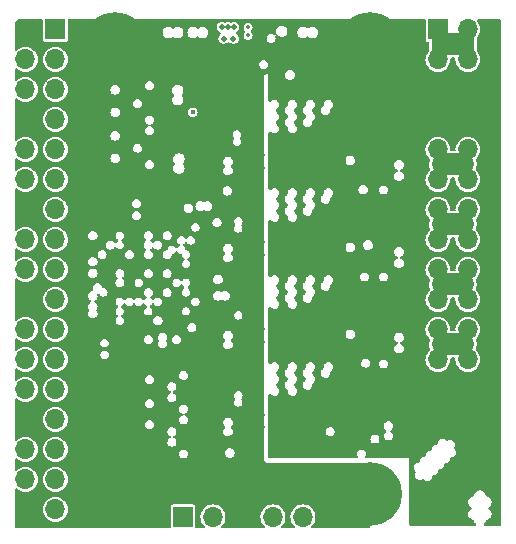
<source format=gbr>
%TF.GenerationSoftware,KiCad,Pcbnew,(7.0.0)*%
%TF.CreationDate,2023-11-18T15:32:53-05:00*%
%TF.ProjectId,ECE4760 Motor Driver,45434534-3736-4302-904d-6f746f722044,0*%
%TF.SameCoordinates,Original*%
%TF.FileFunction,Copper,L4,Inr*%
%TF.FilePolarity,Positive*%
%FSLAX46Y46*%
G04 Gerber Fmt 4.6, Leading zero omitted, Abs format (unit mm)*
G04 Created by KiCad (PCBNEW (7.0.0)) date 2023-11-18 15:32:53*
%MOMM*%
%LPD*%
G01*
G04 APERTURE LIST*
G04 Aperture macros list*
%AMRoundRect*
0 Rectangle with rounded corners*
0 $1 Rounding radius*
0 $2 $3 $4 $5 $6 $7 $8 $9 X,Y pos of 4 corners*
0 Add a 4 corners polygon primitive as box body*
4,1,4,$2,$3,$4,$5,$6,$7,$8,$9,$2,$3,0*
0 Add four circle primitives for the rounded corners*
1,1,$1+$1,$2,$3*
1,1,$1+$1,$4,$5*
1,1,$1+$1,$6,$7*
1,1,$1+$1,$8,$9*
0 Add four rect primitives between the rounded corners*
20,1,$1+$1,$2,$3,$4,$5,0*
20,1,$1+$1,$4,$5,$6,$7,0*
20,1,$1+$1,$6,$7,$8,$9,0*
20,1,$1+$1,$8,$9,$2,$3,0*%
G04 Aperture macros list end*
%TA.AperFunction,ComponentPad*%
%ADD10C,0.800000*%
%TD*%
%TA.AperFunction,ComponentPad*%
%ADD11C,5.400000*%
%TD*%
%TA.AperFunction,ComponentPad*%
%ADD12R,1.700000X1.700000*%
%TD*%
%TA.AperFunction,ComponentPad*%
%ADD13O,1.700000X1.700000*%
%TD*%
%TA.AperFunction,ComponentPad*%
%ADD14RoundRect,0.250000X-1.550000X0.650000X-1.550000X-0.650000X1.550000X-0.650000X1.550000X0.650000X0*%
%TD*%
%TA.AperFunction,ComponentPad*%
%ADD15O,3.600000X1.800000*%
%TD*%
%TA.AperFunction,ComponentPad*%
%ADD16C,0.350000*%
%TD*%
%TA.AperFunction,ComponentPad*%
%ADD17C,0.499999*%
%TD*%
%TA.AperFunction,ComponentPad*%
%ADD18C,0.300000*%
%TD*%
%TA.AperFunction,ViaPad*%
%ADD19C,0.400000*%
%TD*%
%TA.AperFunction,ViaPad*%
%ADD20C,0.350000*%
%TD*%
%TA.AperFunction,ViaPad*%
%ADD21C,0.450000*%
%TD*%
%TA.AperFunction,ViaPad*%
%ADD22C,0.600000*%
%TD*%
G04 APERTURE END LIST*
D10*
%TO.N,GND*%
%TO.C,H2*%
X83700000Y-43815000D03*
X84293109Y-42383109D03*
X84293109Y-45246891D03*
X85725000Y-41790000D03*
D11*
X85725000Y-43815000D03*
D10*
X85725000Y-45840000D03*
X87156891Y-42383109D03*
X87156891Y-45246891D03*
X87750000Y-43815000D03*
%TD*%
%TO.N,GND*%
%TO.C,H1*%
X105290000Y-43815000D03*
X105883109Y-42383109D03*
X105883109Y-45246891D03*
X107315000Y-41790000D03*
D11*
X107315000Y-43815000D03*
D10*
X107315000Y-45840000D03*
X108746891Y-42383109D03*
X108746891Y-45246891D03*
X109340000Y-43815000D03*
%TD*%
D12*
%TO.N,+5V*%
%TO.C,J1*%
X80644999Y-42544999D03*
D13*
%TO.N,GND*%
X78104999Y-42544999D03*
%TO.N,Lim_R_In*%
X80644999Y-45084999D03*
%TO.N,Lim_L_In*%
X78104999Y-45084999D03*
%TO.N,Lim_Aux_In*%
X80644999Y-47624999D03*
%TO.N,Lim_H_In*%
X78104999Y-47624999D03*
%TO.N,+5V*%
X80644999Y-50164999D03*
%TO.N,GND*%
X78104999Y-50164999D03*
%TO.N,Aux_Enc_B_In+*%
X80644999Y-52704999D03*
%TO.N,Aux_Enc_B_In-*%
X78104999Y-52704999D03*
%TO.N,Aux_Enc_A_In-*%
X80644999Y-55244999D03*
%TO.N,Aux_Enc_A_In+*%
X78104999Y-55244999D03*
%TO.N,+5V*%
X80644999Y-57784999D03*
%TO.N,GND*%
X78104999Y-57784999D03*
%TO.N,LED_1*%
X80644999Y-60324999D03*
%TO.N,LED_2*%
X78104999Y-60324999D03*
%TO.N,~{Fault_Enable}*%
X80644999Y-62864999D03*
%TO.N,~{Abort}*%
X78104999Y-62864999D03*
%TO.N,+3V3*%
X80644999Y-65404999D03*
%TO.N,GND*%
X78104999Y-65404999D03*
%TO.N,Enc_A_In-*%
X80644999Y-67944999D03*
%TO.N,Enc_A_In+*%
X78104999Y-67944999D03*
%TO.N,Enc_B_In-*%
X80644999Y-70484999D03*
%TO.N,Enc_B_In+*%
X78104999Y-70484999D03*
%TO.N,Enc_I_In-*%
X80644999Y-73024999D03*
%TO.N,Enc_I_In+*%
X78104999Y-73024999D03*
%TO.N,+5V*%
X80644999Y-75564999D03*
%TO.N,GND*%
X78104999Y-75564999D03*
%TO.N,Hall_C_In*%
X80644999Y-78104999D03*
%TO.N,Hall_B_In*%
X78104999Y-78104999D03*
%TO.N,Hall_I_In*%
X80644999Y-80644999D03*
%TO.N,Hall_A_In*%
X78104999Y-80644999D03*
%TO.N,+5V*%
X80644999Y-83184999D03*
%TO.N,GND*%
X78104999Y-83184999D03*
%TD*%
D14*
%TO.N,Vdrive*%
%TO.C,J2*%
X114300000Y-43815000D03*
D15*
%TO.N,GND*%
X114299999Y-48894999D03*
%TO.N,PH1*%
X114299999Y-53974999D03*
%TO.N,PH2*%
X114299999Y-59054999D03*
%TO.N,PH3*%
X114299999Y-64134999D03*
%TO.N,PH4*%
X114299999Y-69214999D03*
%TD*%
D16*
%TO.N,Vdrive*%
%TO.C,U7*%
X96950000Y-42370000D03*
X96950000Y-43050000D03*
D17*
%TO.N,+5V*%
X95750001Y-42370001D03*
X95250000Y-42370001D03*
X94750001Y-42370001D03*
X95710001Y-43319999D03*
X94890000Y-43319999D03*
D18*
%TO.N,GND*%
X98530000Y-44100000D03*
D16*
X97530000Y-44100000D03*
X96530000Y-44100000D03*
X95530000Y-44100000D03*
X94530000Y-44100000D03*
%TD*%
D10*
%TO.N,GND*%
%TO.C,H4*%
X83700000Y-81915000D03*
X84293109Y-80483109D03*
X84293109Y-83346891D03*
X85725000Y-79890000D03*
D11*
X85725000Y-81915000D03*
D10*
X85725000Y-83940000D03*
X87156891Y-80483109D03*
X87156891Y-83346891D03*
X87750000Y-81915000D03*
%TD*%
%TO.N,GND*%
%TO.C,H3*%
X105290000Y-81915000D03*
X105883109Y-80483109D03*
X105883109Y-83346891D03*
X107315000Y-79890000D03*
D11*
X107315000Y-81915000D03*
D10*
X107315000Y-83940000D03*
X108746891Y-80483109D03*
X108746891Y-83346891D03*
X109340000Y-81915000D03*
%TD*%
D12*
%TO.N,/SWDIO*%
%TO.C,J3*%
X91439999Y-83819999D03*
D13*
%TO.N,/SWCLK*%
X93979999Y-83819999D03*
%TO.N,GND*%
X96519999Y-83819999D03*
%TO.N,/UART_RX*%
X99059999Y-83819999D03*
%TO.N,/UART_TX*%
X101599999Y-83819999D03*
%TD*%
D12*
%TO.N,Vdrive*%
%TO.C,J101*%
X113029999Y-42544999D03*
D13*
X115569999Y-42544999D03*
X113029999Y-45084999D03*
X115569999Y-45084999D03*
%TO.N,GND*%
X113029999Y-47624999D03*
X115569999Y-47624999D03*
X113029999Y-50164999D03*
X115569999Y-50164999D03*
%TO.N,PH1*%
X113029999Y-52704999D03*
X115569999Y-52704999D03*
X113029999Y-55244999D03*
X115569999Y-55244999D03*
%TO.N,PH2*%
X113029999Y-57784999D03*
X115569999Y-57784999D03*
X113029999Y-60324999D03*
X115569999Y-60324999D03*
%TO.N,PH3*%
X113029999Y-62864999D03*
X115569999Y-62864999D03*
X113029999Y-65404999D03*
X115569999Y-65404999D03*
%TO.N,PH4*%
X113029999Y-67944999D03*
X115569999Y-67944999D03*
X113029999Y-70484999D03*
X115569999Y-70484999D03*
%TD*%
D19*
%TO.N,+5V*%
X92274500Y-49550000D03*
D20*
%TO.N,GND*%
X101473000Y-75184000D03*
D21*
X116205000Y-74803000D03*
D22*
X92400000Y-51500000D03*
D19*
X103378000Y-54737000D03*
X102362000Y-69977000D03*
D21*
X94488000Y-75819000D03*
D20*
X100965000Y-67818000D03*
D19*
X102362000Y-69469000D03*
D21*
X94488000Y-53721000D03*
D20*
X100457000Y-53086000D03*
D21*
X95400000Y-63700000D03*
X100500000Y-45400000D03*
X116967000Y-75565000D03*
D19*
X88500000Y-64000000D03*
X91500000Y-72780000D03*
D20*
X98933000Y-75946000D03*
X101473000Y-67818000D03*
D19*
X103378000Y-55245000D03*
X103378000Y-62611000D03*
X103378000Y-69977000D03*
X100838000Y-54737000D03*
D20*
X100711000Y-53467000D03*
D21*
X94417000Y-52959000D03*
X117856000Y-73914000D03*
D20*
X101219000Y-68199000D03*
D21*
X85050000Y-53450000D03*
D19*
X101854000Y-47371000D03*
D20*
X100203000Y-53467000D03*
D19*
X100838000Y-69977000D03*
D21*
X86350000Y-51550000D03*
D19*
X103886000Y-54737000D03*
D21*
X88500000Y-56700000D03*
D20*
X100965000Y-60452000D03*
D21*
X82800001Y-62200000D03*
D19*
X100838000Y-47371000D03*
D20*
X100457000Y-75184000D03*
X101473000Y-53848000D03*
D19*
X103886000Y-62611000D03*
D20*
X101473000Y-53086000D03*
D21*
X117475000Y-75057000D03*
X94488000Y-61087000D03*
D20*
X99695000Y-60833000D03*
D19*
X101854000Y-55245000D03*
X103886000Y-69977000D03*
D20*
X99441000Y-53848000D03*
X98933000Y-61214000D03*
X99949000Y-53848000D03*
X98933000Y-68580000D03*
D19*
X101854000Y-47879000D03*
D21*
X94488000Y-68453000D03*
X94488000Y-76581000D03*
D20*
X99441000Y-61214000D03*
D22*
X90700000Y-51500000D03*
D20*
X100965000Y-75946000D03*
X101473000Y-60452000D03*
X99441000Y-68580000D03*
X98236500Y-68974995D03*
D19*
X89300000Y-63200000D03*
X100838000Y-62103000D03*
D21*
X116332000Y-75438000D03*
D19*
X98806000Y-54737000D03*
D20*
X101219000Y-75565000D03*
X99949000Y-53086000D03*
D22*
X113284000Y-82042000D03*
X113792000Y-82550000D03*
X102400000Y-44400000D03*
D19*
X101854000Y-69977000D03*
D21*
X115697000Y-75311000D03*
D20*
X100457000Y-67818000D03*
X100203000Y-75565000D03*
D19*
X99314000Y-47879000D03*
D20*
X100965000Y-61214000D03*
X99441000Y-67818000D03*
D19*
X103378000Y-62103000D03*
D22*
X93100000Y-44300000D03*
D19*
X99314000Y-62103000D03*
D21*
X94488000Y-69215000D03*
D22*
X92000000Y-47700000D03*
D20*
X98933000Y-67818000D03*
X98232002Y-75184000D03*
D19*
X100330000Y-62103000D03*
D22*
X92000000Y-48500000D03*
D19*
X103886000Y-55245000D03*
D20*
X98933000Y-75184000D03*
D21*
X117348000Y-74422000D03*
D19*
X99314000Y-69469000D03*
D20*
X100457000Y-75946000D03*
D22*
X92400000Y-50500000D03*
D20*
X101219000Y-53467000D03*
D22*
X92300000Y-44300000D03*
D19*
X94389000Y-60325000D03*
D21*
X95000000Y-66300000D03*
D20*
X98236500Y-54242995D03*
D19*
X101854000Y-62611000D03*
X91500000Y-73720000D03*
X100330000Y-69469000D03*
X99314000Y-62611000D03*
D21*
X82800001Y-63200000D03*
X115316000Y-76454000D03*
X82800001Y-65100000D03*
D20*
X98232002Y-53213000D03*
D19*
X89281000Y-76708000D03*
D20*
X101219000Y-60833000D03*
D19*
X103886000Y-47371000D03*
X100838000Y-55245000D03*
X98806000Y-69469000D03*
X89700000Y-70100000D03*
D21*
X96000000Y-46800000D03*
D19*
X102362000Y-54737000D03*
D22*
X101600000Y-44400000D03*
D20*
X100711000Y-75565000D03*
D19*
X101854000Y-54737000D03*
X91500000Y-77520000D03*
D21*
X117983000Y-74549000D03*
D20*
X99949000Y-68580000D03*
D19*
X100330000Y-47879000D03*
D21*
X94417000Y-75057000D03*
D20*
X98933000Y-60452000D03*
X99695000Y-68199000D03*
D21*
X115824000Y-75946000D03*
D20*
X99441000Y-60452000D03*
D21*
X92900000Y-56500000D03*
D19*
X102362000Y-47879000D03*
D21*
X82800001Y-60000000D03*
X94488000Y-54483000D03*
X83800000Y-68200000D03*
X94488000Y-61849000D03*
D20*
X100457000Y-60452000D03*
D19*
X99314000Y-55245000D03*
D20*
X98236500Y-76213995D03*
D19*
X103886000Y-62103000D03*
D21*
X83800000Y-67500000D03*
D20*
X99187000Y-68199000D03*
D19*
X103886000Y-47879000D03*
X100330000Y-62611000D03*
X100838000Y-69469000D03*
D21*
X115189000Y-75819000D03*
D19*
X88500000Y-69800000D03*
D20*
X100711000Y-60833000D03*
D19*
X98806000Y-62611000D03*
X102362000Y-47371000D03*
D20*
X99187000Y-75565000D03*
X101727000Y-53467000D03*
D19*
X89300000Y-64800000D03*
D21*
X89200000Y-56700000D03*
D19*
X103378000Y-47371000D03*
X95100000Y-58900000D03*
X100838000Y-47879000D03*
X100838000Y-62611000D03*
D20*
X98232002Y-60579000D03*
D19*
X85300000Y-62400000D03*
D21*
X94400000Y-66300000D03*
D19*
X98806000Y-62103000D03*
D20*
X99441000Y-75946000D03*
X99949000Y-61214000D03*
D21*
X93500000Y-56500000D03*
D19*
X102362000Y-55245000D03*
X103378000Y-69469000D03*
X98806000Y-47879000D03*
D20*
X100203000Y-60833000D03*
D22*
X112776000Y-83566000D03*
D20*
X99949000Y-60452000D03*
X99949000Y-75184000D03*
D19*
X87500000Y-55400000D03*
X98806000Y-55245000D03*
D20*
X98232002Y-67945000D03*
D22*
X90700000Y-50500000D03*
D20*
X100457000Y-61214000D03*
X99949000Y-75946000D03*
D21*
X102870000Y-82550000D03*
D20*
X99441000Y-53086000D03*
D19*
X103886000Y-69469000D03*
X89300000Y-64000000D03*
D21*
X91900001Y-56699999D03*
D20*
X100965000Y-68580000D03*
D19*
X103378000Y-47879000D03*
D22*
X113792000Y-83566000D03*
D19*
X89700000Y-70700000D03*
X100330000Y-54737000D03*
X100330000Y-47371000D03*
D22*
X113284000Y-84074000D03*
D20*
X100965000Y-53848000D03*
D19*
X88600000Y-52600000D03*
X101854000Y-69469000D03*
D21*
X116713000Y-74295000D03*
D22*
X112776000Y-82550000D03*
D20*
X100457000Y-68580000D03*
D22*
X90200000Y-44300000D03*
D19*
X101854000Y-62103000D03*
D20*
X99695000Y-53467000D03*
D21*
X86350000Y-47650000D03*
D19*
X100330000Y-69977000D03*
D22*
X92100000Y-53500000D03*
X99800000Y-44200000D03*
D20*
X100203000Y-68199000D03*
X101727000Y-68199000D03*
D19*
X102362000Y-62611000D03*
D20*
X98933000Y-53086000D03*
X100965000Y-75184000D03*
X99441000Y-75184000D03*
D21*
X96000000Y-47400000D03*
D22*
X113284000Y-83058000D03*
X92100000Y-54300000D03*
D20*
X99949000Y-67818000D03*
D21*
X116459000Y-76073000D03*
D20*
X98236500Y-61608995D03*
D19*
X88600000Y-73200000D03*
D20*
X100711000Y-68199000D03*
X101473000Y-61214000D03*
X98933000Y-53848000D03*
D19*
X90900000Y-69800000D03*
D20*
X99187000Y-53467000D03*
D21*
X94417000Y-67691000D03*
D19*
X100330000Y-55245000D03*
X98806000Y-69977000D03*
D22*
X91000000Y-44300000D03*
D19*
X102362000Y-62103000D03*
D20*
X99187000Y-60833000D03*
X101727000Y-75565000D03*
D19*
X91500000Y-76599500D03*
D21*
X116840000Y-74930000D03*
D20*
X101473000Y-68580000D03*
D19*
X99314000Y-69977000D03*
X99314000Y-47371000D03*
D20*
X101727000Y-60833000D03*
X101473000Y-75946000D03*
D19*
X98806000Y-47371000D03*
D21*
X85050000Y-49550000D03*
D19*
X99314000Y-54737000D03*
D20*
X99695000Y-75565000D03*
X100965000Y-53086000D03*
D19*
X90100000Y-64000000D03*
X90100000Y-60800000D03*
D20*
X100457000Y-53848000D03*
D21*
X117221000Y-73787000D03*
D19*
X88600000Y-48800000D03*
D21*
X115951000Y-76581000D03*
%TD*%
%TA.AperFunction,Conductor*%
%TO.N,GND*%
G36*
X79541000Y-41669478D02*
G01*
X79577822Y-41706300D01*
X79591300Y-41756600D01*
X79591300Y-43415064D01*
X79592263Y-43419907D01*
X79592264Y-43419913D01*
X79601185Y-43464762D01*
X79601186Y-43464766D01*
X79603119Y-43474480D01*
X79648140Y-43541860D01*
X79715520Y-43586881D01*
X79774936Y-43598700D01*
X81510118Y-43598700D01*
X81515064Y-43598700D01*
X81574480Y-43586881D01*
X81641860Y-43541860D01*
X81686881Y-43474480D01*
X81698700Y-43415064D01*
X81698700Y-42800000D01*
X89715569Y-42800000D01*
X89735192Y-42936480D01*
X89738179Y-42943022D01*
X89738180Y-42943023D01*
X89754623Y-42979029D01*
X89792471Y-43061903D01*
X89797178Y-43067336D01*
X89797180Y-43067338D01*
X89878054Y-43160673D01*
X89878056Y-43160675D01*
X89882765Y-43166109D01*
X89998760Y-43240654D01*
X90131058Y-43279500D01*
X90261747Y-43279500D01*
X90268942Y-43279500D01*
X90401240Y-43240654D01*
X90517235Y-43166109D01*
X90521948Y-43160670D01*
X90523971Y-43158336D01*
X90526571Y-43156665D01*
X90527387Y-43155958D01*
X90527488Y-43156075D01*
X90571657Y-43127689D01*
X90628343Y-43127689D01*
X90672511Y-43156075D01*
X90672613Y-43155958D01*
X90673428Y-43156665D01*
X90676029Y-43158336D01*
X90678051Y-43160670D01*
X90678055Y-43160673D01*
X90682765Y-43166109D01*
X90798760Y-43240654D01*
X90931058Y-43279500D01*
X91061747Y-43279500D01*
X91068942Y-43279500D01*
X91201240Y-43240654D01*
X91317235Y-43166109D01*
X91407529Y-43061903D01*
X91464808Y-42936480D01*
X91484431Y-42800000D01*
X91815569Y-42800000D01*
X91835192Y-42936480D01*
X91838179Y-42943022D01*
X91838180Y-42943023D01*
X91854623Y-42979029D01*
X91892471Y-43061903D01*
X91897178Y-43067336D01*
X91897180Y-43067338D01*
X91978054Y-43160673D01*
X91978056Y-43160675D01*
X91982765Y-43166109D01*
X92098760Y-43240654D01*
X92231058Y-43279500D01*
X92361747Y-43279500D01*
X92368942Y-43279500D01*
X92501240Y-43240654D01*
X92617235Y-43166109D01*
X92621948Y-43160670D01*
X92623971Y-43158336D01*
X92626571Y-43156665D01*
X92627387Y-43155958D01*
X92627488Y-43156075D01*
X92671657Y-43127689D01*
X92728343Y-43127689D01*
X92772511Y-43156075D01*
X92772613Y-43155958D01*
X92773428Y-43156665D01*
X92776029Y-43158336D01*
X92778051Y-43160670D01*
X92778055Y-43160673D01*
X92782765Y-43166109D01*
X92898760Y-43240654D01*
X93031058Y-43279500D01*
X93161747Y-43279500D01*
X93168942Y-43279500D01*
X93301240Y-43240654D01*
X93417235Y-43166109D01*
X93507529Y-43061903D01*
X93564808Y-42936480D01*
X93584431Y-42800000D01*
X93564808Y-42663520D01*
X93507529Y-42538097D01*
X93479440Y-42505680D01*
X93421945Y-42439326D01*
X93421942Y-42439323D01*
X93417235Y-42433891D01*
X93411182Y-42430001D01*
X93411181Y-42430000D01*
X93317820Y-42370001D01*
X94291637Y-42370001D01*
X94310204Y-42499137D01*
X94313191Y-42505679D01*
X94313192Y-42505680D01*
X94330984Y-42544640D01*
X94364401Y-42617811D01*
X94369108Y-42623244D01*
X94369110Y-42623246D01*
X94445123Y-42710970D01*
X94449836Y-42716409D01*
X94559590Y-42786944D01*
X94568335Y-42789511D01*
X94569951Y-42790550D01*
X94573038Y-42791960D01*
X94572835Y-42792403D01*
X94616020Y-42820154D01*
X94639570Y-42871714D01*
X94631507Y-42927821D01*
X94600315Y-42963824D01*
X94601325Y-42964990D01*
X94595887Y-42969701D01*
X94589835Y-42973591D01*
X94585125Y-42979025D01*
X94585122Y-42979029D01*
X94509109Y-43066753D01*
X94509105Y-43066758D01*
X94504400Y-43072189D01*
X94501414Y-43078727D01*
X94501411Y-43078732D01*
X94453191Y-43184319D01*
X94453189Y-43184322D01*
X94450203Y-43190863D01*
X94431636Y-43319999D01*
X94432660Y-43327121D01*
X94446001Y-43419913D01*
X94450203Y-43449135D01*
X94453190Y-43455677D01*
X94453191Y-43455678D01*
X94487791Y-43531442D01*
X94504400Y-43567809D01*
X94509107Y-43573242D01*
X94509109Y-43573244D01*
X94556029Y-43627393D01*
X94589835Y-43666407D01*
X94699589Y-43736942D01*
X94824768Y-43773698D01*
X94948037Y-43773698D01*
X94955232Y-43773698D01*
X95080411Y-43736942D01*
X95190165Y-43666407D01*
X95223971Y-43627392D01*
X95271657Y-43596745D01*
X95328342Y-43596745D01*
X95376029Y-43627392D01*
X95405120Y-43660966D01*
X95405125Y-43660970D01*
X95409836Y-43666407D01*
X95519590Y-43736942D01*
X95644769Y-43773698D01*
X95768038Y-43773698D01*
X95775233Y-43773698D01*
X95900412Y-43736942D01*
X96010166Y-43666407D01*
X96095601Y-43567809D01*
X96149798Y-43449135D01*
X96168365Y-43319999D01*
X96149798Y-43190863D01*
X96095601Y-43072189D01*
X96076374Y-43050000D01*
X96566579Y-43050000D01*
X96567818Y-43057823D01*
X96584105Y-43160659D01*
X96584106Y-43160662D01*
X96585345Y-43168484D01*
X96588938Y-43175536D01*
X96588940Y-43175541D01*
X96636212Y-43268316D01*
X96639806Y-43275369D01*
X96724631Y-43360194D01*
X96731683Y-43363787D01*
X96824458Y-43411059D01*
X96824459Y-43411059D01*
X96831516Y-43414655D01*
X96950000Y-43433421D01*
X97068484Y-43414655D01*
X97175369Y-43360194D01*
X97260194Y-43275369D01*
X97314655Y-43168484D01*
X97333421Y-43050000D01*
X97314655Y-42931516D01*
X97306631Y-42915769D01*
X97263787Y-42831683D01*
X97260194Y-42824631D01*
X97216697Y-42781134D01*
X97190661Y-42736037D01*
X97190661Y-42683963D01*
X97216698Y-42638865D01*
X97232317Y-42623246D01*
X97260194Y-42595369D01*
X97314655Y-42488484D01*
X97333421Y-42370000D01*
X97314655Y-42251516D01*
X97298851Y-42220500D01*
X97263787Y-42151683D01*
X97260194Y-42144631D01*
X97175369Y-42059806D01*
X97168317Y-42056212D01*
X97168316Y-42056212D01*
X97075541Y-42008940D01*
X97075536Y-42008938D01*
X97068484Y-42005345D01*
X97060662Y-42004106D01*
X97060659Y-42004105D01*
X96957823Y-41987818D01*
X96950000Y-41986579D01*
X96942177Y-41987818D01*
X96839340Y-42004105D01*
X96839335Y-42004106D01*
X96831516Y-42005345D01*
X96824464Y-42008937D01*
X96824458Y-42008940D01*
X96731683Y-42056212D01*
X96731679Y-42056214D01*
X96724631Y-42059806D01*
X96719036Y-42065400D01*
X96719033Y-42065403D01*
X96645403Y-42139033D01*
X96645400Y-42139036D01*
X96639806Y-42144631D01*
X96636214Y-42151679D01*
X96636212Y-42151683D01*
X96588940Y-42244458D01*
X96588937Y-42244464D01*
X96585345Y-42251516D01*
X96584106Y-42259335D01*
X96584105Y-42259340D01*
X96574419Y-42320500D01*
X96566579Y-42370000D01*
X96567818Y-42377823D01*
X96584105Y-42480659D01*
X96584106Y-42480662D01*
X96585345Y-42488484D01*
X96588938Y-42495536D01*
X96588940Y-42495541D01*
X96606196Y-42529407D01*
X96639806Y-42595369D01*
X96645403Y-42600966D01*
X96683302Y-42638865D01*
X96709339Y-42683963D01*
X96709339Y-42736037D01*
X96683302Y-42781135D01*
X96645403Y-42819033D01*
X96645400Y-42819036D01*
X96639806Y-42824631D01*
X96636214Y-42831679D01*
X96636212Y-42831683D01*
X96588940Y-42924458D01*
X96588937Y-42924464D01*
X96585345Y-42931516D01*
X96584106Y-42939335D01*
X96584105Y-42939340D01*
X96575330Y-42994748D01*
X96566579Y-43050000D01*
X96076374Y-43050000D01*
X96010166Y-42973591D01*
X96004115Y-42969702D01*
X96004109Y-42969697D01*
X95961762Y-42942483D01*
X95927855Y-42906065D01*
X95915550Y-42857853D01*
X95927856Y-42809640D01*
X95961762Y-42773223D01*
X96000001Y-42748648D01*
X96050166Y-42716409D01*
X96135601Y-42617811D01*
X96189798Y-42499137D01*
X96208365Y-42370001D01*
X96189798Y-42240865D01*
X96135601Y-42122191D01*
X96050166Y-42023593D01*
X96019842Y-42004105D01*
X95946462Y-41956946D01*
X95946461Y-41956945D01*
X95940412Y-41953058D01*
X95933505Y-41951030D01*
X95822136Y-41918329D01*
X95815233Y-41916302D01*
X95684769Y-41916302D01*
X95677866Y-41918328D01*
X95677865Y-41918329D01*
X95566495Y-41951030D01*
X95566491Y-41951031D01*
X95559590Y-41953058D01*
X95553535Y-41956948D01*
X95546993Y-41959937D01*
X95546444Y-41958735D01*
X95499991Y-41972370D01*
X95453559Y-41958733D01*
X95453010Y-41959937D01*
X95446461Y-41956946D01*
X95440411Y-41953058D01*
X95433504Y-41951030D01*
X95322135Y-41918329D01*
X95315232Y-41916302D01*
X95184768Y-41916302D01*
X95177865Y-41918328D01*
X95177864Y-41918329D01*
X95066494Y-41951030D01*
X95066490Y-41951031D01*
X95059589Y-41953058D01*
X95053534Y-41956948D01*
X95046992Y-41959937D01*
X95046443Y-41958736D01*
X94999991Y-41972369D01*
X94953560Y-41958734D01*
X94953011Y-41959937D01*
X94946462Y-41956946D01*
X94940412Y-41953058D01*
X94933505Y-41951030D01*
X94822136Y-41918329D01*
X94815233Y-41916302D01*
X94684769Y-41916302D01*
X94677866Y-41918328D01*
X94677865Y-41918329D01*
X94566492Y-41951031D01*
X94566489Y-41951032D01*
X94559590Y-41953058D01*
X94553543Y-41956944D01*
X94553539Y-41956946D01*
X94455889Y-42019702D01*
X94455884Y-42019705D01*
X94449836Y-42023593D01*
X94445126Y-42029027D01*
X94445123Y-42029031D01*
X94369110Y-42116755D01*
X94369106Y-42116760D01*
X94364401Y-42122191D01*
X94361415Y-42128729D01*
X94361412Y-42128734D01*
X94313192Y-42234321D01*
X94313190Y-42234324D01*
X94310204Y-42240865D01*
X94309180Y-42247984D01*
X94309180Y-42247986D01*
X94307548Y-42259340D01*
X94291637Y-42370001D01*
X93317820Y-42370001D01*
X93307295Y-42363237D01*
X93307293Y-42363236D01*
X93301240Y-42359346D01*
X93294335Y-42357318D01*
X93294334Y-42357318D01*
X93175845Y-42322527D01*
X93168942Y-42320500D01*
X93031058Y-42320500D01*
X93024155Y-42322526D01*
X93024154Y-42322527D01*
X92905665Y-42357318D01*
X92905661Y-42357319D01*
X92898760Y-42359346D01*
X92892709Y-42363234D01*
X92892704Y-42363237D01*
X92788822Y-42429998D01*
X92788820Y-42429999D01*
X92782765Y-42433891D01*
X92778056Y-42439326D01*
X92778049Y-42439332D01*
X92776025Y-42441669D01*
X92773425Y-42443339D01*
X92772616Y-42444041D01*
X92772515Y-42443924D01*
X92728340Y-42472312D01*
X92671660Y-42472312D01*
X92627484Y-42443924D01*
X92627384Y-42444041D01*
X92626574Y-42443339D01*
X92623975Y-42441669D01*
X92621950Y-42439332D01*
X92621948Y-42439330D01*
X92617235Y-42433891D01*
X92501240Y-42359346D01*
X92494335Y-42357318D01*
X92494334Y-42357318D01*
X92375845Y-42322527D01*
X92368942Y-42320500D01*
X92231058Y-42320500D01*
X92224155Y-42322526D01*
X92224154Y-42322527D01*
X92105665Y-42357318D01*
X92105661Y-42357319D01*
X92098760Y-42359346D01*
X92092709Y-42363234D01*
X92092704Y-42363237D01*
X91988818Y-42430000D01*
X91988813Y-42430003D01*
X91982765Y-42433891D01*
X91978060Y-42439320D01*
X91978054Y-42439326D01*
X91897180Y-42532661D01*
X91897176Y-42532666D01*
X91892471Y-42538097D01*
X91889485Y-42544635D01*
X91889482Y-42544640D01*
X91838180Y-42656976D01*
X91838178Y-42656979D01*
X91835192Y-42663520D01*
X91834168Y-42670640D01*
X91834168Y-42670641D01*
X91824224Y-42739806D01*
X91815569Y-42800000D01*
X91484431Y-42800000D01*
X91464808Y-42663520D01*
X91407529Y-42538097D01*
X91379440Y-42505680D01*
X91321945Y-42439326D01*
X91321942Y-42439323D01*
X91317235Y-42433891D01*
X91311182Y-42430001D01*
X91311181Y-42430000D01*
X91207295Y-42363237D01*
X91207293Y-42363236D01*
X91201240Y-42359346D01*
X91194335Y-42357318D01*
X91194334Y-42357318D01*
X91075845Y-42322527D01*
X91068942Y-42320500D01*
X90931058Y-42320500D01*
X90924155Y-42322526D01*
X90924154Y-42322527D01*
X90805665Y-42357318D01*
X90805661Y-42357319D01*
X90798760Y-42359346D01*
X90792709Y-42363234D01*
X90792704Y-42363237D01*
X90688822Y-42429998D01*
X90688820Y-42429999D01*
X90682765Y-42433891D01*
X90678056Y-42439326D01*
X90678049Y-42439332D01*
X90676025Y-42441669D01*
X90673425Y-42443339D01*
X90672616Y-42444041D01*
X90672515Y-42443924D01*
X90628340Y-42472312D01*
X90571660Y-42472312D01*
X90527484Y-42443924D01*
X90527384Y-42444041D01*
X90526574Y-42443339D01*
X90523975Y-42441669D01*
X90521950Y-42439332D01*
X90521948Y-42439330D01*
X90517235Y-42433891D01*
X90401240Y-42359346D01*
X90394335Y-42357318D01*
X90394334Y-42357318D01*
X90275845Y-42322527D01*
X90268942Y-42320500D01*
X90131058Y-42320500D01*
X90124155Y-42322526D01*
X90124154Y-42322527D01*
X90005665Y-42357318D01*
X90005661Y-42357319D01*
X89998760Y-42359346D01*
X89992709Y-42363234D01*
X89992704Y-42363237D01*
X89888818Y-42430000D01*
X89888813Y-42430003D01*
X89882765Y-42433891D01*
X89878060Y-42439320D01*
X89878054Y-42439326D01*
X89797180Y-42532661D01*
X89797176Y-42532666D01*
X89792471Y-42538097D01*
X89789485Y-42544635D01*
X89789482Y-42544640D01*
X89738180Y-42656976D01*
X89738178Y-42656979D01*
X89735192Y-42663520D01*
X89734168Y-42670640D01*
X89734168Y-42670641D01*
X89724224Y-42739806D01*
X89715569Y-42800000D01*
X81698700Y-42800000D01*
X81698700Y-41756600D01*
X81712178Y-41706300D01*
X81749000Y-41669478D01*
X81799300Y-41656000D01*
X98679000Y-41656000D01*
X98679000Y-42986682D01*
X98674155Y-42989151D01*
X98668560Y-42994745D01*
X98668557Y-42994748D01*
X98594748Y-43068557D01*
X98594745Y-43068560D01*
X98589151Y-43074155D01*
X98585559Y-43081203D01*
X98585557Y-43081207D01*
X98538168Y-43174212D01*
X98538165Y-43174218D01*
X98534575Y-43181266D01*
X98533337Y-43189081D01*
X98533336Y-43189085D01*
X98520787Y-43268316D01*
X98515769Y-43300000D01*
X98517008Y-43307823D01*
X98518936Y-43319999D01*
X98534575Y-43418734D01*
X98538166Y-43425783D01*
X98538168Y-43425787D01*
X98585557Y-43518792D01*
X98589151Y-43525845D01*
X98674155Y-43610849D01*
X98679000Y-43613318D01*
X98679000Y-46355000D01*
X98488500Y-46355000D01*
X98475706Y-46358428D01*
X98406042Y-46377094D01*
X98406040Y-46377094D01*
X98393250Y-46380522D01*
X98383887Y-46389884D01*
X98383885Y-46389886D01*
X98332886Y-46440885D01*
X98332884Y-46440887D01*
X98323522Y-46450250D01*
X98320094Y-46463040D01*
X98320094Y-46463042D01*
X98299706Y-46539131D01*
X98299705Y-46539135D01*
X98298000Y-46545500D01*
X98298000Y-78867000D01*
X98298618Y-78870904D01*
X98298619Y-78870912D01*
X98315407Y-78976910D01*
X98315408Y-78976914D01*
X98316647Y-78984735D01*
X98320240Y-78991787D01*
X98320242Y-78991792D01*
X98365631Y-79080871D01*
X98370765Y-79090946D01*
X98455054Y-79175235D01*
X98462107Y-79178828D01*
X98462106Y-79178828D01*
X98554207Y-79225757D01*
X98554208Y-79225757D01*
X98561265Y-79229353D01*
X98679000Y-79248000D01*
X106926086Y-79248000D01*
X106941810Y-79249236D01*
X107036001Y-79264155D01*
X107065930Y-79273880D01*
X107143749Y-79313531D01*
X107169212Y-79332031D01*
X107230968Y-79393787D01*
X107249468Y-79419250D01*
X107289119Y-79497069D01*
X107298845Y-79527003D01*
X107313761Y-79621176D01*
X107315000Y-79636914D01*
X107315000Y-84688900D01*
X107301522Y-84739200D01*
X107264700Y-84776022D01*
X107214400Y-84789500D01*
X102360775Y-84789500D01*
X102302849Y-84771149D01*
X102266056Y-84722791D01*
X102263819Y-84662069D01*
X102296955Y-84611135D01*
X102348683Y-84568683D01*
X102480358Y-84408237D01*
X102578202Y-84225184D01*
X102638453Y-84026561D01*
X102658798Y-83820000D01*
X102638453Y-83613439D01*
X102578202Y-83414816D01*
X102480358Y-83231763D01*
X102348683Y-83071317D01*
X102188237Y-82939642D01*
X102183883Y-82937314D01*
X102183879Y-82937312D01*
X102009543Y-82844128D01*
X102005184Y-82841798D01*
X102000457Y-82840364D01*
X102000452Y-82840362D01*
X101811289Y-82782981D01*
X101811287Y-82782980D01*
X101806561Y-82781547D01*
X101600000Y-82761202D01*
X101595086Y-82761686D01*
X101398352Y-82781063D01*
X101398351Y-82781063D01*
X101393439Y-82781547D01*
X101388714Y-82782980D01*
X101388710Y-82782981D01*
X101199547Y-82840362D01*
X101199539Y-82840365D01*
X101194816Y-82841798D01*
X101190459Y-82844126D01*
X101190456Y-82844128D01*
X101016120Y-82937312D01*
X101016111Y-82937317D01*
X101011763Y-82939642D01*
X101007945Y-82942775D01*
X101007944Y-82942776D01*
X100855137Y-83068181D01*
X100855131Y-83068186D01*
X100851317Y-83071317D01*
X100848186Y-83075131D01*
X100848181Y-83075137D01*
X100722776Y-83227944D01*
X100719642Y-83231763D01*
X100717317Y-83236111D01*
X100717312Y-83236120D01*
X100624128Y-83410456D01*
X100621798Y-83414816D01*
X100620365Y-83419539D01*
X100620362Y-83419547D01*
X100562981Y-83608710D01*
X100562980Y-83608714D01*
X100561547Y-83613439D01*
X100541202Y-83820000D01*
X100561547Y-84026561D01*
X100562980Y-84031287D01*
X100562981Y-84031289D01*
X100620362Y-84220452D01*
X100620364Y-84220457D01*
X100621798Y-84225184D01*
X100624128Y-84229543D01*
X100717312Y-84403879D01*
X100717314Y-84403883D01*
X100719642Y-84408237D01*
X100851317Y-84568683D01*
X100855136Y-84571817D01*
X100903045Y-84611135D01*
X100936181Y-84662069D01*
X100933944Y-84722791D01*
X100897151Y-84771149D01*
X100839225Y-84789500D01*
X99820775Y-84789500D01*
X99762849Y-84771149D01*
X99726056Y-84722791D01*
X99723819Y-84662069D01*
X99756955Y-84611135D01*
X99808683Y-84568683D01*
X99940358Y-84408237D01*
X100038202Y-84225184D01*
X100098453Y-84026561D01*
X100118798Y-83820000D01*
X100098453Y-83613439D01*
X100038202Y-83414816D01*
X99940358Y-83231763D01*
X99808683Y-83071317D01*
X99648237Y-82939642D01*
X99643883Y-82937314D01*
X99643879Y-82937312D01*
X99469543Y-82844128D01*
X99465184Y-82841798D01*
X99460457Y-82840364D01*
X99460452Y-82840362D01*
X99271289Y-82782981D01*
X99271287Y-82782980D01*
X99266561Y-82781547D01*
X99060000Y-82761202D01*
X99055086Y-82761686D01*
X98858352Y-82781063D01*
X98858351Y-82781063D01*
X98853439Y-82781547D01*
X98848714Y-82782980D01*
X98848710Y-82782981D01*
X98659547Y-82840362D01*
X98659539Y-82840365D01*
X98654816Y-82841798D01*
X98650459Y-82844126D01*
X98650456Y-82844128D01*
X98476120Y-82937312D01*
X98476111Y-82937317D01*
X98471763Y-82939642D01*
X98467945Y-82942775D01*
X98467944Y-82942776D01*
X98315137Y-83068181D01*
X98315131Y-83068186D01*
X98311317Y-83071317D01*
X98308186Y-83075131D01*
X98308181Y-83075137D01*
X98182776Y-83227944D01*
X98179642Y-83231763D01*
X98177317Y-83236111D01*
X98177312Y-83236120D01*
X98084128Y-83410456D01*
X98081798Y-83414816D01*
X98080365Y-83419539D01*
X98080362Y-83419547D01*
X98022981Y-83608710D01*
X98022980Y-83608714D01*
X98021547Y-83613439D01*
X98001202Y-83820000D01*
X98021547Y-84026561D01*
X98022980Y-84031287D01*
X98022981Y-84031289D01*
X98080362Y-84220452D01*
X98080364Y-84220457D01*
X98081798Y-84225184D01*
X98084128Y-84229543D01*
X98177312Y-84403879D01*
X98177314Y-84403883D01*
X98179642Y-84408237D01*
X98311317Y-84568683D01*
X98315136Y-84571817D01*
X98363045Y-84611135D01*
X98396181Y-84662069D01*
X98393944Y-84722791D01*
X98357151Y-84771149D01*
X98299225Y-84789500D01*
X94740775Y-84789500D01*
X94682849Y-84771149D01*
X94646056Y-84722791D01*
X94643819Y-84662069D01*
X94676955Y-84611135D01*
X94728683Y-84568683D01*
X94860358Y-84408237D01*
X94958202Y-84225184D01*
X95018453Y-84026561D01*
X95038798Y-83820000D01*
X95018453Y-83613439D01*
X94958202Y-83414816D01*
X94860358Y-83231763D01*
X94728683Y-83071317D01*
X94568237Y-82939642D01*
X94563883Y-82937314D01*
X94563879Y-82937312D01*
X94389543Y-82844128D01*
X94385184Y-82841798D01*
X94380457Y-82840364D01*
X94380452Y-82840362D01*
X94191289Y-82782981D01*
X94191287Y-82782980D01*
X94186561Y-82781547D01*
X93980000Y-82761202D01*
X93975086Y-82761686D01*
X93778352Y-82781063D01*
X93778351Y-82781063D01*
X93773439Y-82781547D01*
X93768714Y-82782980D01*
X93768710Y-82782981D01*
X93579547Y-82840362D01*
X93579539Y-82840365D01*
X93574816Y-82841798D01*
X93570459Y-82844126D01*
X93570456Y-82844128D01*
X93396120Y-82937312D01*
X93396111Y-82937317D01*
X93391763Y-82939642D01*
X93387945Y-82942775D01*
X93387944Y-82942776D01*
X93235137Y-83068181D01*
X93235131Y-83068186D01*
X93231317Y-83071317D01*
X93228186Y-83075131D01*
X93228181Y-83075137D01*
X93102776Y-83227944D01*
X93099642Y-83231763D01*
X93097317Y-83236111D01*
X93097312Y-83236120D01*
X93004128Y-83410456D01*
X93001798Y-83414816D01*
X93000365Y-83419539D01*
X93000362Y-83419547D01*
X92942981Y-83608710D01*
X92942980Y-83608714D01*
X92941547Y-83613439D01*
X92921202Y-83820000D01*
X92941547Y-84026561D01*
X92942980Y-84031287D01*
X92942981Y-84031289D01*
X93000362Y-84220452D01*
X93000364Y-84220457D01*
X93001798Y-84225184D01*
X93004128Y-84229543D01*
X93097312Y-84403879D01*
X93097314Y-84403883D01*
X93099642Y-84408237D01*
X93231317Y-84568683D01*
X93235136Y-84571817D01*
X93283045Y-84611135D01*
X93316181Y-84662069D01*
X93313944Y-84722791D01*
X93277151Y-84771149D01*
X93219225Y-84789500D01*
X92594300Y-84789500D01*
X92544000Y-84776022D01*
X92507178Y-84739200D01*
X92493700Y-84688900D01*
X92493700Y-82954882D01*
X92493700Y-82949936D01*
X92481881Y-82890520D01*
X92436860Y-82823140D01*
X92369480Y-82778119D01*
X92359766Y-82776186D01*
X92359762Y-82776185D01*
X92314913Y-82767264D01*
X92314907Y-82767263D01*
X92310064Y-82766300D01*
X90569936Y-82766300D01*
X90565093Y-82767263D01*
X90565086Y-82767264D01*
X90520237Y-82776185D01*
X90520231Y-82776187D01*
X90510520Y-82778119D01*
X90502282Y-82783622D01*
X90502280Y-82783624D01*
X90451379Y-82817634D01*
X90451376Y-82817636D01*
X90443140Y-82823140D01*
X90437636Y-82831376D01*
X90437634Y-82831379D01*
X90403624Y-82882280D01*
X90403622Y-82882282D01*
X90398119Y-82890520D01*
X90396187Y-82900231D01*
X90396185Y-82900237D01*
X90387264Y-82945086D01*
X90387263Y-82945093D01*
X90386300Y-82949936D01*
X90386300Y-82954882D01*
X90386300Y-84688900D01*
X90372822Y-84739200D01*
X90336000Y-84776022D01*
X90285700Y-84789500D01*
X77316600Y-84789500D01*
X77266300Y-84776022D01*
X77229478Y-84739200D01*
X77216000Y-84688900D01*
X77216000Y-83185000D01*
X79586202Y-83185000D01*
X79606547Y-83391561D01*
X79607980Y-83396287D01*
X79607981Y-83396289D01*
X79665362Y-83585452D01*
X79665364Y-83585457D01*
X79666798Y-83590184D01*
X79669128Y-83594543D01*
X79762312Y-83768879D01*
X79762314Y-83768883D01*
X79764642Y-83773237D01*
X79896317Y-83933683D01*
X80056763Y-84065358D01*
X80239816Y-84163202D01*
X80438439Y-84223453D01*
X80645000Y-84243798D01*
X80851561Y-84223453D01*
X81050184Y-84163202D01*
X81233237Y-84065358D01*
X81393683Y-83933683D01*
X81525358Y-83773237D01*
X81623202Y-83590184D01*
X81683453Y-83391561D01*
X81703798Y-83185000D01*
X81683453Y-82978439D01*
X81623202Y-82779816D01*
X81525358Y-82596763D01*
X81393683Y-82436317D01*
X81233237Y-82304642D01*
X81228883Y-82302314D01*
X81228879Y-82302312D01*
X81054543Y-82209128D01*
X81050184Y-82206798D01*
X81045457Y-82205364D01*
X81045452Y-82205362D01*
X80856289Y-82147981D01*
X80856287Y-82147980D01*
X80851561Y-82146547D01*
X80645000Y-82126202D01*
X80640086Y-82126686D01*
X80443352Y-82146063D01*
X80443351Y-82146063D01*
X80438439Y-82146547D01*
X80433714Y-82147980D01*
X80433710Y-82147981D01*
X80244547Y-82205362D01*
X80244539Y-82205365D01*
X80239816Y-82206798D01*
X80235459Y-82209126D01*
X80235456Y-82209128D01*
X80061120Y-82302312D01*
X80061111Y-82302317D01*
X80056763Y-82304642D01*
X80052945Y-82307775D01*
X80052944Y-82307776D01*
X79900137Y-82433181D01*
X79900131Y-82433186D01*
X79896317Y-82436317D01*
X79893186Y-82440131D01*
X79893181Y-82440137D01*
X79767776Y-82592944D01*
X79764642Y-82596763D01*
X79762317Y-82601111D01*
X79762312Y-82601120D01*
X79674022Y-82766300D01*
X79666798Y-82779816D01*
X79665365Y-82784539D01*
X79665362Y-82784547D01*
X79607981Y-82973710D01*
X79607980Y-82973714D01*
X79606547Y-82978439D01*
X79586202Y-83185000D01*
X77216000Y-83185000D01*
X77216000Y-81491229D01*
X77231608Y-81437408D01*
X77273588Y-81400288D01*
X77328915Y-81391386D01*
X77380420Y-81413464D01*
X77516763Y-81525358D01*
X77699816Y-81623202D01*
X77898439Y-81683453D01*
X78105000Y-81703798D01*
X78311561Y-81683453D01*
X78510184Y-81623202D01*
X78693237Y-81525358D01*
X78853683Y-81393683D01*
X78985358Y-81233237D01*
X79083202Y-81050184D01*
X79143453Y-80851561D01*
X79163798Y-80645000D01*
X79586202Y-80645000D01*
X79606547Y-80851561D01*
X79607980Y-80856287D01*
X79607981Y-80856289D01*
X79665362Y-81045452D01*
X79665364Y-81045457D01*
X79666798Y-81050184D01*
X79669128Y-81054543D01*
X79762312Y-81228879D01*
X79762314Y-81228883D01*
X79764642Y-81233237D01*
X79896317Y-81393683D01*
X80056763Y-81525358D01*
X80239816Y-81623202D01*
X80438439Y-81683453D01*
X80645000Y-81703798D01*
X80851561Y-81683453D01*
X81050184Y-81623202D01*
X81233237Y-81525358D01*
X81393683Y-81393683D01*
X81525358Y-81233237D01*
X81623202Y-81050184D01*
X81683453Y-80851561D01*
X81703798Y-80645000D01*
X81683453Y-80438439D01*
X81623202Y-80239816D01*
X81525358Y-80056763D01*
X81393683Y-79896317D01*
X81233237Y-79764642D01*
X81228883Y-79762314D01*
X81228879Y-79762312D01*
X81054543Y-79669128D01*
X81050184Y-79666798D01*
X81045457Y-79665364D01*
X81045452Y-79665362D01*
X80856289Y-79607981D01*
X80856287Y-79607980D01*
X80851561Y-79606547D01*
X80645000Y-79586202D01*
X80640086Y-79586686D01*
X80443352Y-79606063D01*
X80443351Y-79606063D01*
X80438439Y-79606547D01*
X80433714Y-79607980D01*
X80433710Y-79607981D01*
X80244547Y-79665362D01*
X80244539Y-79665365D01*
X80239816Y-79666798D01*
X80235459Y-79669126D01*
X80235456Y-79669128D01*
X80061120Y-79762312D01*
X80061111Y-79762317D01*
X80056763Y-79764642D01*
X80052945Y-79767775D01*
X80052944Y-79767776D01*
X79900137Y-79893181D01*
X79900131Y-79893186D01*
X79896317Y-79896317D01*
X79893186Y-79900131D01*
X79893181Y-79900137D01*
X79767776Y-80052944D01*
X79764642Y-80056763D01*
X79762317Y-80061111D01*
X79762312Y-80061120D01*
X79669128Y-80235456D01*
X79666798Y-80239816D01*
X79665365Y-80244539D01*
X79665362Y-80244547D01*
X79607981Y-80433710D01*
X79607980Y-80433714D01*
X79606547Y-80438439D01*
X79586202Y-80645000D01*
X79163798Y-80645000D01*
X79143453Y-80438439D01*
X79083202Y-80239816D01*
X78985358Y-80056763D01*
X78853683Y-79896317D01*
X78693237Y-79764642D01*
X78688883Y-79762314D01*
X78688879Y-79762312D01*
X78514543Y-79669128D01*
X78510184Y-79666798D01*
X78505457Y-79665364D01*
X78505452Y-79665362D01*
X78316289Y-79607981D01*
X78316287Y-79607980D01*
X78311561Y-79606547D01*
X78105000Y-79586202D01*
X78100086Y-79586686D01*
X77903352Y-79606063D01*
X77903351Y-79606063D01*
X77898439Y-79606547D01*
X77893714Y-79607980D01*
X77893710Y-79607981D01*
X77704547Y-79665362D01*
X77704539Y-79665365D01*
X77699816Y-79666798D01*
X77695459Y-79669126D01*
X77695456Y-79669128D01*
X77521120Y-79762312D01*
X77521111Y-79762317D01*
X77516763Y-79764642D01*
X77512945Y-79767775D01*
X77512944Y-79767776D01*
X77380420Y-79876536D01*
X77328915Y-79898614D01*
X77273588Y-79889712D01*
X77231608Y-79852592D01*
X77216000Y-79798771D01*
X77216000Y-78951229D01*
X77231608Y-78897408D01*
X77273588Y-78860288D01*
X77328915Y-78851386D01*
X77380420Y-78873464D01*
X77516763Y-78985358D01*
X77699816Y-79083202D01*
X77898439Y-79143453D01*
X78105000Y-79163798D01*
X78311561Y-79143453D01*
X78510184Y-79083202D01*
X78693237Y-78985358D01*
X78853683Y-78853683D01*
X78985358Y-78693237D01*
X79083202Y-78510184D01*
X79143453Y-78311561D01*
X79163798Y-78105000D01*
X79586202Y-78105000D01*
X79606547Y-78311561D01*
X79607980Y-78316287D01*
X79607981Y-78316289D01*
X79665362Y-78505452D01*
X79665364Y-78505457D01*
X79666798Y-78510184D01*
X79677992Y-78531126D01*
X79762312Y-78688879D01*
X79762314Y-78688883D01*
X79764642Y-78693237D01*
X79896317Y-78853683D01*
X80056763Y-78985358D01*
X80239816Y-79083202D01*
X80438439Y-79143453D01*
X80645000Y-79163798D01*
X80851561Y-79143453D01*
X81050184Y-79083202D01*
X81233237Y-78985358D01*
X81393683Y-78853683D01*
X81525358Y-78693237D01*
X81623202Y-78510184D01*
X81632358Y-78480000D01*
X91115769Y-78480000D01*
X91134575Y-78598734D01*
X91138166Y-78605783D01*
X91138168Y-78605787D01*
X91158821Y-78646320D01*
X91189151Y-78705845D01*
X91274155Y-78790849D01*
X91381266Y-78845425D01*
X91500000Y-78864231D01*
X91618734Y-78845425D01*
X91725845Y-78790849D01*
X91810849Y-78705845D01*
X91865425Y-78598734D01*
X91884231Y-78480000D01*
X91871560Y-78400000D01*
X94990458Y-78400000D01*
X94991697Y-78407823D01*
X95009262Y-78518730D01*
X95009263Y-78518733D01*
X95010502Y-78526555D01*
X95014095Y-78533607D01*
X95014097Y-78533612D01*
X95050873Y-78605787D01*
X95068674Y-78640723D01*
X95159277Y-78731326D01*
X95166329Y-78734919D01*
X95266387Y-78785902D01*
X95266388Y-78785902D01*
X95273445Y-78789498D01*
X95400000Y-78809542D01*
X95526555Y-78789498D01*
X95640723Y-78731326D01*
X95731326Y-78640723D01*
X95789498Y-78526555D01*
X95809542Y-78400000D01*
X95789498Y-78273445D01*
X95783262Y-78261207D01*
X95734919Y-78166329D01*
X95731326Y-78159277D01*
X95640723Y-78068674D01*
X95633671Y-78065080D01*
X95633670Y-78065080D01*
X95533612Y-78014097D01*
X95533607Y-78014095D01*
X95526555Y-78010502D01*
X95518733Y-78009263D01*
X95518730Y-78009262D01*
X95407823Y-77991697D01*
X95400000Y-77990458D01*
X95392177Y-77991697D01*
X95281269Y-78009262D01*
X95281264Y-78009263D01*
X95273445Y-78010502D01*
X95266393Y-78014094D01*
X95266387Y-78014097D01*
X95166329Y-78065080D01*
X95166325Y-78065082D01*
X95159277Y-78068674D01*
X95153682Y-78074268D01*
X95153679Y-78074271D01*
X95074271Y-78153679D01*
X95074268Y-78153682D01*
X95068674Y-78159277D01*
X95065082Y-78166325D01*
X95065080Y-78166329D01*
X95014097Y-78266387D01*
X95014094Y-78266393D01*
X95010502Y-78273445D01*
X95009263Y-78281264D01*
X95009262Y-78281269D01*
X95005243Y-78306647D01*
X94990458Y-78400000D01*
X91871560Y-78400000D01*
X91865425Y-78361266D01*
X91810849Y-78254155D01*
X91725845Y-78169151D01*
X91718793Y-78165558D01*
X91718792Y-78165557D01*
X91625787Y-78118168D01*
X91625783Y-78118166D01*
X91618734Y-78114575D01*
X91610916Y-78113336D01*
X91610914Y-78113336D01*
X91507823Y-78097008D01*
X91500000Y-78095769D01*
X91492177Y-78097008D01*
X91389085Y-78113336D01*
X91389081Y-78113337D01*
X91381266Y-78114575D01*
X91374218Y-78118165D01*
X91374212Y-78118168D01*
X91281207Y-78165557D01*
X91281203Y-78165559D01*
X91274155Y-78169151D01*
X91268560Y-78174745D01*
X91268557Y-78174748D01*
X91194748Y-78248557D01*
X91194745Y-78248560D01*
X91189151Y-78254155D01*
X91185559Y-78261203D01*
X91185557Y-78261207D01*
X91138168Y-78354212D01*
X91138165Y-78354218D01*
X91134575Y-78361266D01*
X91133337Y-78369081D01*
X91133336Y-78369085D01*
X91129679Y-78392177D01*
X91115769Y-78480000D01*
X81632358Y-78480000D01*
X81683453Y-78311561D01*
X81703798Y-78105000D01*
X81683453Y-77898439D01*
X81623202Y-77699816D01*
X81525358Y-77516763D01*
X81503394Y-77490000D01*
X90115769Y-77490000D01*
X90117008Y-77497823D01*
X90130249Y-77581425D01*
X90134575Y-77608734D01*
X90138166Y-77615783D01*
X90138168Y-77615787D01*
X90183394Y-77704547D01*
X90189151Y-77715845D01*
X90274155Y-77800849D01*
X90381266Y-77855425D01*
X90500000Y-77874231D01*
X90618734Y-77855425D01*
X90725845Y-77800849D01*
X90810849Y-77715845D01*
X90865425Y-77608734D01*
X90884231Y-77490000D01*
X90865425Y-77371266D01*
X90859754Y-77360137D01*
X90814442Y-77271207D01*
X90810849Y-77264155D01*
X90725845Y-77179151D01*
X90718793Y-77175558D01*
X90718792Y-77175557D01*
X90648290Y-77139634D01*
X90608186Y-77102562D01*
X90593362Y-77049998D01*
X90608187Y-76997435D01*
X90648288Y-76960366D01*
X90725845Y-76920849D01*
X90810849Y-76835845D01*
X90865425Y-76728734D01*
X90884231Y-76610000D01*
X90879638Y-76581000D01*
X94840458Y-76581000D01*
X94841697Y-76588823D01*
X94859262Y-76699730D01*
X94859263Y-76699733D01*
X94860502Y-76707555D01*
X94864095Y-76714607D01*
X94864097Y-76714612D01*
X94915080Y-76814670D01*
X94918674Y-76821723D01*
X95009277Y-76912326D01*
X95016329Y-76915919D01*
X95116387Y-76966902D01*
X95116388Y-76966902D01*
X95123445Y-76970498D01*
X95250000Y-76990542D01*
X95376555Y-76970498D01*
X95490723Y-76912326D01*
X95581326Y-76821723D01*
X95639498Y-76707555D01*
X95659542Y-76581000D01*
X95639498Y-76454445D01*
X95581326Y-76340277D01*
X95512184Y-76271135D01*
X95486147Y-76226037D01*
X95486147Y-76173963D01*
X95512184Y-76128865D01*
X95530135Y-76110914D01*
X95581326Y-76059723D01*
X95639498Y-75945555D01*
X95659542Y-75819000D01*
X95639498Y-75692445D01*
X95581326Y-75578277D01*
X95490723Y-75487674D01*
X95483671Y-75484080D01*
X95483670Y-75484080D01*
X95383612Y-75433097D01*
X95383607Y-75433095D01*
X95376555Y-75429502D01*
X95368733Y-75428263D01*
X95368730Y-75428262D01*
X95257823Y-75410697D01*
X95250000Y-75409458D01*
X95242177Y-75410697D01*
X95131269Y-75428262D01*
X95131264Y-75428263D01*
X95123445Y-75429502D01*
X95116393Y-75433094D01*
X95116387Y-75433097D01*
X95016329Y-75484080D01*
X95016325Y-75484082D01*
X95009277Y-75487674D01*
X95003682Y-75493268D01*
X95003679Y-75493271D01*
X94924271Y-75572679D01*
X94924268Y-75572682D01*
X94918674Y-75578277D01*
X94915082Y-75585325D01*
X94915080Y-75585329D01*
X94864097Y-75685387D01*
X94864094Y-75685393D01*
X94860502Y-75692445D01*
X94859263Y-75700264D01*
X94859262Y-75700269D01*
X94841697Y-75811177D01*
X94840458Y-75819000D01*
X94841697Y-75826823D01*
X94859262Y-75937730D01*
X94859263Y-75937733D01*
X94860502Y-75945555D01*
X94864095Y-75952607D01*
X94864097Y-75952612D01*
X94880463Y-75984731D01*
X94918674Y-76059723D01*
X94924270Y-76065319D01*
X94924271Y-76065320D01*
X94987816Y-76128865D01*
X95013853Y-76173963D01*
X95013853Y-76226037D01*
X94987816Y-76271135D01*
X94924271Y-76334679D01*
X94924268Y-76334682D01*
X94918674Y-76340277D01*
X94915082Y-76347325D01*
X94915080Y-76347329D01*
X94864097Y-76447387D01*
X94864094Y-76447393D01*
X94860502Y-76454445D01*
X94859263Y-76462264D01*
X94859262Y-76462269D01*
X94846217Y-76544637D01*
X94840458Y-76581000D01*
X90879638Y-76581000D01*
X90865425Y-76491266D01*
X90810849Y-76384155D01*
X90725845Y-76299151D01*
X90718793Y-76295558D01*
X90718792Y-76295557D01*
X90625787Y-76248168D01*
X90625783Y-76248166D01*
X90618734Y-76244575D01*
X90610916Y-76243336D01*
X90610914Y-76243336D01*
X90507823Y-76227008D01*
X90500000Y-76225769D01*
X90492177Y-76227008D01*
X90389085Y-76243336D01*
X90389081Y-76243337D01*
X90381266Y-76244575D01*
X90374218Y-76248165D01*
X90374212Y-76248168D01*
X90281207Y-76295557D01*
X90281203Y-76295559D01*
X90274155Y-76299151D01*
X90268560Y-76304745D01*
X90268557Y-76304748D01*
X90194748Y-76378557D01*
X90194745Y-76378560D01*
X90189151Y-76384155D01*
X90185559Y-76391203D01*
X90185557Y-76391207D01*
X90138168Y-76484212D01*
X90138165Y-76484218D01*
X90134575Y-76491266D01*
X90133337Y-76499081D01*
X90133336Y-76499085D01*
X90121601Y-76573177D01*
X90115769Y-76610000D01*
X90117008Y-76617823D01*
X90131220Y-76707555D01*
X90134575Y-76728734D01*
X90138166Y-76735783D01*
X90138168Y-76735787D01*
X90184807Y-76827320D01*
X90189151Y-76835845D01*
X90274155Y-76920849D01*
X90351711Y-76960366D01*
X90391812Y-76997435D01*
X90406637Y-77049998D01*
X90391813Y-77102561D01*
X90351710Y-77139634D01*
X90281205Y-77175558D01*
X90281201Y-77175560D01*
X90274155Y-77179151D01*
X90268560Y-77184745D01*
X90268557Y-77184748D01*
X90194748Y-77258557D01*
X90194745Y-77258560D01*
X90189151Y-77264155D01*
X90185559Y-77271203D01*
X90185557Y-77271207D01*
X90138168Y-77364212D01*
X90138165Y-77364218D01*
X90134575Y-77371266D01*
X90133337Y-77379081D01*
X90133336Y-77379085D01*
X90123396Y-77441845D01*
X90115769Y-77490000D01*
X81503394Y-77490000D01*
X81393683Y-77356317D01*
X81233237Y-77224642D01*
X81228883Y-77222314D01*
X81228879Y-77222312D01*
X81054543Y-77129128D01*
X81050184Y-77126798D01*
X81045457Y-77125364D01*
X81045452Y-77125362D01*
X80856289Y-77067981D01*
X80856287Y-77067980D01*
X80851561Y-77066547D01*
X80645000Y-77046202D01*
X80640086Y-77046686D01*
X80443352Y-77066063D01*
X80443351Y-77066063D01*
X80438439Y-77066547D01*
X80433714Y-77067980D01*
X80433710Y-77067981D01*
X80244547Y-77125362D01*
X80244539Y-77125365D01*
X80239816Y-77126798D01*
X80235459Y-77129126D01*
X80235456Y-77129128D01*
X80061120Y-77222312D01*
X80061111Y-77222317D01*
X80056763Y-77224642D01*
X80052945Y-77227775D01*
X80052944Y-77227776D01*
X79900137Y-77353181D01*
X79900131Y-77353186D01*
X79896317Y-77356317D01*
X79893186Y-77360131D01*
X79893181Y-77360137D01*
X79767776Y-77512944D01*
X79764642Y-77516763D01*
X79762317Y-77521111D01*
X79762312Y-77521120D01*
X79715482Y-77608734D01*
X79666798Y-77699816D01*
X79665365Y-77704539D01*
X79665362Y-77704547D01*
X79607981Y-77893710D01*
X79607980Y-77893714D01*
X79606547Y-77898439D01*
X79586202Y-78105000D01*
X79163798Y-78105000D01*
X79143453Y-77898439D01*
X79083202Y-77699816D01*
X78985358Y-77516763D01*
X78853683Y-77356317D01*
X78693237Y-77224642D01*
X78688883Y-77222314D01*
X78688879Y-77222312D01*
X78514543Y-77129128D01*
X78510184Y-77126798D01*
X78505457Y-77125364D01*
X78505452Y-77125362D01*
X78316289Y-77067981D01*
X78316287Y-77067980D01*
X78311561Y-77066547D01*
X78105000Y-77046202D01*
X78100086Y-77046686D01*
X77903352Y-77066063D01*
X77903351Y-77066063D01*
X77898439Y-77066547D01*
X77893714Y-77067980D01*
X77893710Y-77067981D01*
X77704547Y-77125362D01*
X77704539Y-77125365D01*
X77699816Y-77126798D01*
X77695459Y-77129126D01*
X77695456Y-77129128D01*
X77521120Y-77222312D01*
X77521111Y-77222317D01*
X77516763Y-77224642D01*
X77512945Y-77227775D01*
X77512944Y-77227776D01*
X77380420Y-77336536D01*
X77328915Y-77358614D01*
X77273588Y-77349712D01*
X77231608Y-77312592D01*
X77216000Y-77258771D01*
X77216000Y-75565000D01*
X79586202Y-75565000D01*
X79606547Y-75771561D01*
X79607980Y-75776287D01*
X79607981Y-75776289D01*
X79665362Y-75965452D01*
X79665364Y-75965457D01*
X79666798Y-75970184D01*
X79669128Y-75974543D01*
X79762312Y-76148879D01*
X79762314Y-76148883D01*
X79764642Y-76153237D01*
X79896317Y-76313683D01*
X80056763Y-76445358D01*
X80061119Y-76447686D01*
X80061120Y-76447687D01*
X80088401Y-76462269D01*
X80239816Y-76543202D01*
X80438439Y-76603453D01*
X80645000Y-76623798D01*
X80851561Y-76603453D01*
X81050184Y-76543202D01*
X81233237Y-76445358D01*
X81393683Y-76313683D01*
X81525358Y-76153237D01*
X81607265Y-76000000D01*
X88215769Y-76000000D01*
X88234575Y-76118734D01*
X88238166Y-76125783D01*
X88238168Y-76125787D01*
X88275982Y-76200000D01*
X88289151Y-76225845D01*
X88374155Y-76310849D01*
X88481266Y-76365425D01*
X88600000Y-76384231D01*
X88718734Y-76365425D01*
X88825845Y-76310849D01*
X88910849Y-76225845D01*
X88965425Y-76118734D01*
X88984231Y-76000000D01*
X88965425Y-75881266D01*
X88910849Y-75774155D01*
X88825845Y-75689151D01*
X88818793Y-75685558D01*
X88818792Y-75685557D01*
X88725787Y-75638168D01*
X88725783Y-75638166D01*
X88718734Y-75634575D01*
X88710916Y-75633336D01*
X88710914Y-75633336D01*
X88607823Y-75617008D01*
X88600000Y-75615769D01*
X88592177Y-75617008D01*
X88489085Y-75633336D01*
X88489081Y-75633337D01*
X88481266Y-75634575D01*
X88474218Y-75638165D01*
X88474212Y-75638168D01*
X88381207Y-75685557D01*
X88381203Y-75685559D01*
X88374155Y-75689151D01*
X88368560Y-75694745D01*
X88368557Y-75694748D01*
X88294748Y-75768557D01*
X88294745Y-75768560D01*
X88289151Y-75774155D01*
X88285559Y-75781203D01*
X88285557Y-75781207D01*
X88238168Y-75874212D01*
X88238165Y-75874218D01*
X88234575Y-75881266D01*
X88233337Y-75889081D01*
X88233336Y-75889085D01*
X88221735Y-75962331D01*
X88215769Y-76000000D01*
X81607265Y-76000000D01*
X81623202Y-75970184D01*
X81683453Y-75771561D01*
X81700301Y-75600500D01*
X91115769Y-75600500D01*
X91117008Y-75608323D01*
X91130696Y-75694748D01*
X91134575Y-75719234D01*
X91138166Y-75726283D01*
X91138168Y-75726287D01*
X91185557Y-75819292D01*
X91189151Y-75826345D01*
X91274155Y-75911349D01*
X91381266Y-75965925D01*
X91500000Y-75984731D01*
X91618734Y-75965925D01*
X91725845Y-75911349D01*
X91810849Y-75826345D01*
X91865425Y-75719234D01*
X91884231Y-75600500D01*
X91865425Y-75481766D01*
X91810849Y-75374655D01*
X91725845Y-75289651D01*
X91718793Y-75286058D01*
X91718792Y-75286057D01*
X91625791Y-75238670D01*
X91625787Y-75238668D01*
X91618734Y-75235075D01*
X91615095Y-75234498D01*
X91575098Y-75209116D01*
X91550993Y-75165268D01*
X91550993Y-75115232D01*
X91575098Y-75071384D01*
X91615095Y-75046001D01*
X91618734Y-75045425D01*
X91725845Y-74990849D01*
X91810849Y-74905845D01*
X91865425Y-74798734D01*
X91884231Y-74680000D01*
X91865425Y-74561266D01*
X91810849Y-74454155D01*
X91725845Y-74369151D01*
X91718793Y-74365558D01*
X91718792Y-74365557D01*
X91625787Y-74318168D01*
X91625783Y-74318166D01*
X91618734Y-74314575D01*
X91610916Y-74313336D01*
X91610914Y-74313336D01*
X91507823Y-74297008D01*
X91500000Y-74295769D01*
X91492177Y-74297008D01*
X91389085Y-74313336D01*
X91389081Y-74313337D01*
X91381266Y-74314575D01*
X91374218Y-74318165D01*
X91374212Y-74318168D01*
X91281207Y-74365557D01*
X91281203Y-74365559D01*
X91274155Y-74369151D01*
X91268560Y-74374745D01*
X91268557Y-74374748D01*
X91194748Y-74448557D01*
X91194745Y-74448560D01*
X91189151Y-74454155D01*
X91185559Y-74461203D01*
X91185557Y-74461207D01*
X91138168Y-74554212D01*
X91138165Y-74554218D01*
X91134575Y-74561266D01*
X91133337Y-74569081D01*
X91133336Y-74569085D01*
X91130758Y-74585362D01*
X91115769Y-74680000D01*
X91134575Y-74798734D01*
X91138166Y-74805783D01*
X91138168Y-74805787D01*
X91145480Y-74820137D01*
X91189151Y-74905845D01*
X91274155Y-74990849D01*
X91381266Y-75045425D01*
X91384538Y-75045943D01*
X91432954Y-75081119D01*
X91452167Y-75140250D01*
X91432954Y-75199381D01*
X91384538Y-75234556D01*
X91381266Y-75235075D01*
X91374216Y-75238666D01*
X91374213Y-75238668D01*
X91281207Y-75286057D01*
X91281203Y-75286059D01*
X91274155Y-75289651D01*
X91268560Y-75295245D01*
X91268557Y-75295248D01*
X91194748Y-75369057D01*
X91194745Y-75369060D01*
X91189151Y-75374655D01*
X91185559Y-75381703D01*
X91185557Y-75381707D01*
X91138168Y-75474712D01*
X91138165Y-75474718D01*
X91134575Y-75481766D01*
X91133337Y-75489581D01*
X91133336Y-75489585D01*
X91119289Y-75578277D01*
X91115769Y-75600500D01*
X81700301Y-75600500D01*
X81703798Y-75565000D01*
X81683453Y-75358439D01*
X81623202Y-75159816D01*
X81525358Y-74976763D01*
X81393683Y-74816317D01*
X81233237Y-74684642D01*
X81228883Y-74682314D01*
X81228879Y-74682312D01*
X81054543Y-74589128D01*
X81050184Y-74586798D01*
X81045457Y-74585364D01*
X81045452Y-74585362D01*
X80856289Y-74527981D01*
X80856287Y-74527980D01*
X80851561Y-74526547D01*
X80645000Y-74506202D01*
X80640086Y-74506686D01*
X80443352Y-74526063D01*
X80443351Y-74526063D01*
X80438439Y-74526547D01*
X80433714Y-74527980D01*
X80433710Y-74527981D01*
X80244547Y-74585362D01*
X80244539Y-74585365D01*
X80239816Y-74586798D01*
X80235459Y-74589126D01*
X80235456Y-74589128D01*
X80061120Y-74682312D01*
X80061111Y-74682317D01*
X80056763Y-74684642D01*
X80052945Y-74687775D01*
X80052944Y-74687776D01*
X79900137Y-74813181D01*
X79900131Y-74813186D01*
X79896317Y-74816317D01*
X79893186Y-74820131D01*
X79893181Y-74820137D01*
X79767776Y-74972944D01*
X79764642Y-74976763D01*
X79762317Y-74981111D01*
X79762312Y-74981120D01*
X79677256Y-75140250D01*
X79666798Y-75159816D01*
X79665365Y-75164539D01*
X79665362Y-75164547D01*
X79607981Y-75353710D01*
X79607980Y-75353714D01*
X79606547Y-75358439D01*
X79586202Y-75565000D01*
X77216000Y-75565000D01*
X77216000Y-74200000D01*
X88215769Y-74200000D01*
X88217008Y-74207823D01*
X88230937Y-74295769D01*
X88234575Y-74318734D01*
X88238166Y-74325783D01*
X88238168Y-74325787D01*
X88275561Y-74399174D01*
X88289151Y-74425845D01*
X88374155Y-74510849D01*
X88381207Y-74514442D01*
X88473103Y-74561266D01*
X88481266Y-74565425D01*
X88600000Y-74584231D01*
X88718734Y-74565425D01*
X88825845Y-74510849D01*
X88910849Y-74425845D01*
X88965425Y-74318734D01*
X88984231Y-74200000D01*
X88970673Y-74114401D01*
X95762628Y-74114401D01*
X95780195Y-74225313D01*
X95783789Y-74232368D01*
X95783790Y-74232369D01*
X95825675Y-74314575D01*
X95831175Y-74325368D01*
X95910580Y-74404773D01*
X96010635Y-74455753D01*
X96121547Y-74473320D01*
X96232459Y-74455753D01*
X96332514Y-74404773D01*
X96411919Y-74325368D01*
X96462899Y-74225313D01*
X96480466Y-74114401D01*
X96462899Y-74003489D01*
X96411919Y-73903434D01*
X96406319Y-73897834D01*
X96401774Y-73891578D01*
X96383799Y-73848183D01*
X96387485Y-73801358D01*
X96412026Y-73761312D01*
X96429372Y-73743967D01*
X96480352Y-73643912D01*
X96497919Y-73533000D01*
X96480352Y-73422088D01*
X96429372Y-73322033D01*
X96349967Y-73242628D01*
X96342911Y-73239033D01*
X96342910Y-73239032D01*
X96256968Y-73195243D01*
X96256967Y-73195242D01*
X96249912Y-73191648D01*
X96242090Y-73190409D01*
X96146823Y-73175320D01*
X96139000Y-73174081D01*
X96131177Y-73175320D01*
X96035909Y-73190409D01*
X96035907Y-73190409D01*
X96028088Y-73191648D01*
X96021034Y-73195241D01*
X96021031Y-73195243D01*
X95935089Y-73239032D01*
X95935085Y-73239034D01*
X95928033Y-73242628D01*
X95922437Y-73248223D01*
X95922434Y-73248226D01*
X95854226Y-73316434D01*
X95854223Y-73316437D01*
X95848628Y-73322033D01*
X95845034Y-73329085D01*
X95845032Y-73329089D01*
X95801243Y-73415031D01*
X95801241Y-73415034D01*
X95797648Y-73422088D01*
X95796409Y-73429907D01*
X95796409Y-73429909D01*
X95795675Y-73434543D01*
X95780081Y-73533000D01*
X95797648Y-73643912D01*
X95848628Y-73743967D01*
X95854227Y-73749566D01*
X95858773Y-73755823D01*
X95876746Y-73799215D01*
X95873062Y-73846039D01*
X95848522Y-73886086D01*
X95836774Y-73897834D01*
X95836771Y-73897837D01*
X95831175Y-73903434D01*
X95827581Y-73910486D01*
X95827579Y-73910490D01*
X95783790Y-73996432D01*
X95783788Y-73996435D01*
X95780195Y-74003489D01*
X95778956Y-74011308D01*
X95778956Y-74011310D01*
X95766638Y-74089085D01*
X95762628Y-74114401D01*
X88970673Y-74114401D01*
X88965425Y-74081266D01*
X88957984Y-74066663D01*
X88925649Y-74003202D01*
X88910849Y-73974155D01*
X88825845Y-73889151D01*
X88818793Y-73885558D01*
X88818792Y-73885557D01*
X88725787Y-73838168D01*
X88725783Y-73838166D01*
X88718734Y-73834575D01*
X88710916Y-73833336D01*
X88710914Y-73833336D01*
X88607823Y-73817008D01*
X88600000Y-73815769D01*
X88592177Y-73817008D01*
X88489085Y-73833336D01*
X88489081Y-73833337D01*
X88481266Y-73834575D01*
X88474218Y-73838165D01*
X88474212Y-73838168D01*
X88381207Y-73885557D01*
X88381203Y-73885559D01*
X88374155Y-73889151D01*
X88368560Y-73894745D01*
X88368557Y-73894748D01*
X88294748Y-73968557D01*
X88294745Y-73968560D01*
X88289151Y-73974155D01*
X88285559Y-73981203D01*
X88285557Y-73981207D01*
X88238168Y-74074212D01*
X88238165Y-74074218D01*
X88234575Y-74081266D01*
X88233337Y-74089081D01*
X88233336Y-74089085D01*
X88217008Y-74192177D01*
X88215769Y-74200000D01*
X77216000Y-74200000D01*
X77216000Y-73871229D01*
X77231608Y-73817408D01*
X77273588Y-73780288D01*
X77328915Y-73771386D01*
X77380420Y-73793464D01*
X77516763Y-73905358D01*
X77699816Y-74003202D01*
X77898439Y-74063453D01*
X78105000Y-74083798D01*
X78311561Y-74063453D01*
X78510184Y-74003202D01*
X78693237Y-73905358D01*
X78853683Y-73773683D01*
X78985358Y-73613237D01*
X79083202Y-73430184D01*
X79143453Y-73231561D01*
X79163798Y-73025000D01*
X79586202Y-73025000D01*
X79606547Y-73231561D01*
X79607980Y-73236287D01*
X79607981Y-73236289D01*
X79665362Y-73425452D01*
X79665364Y-73425457D01*
X79666798Y-73430184D01*
X79669128Y-73434543D01*
X79762312Y-73608879D01*
X79762314Y-73608883D01*
X79764642Y-73613237D01*
X79896317Y-73773683D01*
X80056763Y-73905358D01*
X80239816Y-74003202D01*
X80438439Y-74063453D01*
X80645000Y-74083798D01*
X80851561Y-74063453D01*
X81050184Y-74003202D01*
X81233237Y-73905358D01*
X81393683Y-73773683D01*
X81454153Y-73700000D01*
X90115769Y-73700000D01*
X90117008Y-73707823D01*
X90131822Y-73801358D01*
X90134575Y-73818734D01*
X90138166Y-73825783D01*
X90138168Y-73825787D01*
X90181327Y-73910490D01*
X90189151Y-73925845D01*
X90274155Y-74010849D01*
X90381266Y-74065425D01*
X90500000Y-74084231D01*
X90618734Y-74065425D01*
X90725845Y-74010849D01*
X90810849Y-73925845D01*
X90865425Y-73818734D01*
X90884231Y-73700000D01*
X90865425Y-73581266D01*
X90810849Y-73474155D01*
X90725845Y-73389151D01*
X90718793Y-73385558D01*
X90718792Y-73385557D01*
X90628664Y-73339634D01*
X90588560Y-73302562D01*
X90573736Y-73249998D01*
X90588561Y-73197435D01*
X90628660Y-73160367D01*
X90725845Y-73110849D01*
X90810849Y-73025845D01*
X90865425Y-72918734D01*
X90884231Y-72800000D01*
X90865425Y-72681266D01*
X90810849Y-72574155D01*
X90725845Y-72489151D01*
X90718793Y-72485558D01*
X90718792Y-72485557D01*
X90625787Y-72438168D01*
X90625783Y-72438166D01*
X90618734Y-72434575D01*
X90610916Y-72433336D01*
X90610914Y-72433336D01*
X90507823Y-72417008D01*
X90500000Y-72415769D01*
X90492177Y-72417008D01*
X90389085Y-72433336D01*
X90389081Y-72433337D01*
X90381266Y-72434575D01*
X90374218Y-72438165D01*
X90374212Y-72438168D01*
X90281207Y-72485557D01*
X90281203Y-72485559D01*
X90274155Y-72489151D01*
X90268560Y-72494745D01*
X90268557Y-72494748D01*
X90194748Y-72568557D01*
X90194745Y-72568560D01*
X90189151Y-72574155D01*
X90185559Y-72581203D01*
X90185557Y-72581207D01*
X90138168Y-72674212D01*
X90138165Y-72674218D01*
X90134575Y-72681266D01*
X90133337Y-72689081D01*
X90133336Y-72689085D01*
X90120945Y-72767319D01*
X90115769Y-72800000D01*
X90117008Y-72807823D01*
X90119043Y-72820674D01*
X90134575Y-72918734D01*
X90138166Y-72925783D01*
X90138168Y-72925787D01*
X90163410Y-72975326D01*
X90189151Y-73025845D01*
X90274155Y-73110849D01*
X90371337Y-73160366D01*
X90411438Y-73197435D01*
X90426263Y-73249998D01*
X90411439Y-73302562D01*
X90371335Y-73339634D01*
X90281208Y-73385557D01*
X90281206Y-73385558D01*
X90274155Y-73389151D01*
X90268560Y-73394745D01*
X90268557Y-73394748D01*
X90194748Y-73468557D01*
X90194745Y-73468560D01*
X90189151Y-73474155D01*
X90185559Y-73481203D01*
X90185557Y-73481207D01*
X90138168Y-73574212D01*
X90138165Y-73574218D01*
X90134575Y-73581266D01*
X90133337Y-73589081D01*
X90133336Y-73589085D01*
X90123535Y-73650968D01*
X90115769Y-73700000D01*
X81454153Y-73700000D01*
X81525358Y-73613237D01*
X81623202Y-73430184D01*
X81683453Y-73231561D01*
X81703798Y-73025000D01*
X81683453Y-72818439D01*
X81623202Y-72619816D01*
X81525358Y-72436763D01*
X81393683Y-72276317D01*
X81300691Y-72200000D01*
X88215769Y-72200000D01*
X88217008Y-72207823D01*
X88228461Y-72280137D01*
X88234575Y-72318734D01*
X88238166Y-72325783D01*
X88238168Y-72325787D01*
X88264122Y-72376723D01*
X88289151Y-72425845D01*
X88374155Y-72510849D01*
X88481266Y-72565425D01*
X88600000Y-72584231D01*
X88718734Y-72565425D01*
X88825845Y-72510849D01*
X88910849Y-72425845D01*
X88965425Y-72318734D01*
X88984231Y-72200000D01*
X88981922Y-72185425D01*
X88973278Y-72130849D01*
X88965425Y-72081266D01*
X88910849Y-71974155D01*
X88825845Y-71889151D01*
X88818793Y-71885558D01*
X88818792Y-71885557D01*
X88725787Y-71838168D01*
X88725783Y-71838166D01*
X88718734Y-71834575D01*
X88710916Y-71833336D01*
X88710914Y-71833336D01*
X88626714Y-71820000D01*
X91115769Y-71820000D01*
X91117008Y-71827823D01*
X91126721Y-71889151D01*
X91134575Y-71938734D01*
X91138166Y-71945783D01*
X91138168Y-71945787D01*
X91174707Y-72017498D01*
X91189151Y-72045845D01*
X91274155Y-72130849D01*
X91301225Y-72144642D01*
X91368206Y-72178771D01*
X91381266Y-72185425D01*
X91500000Y-72204231D01*
X91618734Y-72185425D01*
X91725845Y-72130849D01*
X91810849Y-72045845D01*
X91865425Y-71938734D01*
X91881353Y-71838168D01*
X91882992Y-71827823D01*
X91884231Y-71820000D01*
X91865425Y-71701266D01*
X91810849Y-71594155D01*
X91725845Y-71509151D01*
X91718793Y-71505558D01*
X91718792Y-71505557D01*
X91625787Y-71458168D01*
X91625783Y-71458166D01*
X91618734Y-71454575D01*
X91610916Y-71453336D01*
X91610914Y-71453336D01*
X91507823Y-71437008D01*
X91500000Y-71435769D01*
X91492177Y-71437008D01*
X91389085Y-71453336D01*
X91389081Y-71453337D01*
X91381266Y-71454575D01*
X91374218Y-71458165D01*
X91374212Y-71458168D01*
X91281207Y-71505557D01*
X91281203Y-71505559D01*
X91274155Y-71509151D01*
X91268560Y-71514745D01*
X91268557Y-71514748D01*
X91194748Y-71588557D01*
X91194745Y-71588560D01*
X91189151Y-71594155D01*
X91185559Y-71601203D01*
X91185557Y-71601207D01*
X91138168Y-71694212D01*
X91138165Y-71694218D01*
X91134575Y-71701266D01*
X91133337Y-71709081D01*
X91133336Y-71709085D01*
X91118196Y-71804674D01*
X91115769Y-71820000D01*
X88626714Y-71820000D01*
X88607823Y-71817008D01*
X88600000Y-71815769D01*
X88592177Y-71817008D01*
X88489085Y-71833336D01*
X88489081Y-71833337D01*
X88481266Y-71834575D01*
X88474218Y-71838165D01*
X88474212Y-71838168D01*
X88381207Y-71885557D01*
X88381203Y-71885559D01*
X88374155Y-71889151D01*
X88368560Y-71894745D01*
X88368557Y-71894748D01*
X88294748Y-71968557D01*
X88294745Y-71968560D01*
X88289151Y-71974155D01*
X88285559Y-71981203D01*
X88285557Y-71981207D01*
X88238168Y-72074212D01*
X88238165Y-72074218D01*
X88234575Y-72081266D01*
X88233337Y-72089081D01*
X88233336Y-72089085D01*
X88217881Y-72186663D01*
X88215769Y-72200000D01*
X81300691Y-72200000D01*
X81233237Y-72144642D01*
X81228883Y-72142314D01*
X81228879Y-72142312D01*
X81054543Y-72049128D01*
X81050184Y-72046798D01*
X81045457Y-72045364D01*
X81045452Y-72045362D01*
X80856289Y-71987981D01*
X80856287Y-71987980D01*
X80851561Y-71986547D01*
X80645000Y-71966202D01*
X80640086Y-71966686D01*
X80443352Y-71986063D01*
X80443351Y-71986063D01*
X80438439Y-71986547D01*
X80433714Y-71987980D01*
X80433710Y-71987981D01*
X80244547Y-72045362D01*
X80244539Y-72045365D01*
X80239816Y-72046798D01*
X80235459Y-72049126D01*
X80235456Y-72049128D01*
X80061120Y-72142312D01*
X80061111Y-72142317D01*
X80056763Y-72144642D01*
X80052945Y-72147775D01*
X80052944Y-72147776D01*
X79900137Y-72273181D01*
X79900131Y-72273186D01*
X79896317Y-72276317D01*
X79893186Y-72280131D01*
X79893181Y-72280137D01*
X79779390Y-72418792D01*
X79764642Y-72436763D01*
X79762317Y-72441111D01*
X79762312Y-72441120D01*
X79669128Y-72615456D01*
X79666798Y-72619816D01*
X79665365Y-72624539D01*
X79665362Y-72624547D01*
X79607981Y-72813710D01*
X79607980Y-72813714D01*
X79606547Y-72818439D01*
X79586202Y-73025000D01*
X79163798Y-73025000D01*
X79143453Y-72818439D01*
X79083202Y-72619816D01*
X78985358Y-72436763D01*
X78853683Y-72276317D01*
X78693237Y-72144642D01*
X78688883Y-72142314D01*
X78688879Y-72142312D01*
X78514543Y-72049128D01*
X78510184Y-72046798D01*
X78505457Y-72045364D01*
X78505452Y-72045362D01*
X78316289Y-71987981D01*
X78316287Y-71987980D01*
X78311561Y-71986547D01*
X78105000Y-71966202D01*
X78100086Y-71966686D01*
X77903352Y-71986063D01*
X77903351Y-71986063D01*
X77898439Y-71986547D01*
X77893714Y-71987980D01*
X77893710Y-71987981D01*
X77704547Y-72045362D01*
X77704539Y-72045365D01*
X77699816Y-72046798D01*
X77695459Y-72049126D01*
X77695456Y-72049128D01*
X77521120Y-72142312D01*
X77521111Y-72142317D01*
X77516763Y-72144642D01*
X77512945Y-72147775D01*
X77512944Y-72147776D01*
X77380420Y-72256536D01*
X77328915Y-72278614D01*
X77273588Y-72269712D01*
X77231608Y-72232592D01*
X77216000Y-72178771D01*
X77216000Y-71331229D01*
X77231608Y-71277408D01*
X77273588Y-71240288D01*
X77328915Y-71231386D01*
X77380420Y-71253464D01*
X77516763Y-71365358D01*
X77699816Y-71463202D01*
X77898439Y-71523453D01*
X78105000Y-71543798D01*
X78311561Y-71523453D01*
X78510184Y-71463202D01*
X78693237Y-71365358D01*
X78853683Y-71233683D01*
X78985358Y-71073237D01*
X79083202Y-70890184D01*
X79143453Y-70691561D01*
X79163798Y-70485000D01*
X79586202Y-70485000D01*
X79606547Y-70691561D01*
X79607980Y-70696287D01*
X79607981Y-70696289D01*
X79665362Y-70885452D01*
X79665364Y-70885457D01*
X79666798Y-70890184D01*
X79669128Y-70894543D01*
X79762312Y-71068879D01*
X79762314Y-71068883D01*
X79764642Y-71073237D01*
X79896317Y-71233683D01*
X80056763Y-71365358D01*
X80239816Y-71463202D01*
X80438439Y-71523453D01*
X80645000Y-71543798D01*
X80851561Y-71523453D01*
X81050184Y-71463202D01*
X81233237Y-71365358D01*
X81393683Y-71233683D01*
X81525358Y-71073237D01*
X81623202Y-70890184D01*
X81683453Y-70691561D01*
X81703798Y-70485000D01*
X81683453Y-70278439D01*
X81629325Y-70100000D01*
X84441081Y-70100000D01*
X84458648Y-70210912D01*
X84462242Y-70217967D01*
X84462243Y-70217968D01*
X84495557Y-70283352D01*
X84509628Y-70310967D01*
X84589033Y-70390372D01*
X84689088Y-70441352D01*
X84800000Y-70458919D01*
X84910912Y-70441352D01*
X85010967Y-70390372D01*
X85090372Y-70310967D01*
X85141352Y-70210912D01*
X85158919Y-70100000D01*
X85141352Y-69989088D01*
X85090372Y-69889033D01*
X85010967Y-69809628D01*
X85003911Y-69806033D01*
X85003910Y-69806032D01*
X84917968Y-69762243D01*
X84917967Y-69762242D01*
X84910912Y-69758648D01*
X84903090Y-69757409D01*
X84807823Y-69742320D01*
X84800000Y-69741081D01*
X84792177Y-69742320D01*
X84696909Y-69757409D01*
X84696907Y-69757409D01*
X84689088Y-69758648D01*
X84682034Y-69762241D01*
X84682031Y-69762243D01*
X84596089Y-69806032D01*
X84596085Y-69806034D01*
X84589033Y-69809628D01*
X84583437Y-69815223D01*
X84583434Y-69815226D01*
X84515226Y-69883434D01*
X84515223Y-69883437D01*
X84509628Y-69889033D01*
X84506034Y-69896085D01*
X84506032Y-69896089D01*
X84462243Y-69982031D01*
X84462241Y-69982034D01*
X84458648Y-69989088D01*
X84457409Y-69996907D01*
X84457409Y-69996909D01*
X84442320Y-70092177D01*
X84441081Y-70100000D01*
X81629325Y-70100000D01*
X81623202Y-70079816D01*
X81525358Y-69896763D01*
X81393683Y-69736317D01*
X81233237Y-69604642D01*
X81228883Y-69602314D01*
X81228879Y-69602312D01*
X81054543Y-69509128D01*
X81050184Y-69506798D01*
X81045457Y-69505364D01*
X81045452Y-69505362D01*
X80856289Y-69447981D01*
X80856287Y-69447980D01*
X80851561Y-69446547D01*
X80645000Y-69426202D01*
X80640086Y-69426686D01*
X80443352Y-69446063D01*
X80443351Y-69446063D01*
X80438439Y-69446547D01*
X80433714Y-69447980D01*
X80433710Y-69447981D01*
X80244547Y-69505362D01*
X80244539Y-69505365D01*
X80239816Y-69506798D01*
X80235459Y-69509126D01*
X80235456Y-69509128D01*
X80061120Y-69602312D01*
X80061111Y-69602317D01*
X80056763Y-69604642D01*
X80052945Y-69607775D01*
X80052944Y-69607776D01*
X79900137Y-69733181D01*
X79900131Y-69733186D01*
X79896317Y-69736317D01*
X79893186Y-69740131D01*
X79893181Y-69740137D01*
X79775581Y-69883434D01*
X79764642Y-69896763D01*
X79762317Y-69901111D01*
X79762312Y-69901120D01*
X79669128Y-70075456D01*
X79666798Y-70079816D01*
X79665365Y-70084539D01*
X79665362Y-70084547D01*
X79607981Y-70273710D01*
X79607980Y-70273714D01*
X79606547Y-70278439D01*
X79586202Y-70485000D01*
X79163798Y-70485000D01*
X79143453Y-70278439D01*
X79083202Y-70079816D01*
X78985358Y-69896763D01*
X78853683Y-69736317D01*
X78693237Y-69604642D01*
X78688883Y-69602314D01*
X78688879Y-69602312D01*
X78514543Y-69509128D01*
X78510184Y-69506798D01*
X78505457Y-69505364D01*
X78505452Y-69505362D01*
X78316289Y-69447981D01*
X78316287Y-69447980D01*
X78311561Y-69446547D01*
X78105000Y-69426202D01*
X78100086Y-69426686D01*
X77903352Y-69446063D01*
X77903351Y-69446063D01*
X77898439Y-69446547D01*
X77893714Y-69447980D01*
X77893710Y-69447981D01*
X77704547Y-69505362D01*
X77704539Y-69505365D01*
X77699816Y-69506798D01*
X77695459Y-69509126D01*
X77695456Y-69509128D01*
X77521120Y-69602312D01*
X77521111Y-69602317D01*
X77516763Y-69604642D01*
X77512945Y-69607775D01*
X77512944Y-69607776D01*
X77380420Y-69716536D01*
X77328915Y-69738614D01*
X77273588Y-69729712D01*
X77231608Y-69692592D01*
X77216000Y-69638771D01*
X77216000Y-69100000D01*
X84441081Y-69100000D01*
X84442320Y-69107823D01*
X84451639Y-69166663D01*
X84458648Y-69210912D01*
X84509628Y-69310967D01*
X84589033Y-69390372D01*
X84689088Y-69441352D01*
X84800000Y-69458919D01*
X84910912Y-69441352D01*
X85010967Y-69390372D01*
X85090372Y-69310967D01*
X85141352Y-69210912D01*
X85158919Y-69100000D01*
X85141352Y-68989088D01*
X85090372Y-68889033D01*
X85010967Y-68809628D01*
X85003911Y-68806033D01*
X85003910Y-68806032D01*
X84992071Y-68800000D01*
X88115769Y-68800000D01*
X88117008Y-68807823D01*
X88129870Y-68889033D01*
X88134575Y-68918734D01*
X88138166Y-68925783D01*
X88138168Y-68925787D01*
X88177917Y-69003798D01*
X88189151Y-69025845D01*
X88274155Y-69110849D01*
X88381266Y-69165425D01*
X88500000Y-69184231D01*
X88618734Y-69165425D01*
X88649007Y-69150000D01*
X89315769Y-69150000D01*
X89317008Y-69157823D01*
X89325416Y-69210912D01*
X89334575Y-69268734D01*
X89338166Y-69275783D01*
X89338168Y-69275787D01*
X89358946Y-69316565D01*
X89389151Y-69375845D01*
X89474155Y-69460849D01*
X89481207Y-69464442D01*
X89564334Y-69506798D01*
X89581266Y-69515425D01*
X89700000Y-69534231D01*
X89818734Y-69515425D01*
X89925845Y-69460849D01*
X90010849Y-69375845D01*
X90065425Y-69268734D01*
X90073936Y-69215000D01*
X94840458Y-69215000D01*
X94841697Y-69222823D01*
X94859262Y-69333730D01*
X94859263Y-69333733D01*
X94860502Y-69341555D01*
X94864095Y-69348607D01*
X94864097Y-69348612D01*
X94914729Y-69447981D01*
X94918674Y-69455723D01*
X95009277Y-69546326D01*
X95016329Y-69549919D01*
X95116387Y-69600902D01*
X95116388Y-69600902D01*
X95123445Y-69604498D01*
X95250000Y-69624542D01*
X95376555Y-69604498D01*
X95490723Y-69546326D01*
X95581326Y-69455723D01*
X95639498Y-69341555D01*
X95659542Y-69215000D01*
X95639498Y-69088445D01*
X95581326Y-68974277D01*
X95512184Y-68905135D01*
X95486147Y-68860037D01*
X95486147Y-68807963D01*
X95512184Y-68762865D01*
X95537641Y-68737408D01*
X95581326Y-68693723D01*
X95639498Y-68579555D01*
X95659542Y-68453000D01*
X95639498Y-68326445D01*
X95623347Y-68294748D01*
X95584919Y-68219329D01*
X95581326Y-68212277D01*
X95490723Y-68121674D01*
X95483671Y-68118080D01*
X95483670Y-68118080D01*
X95383612Y-68067097D01*
X95383607Y-68067095D01*
X95376555Y-68063502D01*
X95368733Y-68062263D01*
X95368730Y-68062262D01*
X95257823Y-68044697D01*
X95250000Y-68043458D01*
X95242177Y-68044697D01*
X95131269Y-68062262D01*
X95131264Y-68062263D01*
X95123445Y-68063502D01*
X95116393Y-68067094D01*
X95116387Y-68067097D01*
X95016329Y-68118080D01*
X95016325Y-68118082D01*
X95009277Y-68121674D01*
X95003682Y-68127268D01*
X95003679Y-68127271D01*
X94924271Y-68206679D01*
X94924268Y-68206682D01*
X94918674Y-68212277D01*
X94915082Y-68219325D01*
X94915080Y-68219329D01*
X94864097Y-68319387D01*
X94864094Y-68319393D01*
X94860502Y-68326445D01*
X94859263Y-68334264D01*
X94859262Y-68334269D01*
X94846158Y-68417008D01*
X94840458Y-68453000D01*
X94841697Y-68460823D01*
X94859262Y-68571730D01*
X94859263Y-68571733D01*
X94860502Y-68579555D01*
X94864095Y-68586607D01*
X94864097Y-68586612D01*
X94914649Y-68685824D01*
X94918674Y-68693723D01*
X94924271Y-68699320D01*
X94987816Y-68762865D01*
X95013853Y-68807963D01*
X95013853Y-68860037D01*
X94987816Y-68905135D01*
X94924271Y-68968679D01*
X94924268Y-68968682D01*
X94918674Y-68974277D01*
X94915082Y-68981325D01*
X94915080Y-68981329D01*
X94864097Y-69081387D01*
X94864094Y-69081393D01*
X94860502Y-69088445D01*
X94859263Y-69096264D01*
X94859262Y-69096269D01*
X94845527Y-69182992D01*
X94840458Y-69215000D01*
X90073936Y-69215000D01*
X90084231Y-69150000D01*
X90065425Y-69031266D01*
X90040338Y-68982031D01*
X90010849Y-68924155D01*
X90011889Y-68923624D01*
X89999552Y-68895919D01*
X89999552Y-68854081D01*
X90011889Y-68826375D01*
X90010849Y-68825845D01*
X90011097Y-68825358D01*
X90024018Y-68800000D01*
X90515769Y-68800000D01*
X90517008Y-68807823D01*
X90529870Y-68889033D01*
X90534575Y-68918734D01*
X90538166Y-68925783D01*
X90538168Y-68925787D01*
X90577917Y-69003798D01*
X90589151Y-69025845D01*
X90674155Y-69110849D01*
X90781266Y-69165425D01*
X90900000Y-69184231D01*
X91018734Y-69165425D01*
X91125845Y-69110849D01*
X91210849Y-69025845D01*
X91265425Y-68918734D01*
X91284231Y-68800000D01*
X91265425Y-68681266D01*
X91210849Y-68574155D01*
X91125845Y-68489151D01*
X91118793Y-68485558D01*
X91118792Y-68485557D01*
X91025787Y-68438168D01*
X91025783Y-68438166D01*
X91018734Y-68434575D01*
X91010916Y-68433336D01*
X91010914Y-68433336D01*
X90907823Y-68417008D01*
X90900000Y-68415769D01*
X90892177Y-68417008D01*
X90789085Y-68433336D01*
X90789081Y-68433337D01*
X90781266Y-68434575D01*
X90774218Y-68438165D01*
X90774212Y-68438168D01*
X90681207Y-68485557D01*
X90681203Y-68485559D01*
X90674155Y-68489151D01*
X90668560Y-68494745D01*
X90668557Y-68494748D01*
X90594748Y-68568557D01*
X90594745Y-68568560D01*
X90589151Y-68574155D01*
X90585559Y-68581203D01*
X90585557Y-68581207D01*
X90538168Y-68674212D01*
X90538165Y-68674218D01*
X90534575Y-68681266D01*
X90533337Y-68689081D01*
X90533336Y-68689085D01*
X90517158Y-68791229D01*
X90515769Y-68800000D01*
X90024018Y-68800000D01*
X90065425Y-68718734D01*
X90084231Y-68600000D01*
X90065425Y-68481266D01*
X90010849Y-68374155D01*
X89925845Y-68289151D01*
X89918793Y-68285558D01*
X89918792Y-68285557D01*
X89825787Y-68238168D01*
X89825783Y-68238166D01*
X89818734Y-68234575D01*
X89810916Y-68233336D01*
X89810914Y-68233336D01*
X89707823Y-68217008D01*
X89700000Y-68215769D01*
X89692177Y-68217008D01*
X89589085Y-68233336D01*
X89589081Y-68233337D01*
X89581266Y-68234575D01*
X89574218Y-68238165D01*
X89574212Y-68238168D01*
X89481207Y-68285557D01*
X89481203Y-68285559D01*
X89474155Y-68289151D01*
X89468560Y-68294745D01*
X89468557Y-68294748D01*
X89394748Y-68368557D01*
X89394745Y-68368560D01*
X89389151Y-68374155D01*
X89385559Y-68381203D01*
X89385557Y-68381207D01*
X89338168Y-68474212D01*
X89338165Y-68474218D01*
X89334575Y-68481266D01*
X89333337Y-68489081D01*
X89333336Y-68489085D01*
X89317889Y-68586612D01*
X89315769Y-68600000D01*
X89317008Y-68607823D01*
X89331103Y-68696818D01*
X89334575Y-68718734D01*
X89338166Y-68725783D01*
X89338168Y-68725787D01*
X89389151Y-68825845D01*
X89387028Y-68826926D01*
X89402646Y-68875000D01*
X89387028Y-68923073D01*
X89389151Y-68924155D01*
X89338168Y-69024212D01*
X89338165Y-69024218D01*
X89334575Y-69031266D01*
X89333337Y-69039081D01*
X89333336Y-69039085D01*
X89322449Y-69107823D01*
X89315769Y-69150000D01*
X88649007Y-69150000D01*
X88725845Y-69110849D01*
X88810849Y-69025845D01*
X88865425Y-68918734D01*
X88884231Y-68800000D01*
X88865425Y-68681266D01*
X88810849Y-68574155D01*
X88725845Y-68489151D01*
X88718793Y-68485558D01*
X88718792Y-68485557D01*
X88625787Y-68438168D01*
X88625783Y-68438166D01*
X88618734Y-68434575D01*
X88610916Y-68433336D01*
X88610914Y-68433336D01*
X88507823Y-68417008D01*
X88500000Y-68415769D01*
X88492177Y-68417008D01*
X88389085Y-68433336D01*
X88389081Y-68433337D01*
X88381266Y-68434575D01*
X88374218Y-68438165D01*
X88374212Y-68438168D01*
X88281207Y-68485557D01*
X88281203Y-68485559D01*
X88274155Y-68489151D01*
X88268560Y-68494745D01*
X88268557Y-68494748D01*
X88194748Y-68568557D01*
X88194745Y-68568560D01*
X88189151Y-68574155D01*
X88185559Y-68581203D01*
X88185557Y-68581207D01*
X88138168Y-68674212D01*
X88138165Y-68674218D01*
X88134575Y-68681266D01*
X88133337Y-68689081D01*
X88133336Y-68689085D01*
X88117158Y-68791229D01*
X88115769Y-68800000D01*
X84992071Y-68800000D01*
X84917968Y-68762243D01*
X84917967Y-68762242D01*
X84910912Y-68758648D01*
X84903090Y-68757409D01*
X84807823Y-68742320D01*
X84800000Y-68741081D01*
X84792177Y-68742320D01*
X84696909Y-68757409D01*
X84696907Y-68757409D01*
X84689088Y-68758648D01*
X84682034Y-68762241D01*
X84682031Y-68762243D01*
X84596089Y-68806032D01*
X84596085Y-68806034D01*
X84589033Y-68809628D01*
X84583437Y-68815223D01*
X84583434Y-68815226D01*
X84515226Y-68883434D01*
X84515223Y-68883437D01*
X84509628Y-68889033D01*
X84506034Y-68896085D01*
X84506032Y-68896089D01*
X84462243Y-68982031D01*
X84462241Y-68982034D01*
X84458648Y-68989088D01*
X84457409Y-68996907D01*
X84457409Y-68996909D01*
X84450729Y-69039085D01*
X84441081Y-69100000D01*
X77216000Y-69100000D01*
X77216000Y-68791229D01*
X77231608Y-68737408D01*
X77273588Y-68700288D01*
X77328915Y-68691386D01*
X77380420Y-68713464D01*
X77516763Y-68825358D01*
X77699816Y-68923202D01*
X77898439Y-68983453D01*
X78105000Y-69003798D01*
X78311561Y-68983453D01*
X78510184Y-68923202D01*
X78693237Y-68825358D01*
X78853683Y-68693683D01*
X78985358Y-68533237D01*
X79083202Y-68350184D01*
X79143453Y-68151561D01*
X79163798Y-67945000D01*
X79586202Y-67945000D01*
X79606547Y-68151561D01*
X79607980Y-68156287D01*
X79607981Y-68156289D01*
X79665362Y-68345452D01*
X79665364Y-68345457D01*
X79666798Y-68350184D01*
X79669128Y-68354543D01*
X79762312Y-68528879D01*
X79762314Y-68528883D01*
X79764642Y-68533237D01*
X79865936Y-68656663D01*
X79892543Y-68689085D01*
X79896317Y-68693683D01*
X80056763Y-68825358D01*
X80239816Y-68923202D01*
X80438439Y-68983453D01*
X80645000Y-69003798D01*
X80851561Y-68983453D01*
X81050184Y-68923202D01*
X81233237Y-68825358D01*
X81393683Y-68693683D01*
X81525358Y-68533237D01*
X81623202Y-68350184D01*
X81683453Y-68151561D01*
X81703798Y-67945000D01*
X81689516Y-67800000D01*
X91815769Y-67800000D01*
X91834575Y-67918734D01*
X91838166Y-67925783D01*
X91838168Y-67925787D01*
X91885557Y-68018792D01*
X91889151Y-68025845D01*
X91974155Y-68110849D01*
X91981207Y-68114442D01*
X92063335Y-68156289D01*
X92081266Y-68165425D01*
X92200000Y-68184231D01*
X92318734Y-68165425D01*
X92425845Y-68110849D01*
X92510849Y-68025845D01*
X92565425Y-67918734D01*
X92584231Y-67800000D01*
X92565425Y-67681266D01*
X92510849Y-67574155D01*
X92425845Y-67489151D01*
X92418793Y-67485558D01*
X92418792Y-67485557D01*
X92325787Y-67438168D01*
X92325783Y-67438166D01*
X92318734Y-67434575D01*
X92310916Y-67433336D01*
X92310914Y-67433336D01*
X92207823Y-67417008D01*
X92200000Y-67415769D01*
X92192177Y-67417008D01*
X92089085Y-67433336D01*
X92089081Y-67433337D01*
X92081266Y-67434575D01*
X92074218Y-67438165D01*
X92074212Y-67438168D01*
X91981207Y-67485557D01*
X91981203Y-67485559D01*
X91974155Y-67489151D01*
X91968560Y-67494745D01*
X91968557Y-67494748D01*
X91894748Y-67568557D01*
X91894745Y-67568560D01*
X91889151Y-67574155D01*
X91885559Y-67581203D01*
X91885557Y-67581207D01*
X91838168Y-67674212D01*
X91838165Y-67674218D01*
X91834575Y-67681266D01*
X91833337Y-67689081D01*
X91833336Y-67689085D01*
X91824741Y-67743352D01*
X91815769Y-67800000D01*
X81689516Y-67800000D01*
X81683453Y-67738439D01*
X81623202Y-67539816D01*
X81525358Y-67356763D01*
X81396706Y-67200000D01*
X85741081Y-67200000D01*
X85758648Y-67310912D01*
X85809628Y-67410967D01*
X85889033Y-67490372D01*
X85989088Y-67541352D01*
X86100000Y-67558919D01*
X86210912Y-67541352D01*
X86310967Y-67490372D01*
X86390372Y-67410967D01*
X86441352Y-67310912D01*
X86458919Y-67200000D01*
X88890458Y-67200000D01*
X88891697Y-67207823D01*
X88909262Y-67318730D01*
X88909263Y-67318733D01*
X88910502Y-67326555D01*
X88914095Y-67333607D01*
X88914097Y-67333612D01*
X88964910Y-67433336D01*
X88968674Y-67440723D01*
X89059277Y-67531326D01*
X89110215Y-67557280D01*
X89166387Y-67585902D01*
X89166388Y-67585902D01*
X89173445Y-67589498D01*
X89300000Y-67609542D01*
X89426555Y-67589498D01*
X89540723Y-67531326D01*
X89631326Y-67440723D01*
X89689498Y-67326555D01*
X89709542Y-67200000D01*
X89689498Y-67073445D01*
X89683825Y-67062312D01*
X89647356Y-66990737D01*
X89631326Y-66959277D01*
X89540723Y-66868674D01*
X89533671Y-66865080D01*
X89533670Y-66865080D01*
X89433612Y-66814097D01*
X89433607Y-66814095D01*
X89426555Y-66810502D01*
X89418733Y-66809263D01*
X89418730Y-66809262D01*
X89307823Y-66791697D01*
X89300000Y-66790458D01*
X89292177Y-66791697D01*
X89181269Y-66809262D01*
X89181264Y-66809263D01*
X89173445Y-66810502D01*
X89166393Y-66814094D01*
X89166387Y-66814097D01*
X89066329Y-66865080D01*
X89066325Y-66865082D01*
X89059277Y-66868674D01*
X89053682Y-66874268D01*
X89053679Y-66874271D01*
X88974271Y-66953679D01*
X88974268Y-66953682D01*
X88968674Y-66959277D01*
X88965082Y-66966325D01*
X88965080Y-66966329D01*
X88914097Y-67066387D01*
X88914094Y-67066393D01*
X88910502Y-67073445D01*
X88909263Y-67081264D01*
X88909262Y-67081269D01*
X88894174Y-67176536D01*
X88890458Y-67200000D01*
X86458919Y-67200000D01*
X86441352Y-67089088D01*
X86390372Y-66989033D01*
X86310967Y-66909628D01*
X86271725Y-66889633D01*
X86231624Y-66852564D01*
X86216799Y-66800000D01*
X86231624Y-66747436D01*
X86271725Y-66710366D01*
X86310967Y-66690372D01*
X86390372Y-66610967D01*
X86441352Y-66510912D01*
X86458919Y-66400000D01*
X86441352Y-66289088D01*
X86390372Y-66189033D01*
X86310967Y-66109628D01*
X86271725Y-66089633D01*
X86231624Y-66052564D01*
X86216799Y-66000000D01*
X86231624Y-65947436D01*
X86271725Y-65910366D01*
X86310967Y-65890372D01*
X86390372Y-65810967D01*
X86410366Y-65771725D01*
X86447436Y-65731624D01*
X86500000Y-65716799D01*
X86552564Y-65731624D01*
X86589633Y-65771725D01*
X86609628Y-65810967D01*
X86689033Y-65890372D01*
X86789088Y-65941352D01*
X86900000Y-65958919D01*
X87010912Y-65941352D01*
X87110967Y-65890372D01*
X87190372Y-65810967D01*
X87210366Y-65771725D01*
X87247436Y-65731624D01*
X87300000Y-65716799D01*
X87352564Y-65731624D01*
X87389633Y-65771725D01*
X87409628Y-65810967D01*
X87489033Y-65890372D01*
X87589088Y-65941352D01*
X87700000Y-65958919D01*
X87810912Y-65941352D01*
X87910967Y-65890372D01*
X87990372Y-65810967D01*
X88010366Y-65771725D01*
X88047436Y-65731624D01*
X88100000Y-65716799D01*
X88152564Y-65731624D01*
X88189633Y-65771725D01*
X88209628Y-65810967D01*
X88289033Y-65890372D01*
X88328270Y-65910364D01*
X88328272Y-65910365D01*
X88368376Y-65947437D01*
X88383200Y-66000000D01*
X88368376Y-66052563D01*
X88328272Y-66089634D01*
X88289033Y-66109628D01*
X88283437Y-66115223D01*
X88283434Y-66115226D01*
X88215226Y-66183434D01*
X88215223Y-66183437D01*
X88209628Y-66189033D01*
X88206034Y-66196085D01*
X88206032Y-66196089D01*
X88162243Y-66282031D01*
X88162241Y-66282034D01*
X88158648Y-66289088D01*
X88157409Y-66296907D01*
X88157409Y-66296909D01*
X88144111Y-66380871D01*
X88141081Y-66400000D01*
X88158648Y-66510912D01*
X88162242Y-66517967D01*
X88162243Y-66517968D01*
X88175756Y-66544490D01*
X88209628Y-66610967D01*
X88289033Y-66690372D01*
X88389088Y-66741352D01*
X88500000Y-66758919D01*
X88610912Y-66741352D01*
X88710967Y-66690372D01*
X88790372Y-66610967D01*
X88841352Y-66510912D01*
X88858919Y-66400000D01*
X91341081Y-66400000D01*
X91358648Y-66510912D01*
X91362242Y-66517967D01*
X91362243Y-66517968D01*
X91375756Y-66544490D01*
X91409628Y-66610967D01*
X91489033Y-66690372D01*
X91589088Y-66741352D01*
X91700000Y-66758919D01*
X91766407Y-66748401D01*
X95762628Y-66748401D01*
X95763867Y-66756224D01*
X95777250Y-66840723D01*
X95780195Y-66859313D01*
X95783789Y-66866368D01*
X95783790Y-66866369D01*
X95818717Y-66934919D01*
X95831175Y-66959368D01*
X95910580Y-67038773D01*
X96010635Y-67089753D01*
X96121547Y-67107320D01*
X96232459Y-67089753D01*
X96332514Y-67038773D01*
X96411919Y-66959368D01*
X96462899Y-66859313D01*
X96480466Y-66748401D01*
X96462899Y-66637489D01*
X96411919Y-66537434D01*
X96332514Y-66458029D01*
X96325458Y-66454434D01*
X96325457Y-66454433D01*
X96239515Y-66410644D01*
X96239514Y-66410643D01*
X96232459Y-66407049D01*
X96224637Y-66405810D01*
X96129370Y-66390721D01*
X96121547Y-66389482D01*
X96113724Y-66390721D01*
X96018456Y-66405810D01*
X96018454Y-66405810D01*
X96010635Y-66407049D01*
X96003581Y-66410642D01*
X96003578Y-66410644D01*
X95917636Y-66454433D01*
X95917632Y-66454435D01*
X95910580Y-66458029D01*
X95904984Y-66463624D01*
X95904981Y-66463627D01*
X95836773Y-66531835D01*
X95836770Y-66531838D01*
X95831175Y-66537434D01*
X95827581Y-66544486D01*
X95827579Y-66544490D01*
X95783790Y-66630432D01*
X95783788Y-66630435D01*
X95780195Y-66637489D01*
X95778956Y-66645308D01*
X95778956Y-66645310D01*
X95768652Y-66710365D01*
X95762628Y-66748401D01*
X91766407Y-66748401D01*
X91810912Y-66741352D01*
X91910967Y-66690372D01*
X91990372Y-66610967D01*
X92041352Y-66510912D01*
X92058919Y-66400000D01*
X92041352Y-66289088D01*
X91990372Y-66189033D01*
X91910967Y-66109628D01*
X91903911Y-66106033D01*
X91903910Y-66106032D01*
X91817968Y-66062243D01*
X91817967Y-66062242D01*
X91810912Y-66058648D01*
X91803090Y-66057409D01*
X91707823Y-66042320D01*
X91700000Y-66041081D01*
X91692177Y-66042320D01*
X91596909Y-66057409D01*
X91596907Y-66057409D01*
X91589088Y-66058648D01*
X91582034Y-66062241D01*
X91582031Y-66062243D01*
X91496089Y-66106032D01*
X91496085Y-66106034D01*
X91489033Y-66109628D01*
X91483437Y-66115223D01*
X91483434Y-66115226D01*
X91415226Y-66183434D01*
X91415223Y-66183437D01*
X91409628Y-66189033D01*
X91406034Y-66196085D01*
X91406032Y-66196089D01*
X91362243Y-66282031D01*
X91362241Y-66282034D01*
X91358648Y-66289088D01*
X91357409Y-66296907D01*
X91357409Y-66296909D01*
X91344111Y-66380871D01*
X91341081Y-66400000D01*
X88858919Y-66400000D01*
X88841352Y-66289088D01*
X88790372Y-66189033D01*
X88710967Y-66109628D01*
X88671725Y-66089633D01*
X88631624Y-66052564D01*
X88616799Y-66000000D01*
X88631624Y-65947436D01*
X88671725Y-65910366D01*
X88710967Y-65890372D01*
X88790372Y-65810967D01*
X88810366Y-65771725D01*
X88847436Y-65731624D01*
X88900000Y-65716799D01*
X88952564Y-65731624D01*
X88989633Y-65771725D01*
X89009628Y-65810967D01*
X89089033Y-65890372D01*
X89189088Y-65941352D01*
X89300000Y-65958919D01*
X89410912Y-65941352D01*
X89510967Y-65890372D01*
X89590372Y-65810967D01*
X89641352Y-65710912D01*
X89658919Y-65600000D01*
X92141081Y-65600000D01*
X92142320Y-65607823D01*
X92152844Y-65674271D01*
X92158648Y-65710912D01*
X92162242Y-65717967D01*
X92162243Y-65717968D01*
X92180438Y-65753679D01*
X92209628Y-65810967D01*
X92289033Y-65890372D01*
X92389088Y-65941352D01*
X92500000Y-65958919D01*
X92610912Y-65941352D01*
X92710967Y-65890372D01*
X92790372Y-65810967D01*
X92841352Y-65710912D01*
X92858919Y-65600000D01*
X92841352Y-65489088D01*
X92790372Y-65389033D01*
X92710967Y-65309628D01*
X92703911Y-65306033D01*
X92703910Y-65306032D01*
X92617968Y-65262243D01*
X92617967Y-65262242D01*
X92610912Y-65258648D01*
X92603090Y-65257409D01*
X92507823Y-65242320D01*
X92500000Y-65241081D01*
X92492177Y-65242320D01*
X92396909Y-65257409D01*
X92396907Y-65257409D01*
X92389088Y-65258648D01*
X92382034Y-65262241D01*
X92382031Y-65262243D01*
X92296089Y-65306032D01*
X92296085Y-65306034D01*
X92289033Y-65309628D01*
X92283437Y-65315223D01*
X92283434Y-65315226D01*
X92215226Y-65383434D01*
X92215223Y-65383437D01*
X92209628Y-65389033D01*
X92206034Y-65396085D01*
X92206032Y-65396089D01*
X92162243Y-65482031D01*
X92162241Y-65482034D01*
X92158648Y-65489088D01*
X92157409Y-65496907D01*
X92157409Y-65496909D01*
X92155408Y-65509542D01*
X92141081Y-65600000D01*
X89658919Y-65600000D01*
X89641352Y-65489088D01*
X89590372Y-65389033D01*
X89510967Y-65309628D01*
X89503911Y-65306033D01*
X89503910Y-65306032D01*
X89417968Y-65262243D01*
X89417967Y-65262242D01*
X89410912Y-65258648D01*
X89403090Y-65257409D01*
X89307823Y-65242320D01*
X89300000Y-65241081D01*
X89292177Y-65242320D01*
X89196909Y-65257409D01*
X89196907Y-65257409D01*
X89189088Y-65258648D01*
X89182034Y-65262241D01*
X89182031Y-65262243D01*
X89096089Y-65306032D01*
X89096085Y-65306034D01*
X89089033Y-65309628D01*
X89083437Y-65315223D01*
X89083434Y-65315226D01*
X89015226Y-65383434D01*
X89015223Y-65383437D01*
X89009628Y-65389033D01*
X88990931Y-65425728D01*
X88989635Y-65428272D01*
X88952563Y-65468376D01*
X88900000Y-65483200D01*
X88847437Y-65468376D01*
X88810365Y-65428272D01*
X88809069Y-65425728D01*
X88790372Y-65389033D01*
X88710967Y-65309628D01*
X88703911Y-65306033D01*
X88703910Y-65306032D01*
X88699262Y-65303664D01*
X88659157Y-65266592D01*
X88644333Y-65214029D01*
X88659158Y-65161465D01*
X88699260Y-65124394D01*
X88725845Y-65110849D01*
X88810849Y-65025845D01*
X88865425Y-64918734D01*
X88869451Y-64893319D01*
X88882992Y-64807823D01*
X88884231Y-64800000D01*
X89715769Y-64800000D01*
X89717008Y-64807823D01*
X89730549Y-64893319D01*
X89734575Y-64918734D01*
X89738166Y-64925783D01*
X89738168Y-64925787D01*
X89785557Y-65018792D01*
X89789151Y-65025845D01*
X89874155Y-65110849D01*
X89925465Y-65136993D01*
X89966065Y-65157680D01*
X89981266Y-65165425D01*
X90100000Y-65184231D01*
X90218734Y-65165425D01*
X90325845Y-65110849D01*
X90410849Y-65025845D01*
X90465425Y-64918734D01*
X90469451Y-64893319D01*
X90482992Y-64807823D01*
X90484231Y-64800000D01*
X90465425Y-64681266D01*
X90460470Y-64671542D01*
X90414442Y-64581207D01*
X90410849Y-64574155D01*
X90325845Y-64489151D01*
X90318793Y-64485558D01*
X90318792Y-64485557D01*
X90225787Y-64438168D01*
X90225783Y-64438166D01*
X90218734Y-64434575D01*
X90210916Y-64433336D01*
X90210914Y-64433336D01*
X90107823Y-64417008D01*
X90100000Y-64415769D01*
X90092177Y-64417008D01*
X89989085Y-64433336D01*
X89989081Y-64433337D01*
X89981266Y-64434575D01*
X89974218Y-64438165D01*
X89974212Y-64438168D01*
X89881207Y-64485557D01*
X89881203Y-64485559D01*
X89874155Y-64489151D01*
X89868560Y-64494745D01*
X89868557Y-64494748D01*
X89794748Y-64568557D01*
X89794745Y-64568560D01*
X89789151Y-64574155D01*
X89785559Y-64581203D01*
X89785557Y-64581207D01*
X89738168Y-64674212D01*
X89738165Y-64674218D01*
X89734575Y-64681266D01*
X89733337Y-64689081D01*
X89733336Y-64689085D01*
X89720471Y-64770312D01*
X89715769Y-64800000D01*
X88884231Y-64800000D01*
X88865425Y-64681266D01*
X88860470Y-64671542D01*
X88814442Y-64581207D01*
X88810849Y-64574155D01*
X88725845Y-64489151D01*
X88718793Y-64485558D01*
X88718792Y-64485557D01*
X88625787Y-64438168D01*
X88625783Y-64438166D01*
X88618734Y-64434575D01*
X88610916Y-64433336D01*
X88610914Y-64433336D01*
X88507823Y-64417008D01*
X88500000Y-64415769D01*
X88492177Y-64417008D01*
X88389085Y-64433336D01*
X88389081Y-64433337D01*
X88381266Y-64434575D01*
X88374218Y-64438165D01*
X88374212Y-64438168D01*
X88281207Y-64485557D01*
X88281203Y-64485559D01*
X88274155Y-64489151D01*
X88268560Y-64494745D01*
X88268557Y-64494748D01*
X88194748Y-64568557D01*
X88194745Y-64568560D01*
X88189151Y-64574155D01*
X88185559Y-64581203D01*
X88185557Y-64581207D01*
X88138168Y-64674212D01*
X88138165Y-64674218D01*
X88134575Y-64681266D01*
X88133337Y-64689081D01*
X88133336Y-64689085D01*
X88120471Y-64770312D01*
X88115769Y-64800000D01*
X88117008Y-64807823D01*
X88130549Y-64893319D01*
X88134575Y-64918734D01*
X88138166Y-64925783D01*
X88138168Y-64925787D01*
X88185557Y-65018792D01*
X88189151Y-65025845D01*
X88274155Y-65110849D01*
X88295887Y-65121922D01*
X88300738Y-65124394D01*
X88340841Y-65161465D01*
X88355666Y-65214028D01*
X88340843Y-65266590D01*
X88300742Y-65303661D01*
X88289033Y-65309628D01*
X88283437Y-65315223D01*
X88283434Y-65315226D01*
X88215226Y-65383434D01*
X88215223Y-65383437D01*
X88209628Y-65389033D01*
X88190931Y-65425728D01*
X88189635Y-65428272D01*
X88152563Y-65468376D01*
X88100000Y-65483200D01*
X88047437Y-65468376D01*
X88010365Y-65428272D01*
X88009069Y-65425728D01*
X87990372Y-65389033D01*
X87910967Y-65309628D01*
X87903911Y-65306033D01*
X87903910Y-65306032D01*
X87817968Y-65262243D01*
X87817967Y-65262242D01*
X87810912Y-65258648D01*
X87803090Y-65257409D01*
X87707823Y-65242320D01*
X87700000Y-65241081D01*
X87692177Y-65242320D01*
X87596909Y-65257409D01*
X87596907Y-65257409D01*
X87589088Y-65258648D01*
X87582034Y-65262241D01*
X87582031Y-65262243D01*
X87496089Y-65306032D01*
X87496085Y-65306034D01*
X87489033Y-65309628D01*
X87483437Y-65315223D01*
X87483434Y-65315226D01*
X87415226Y-65383434D01*
X87415223Y-65383437D01*
X87409628Y-65389033D01*
X87390931Y-65425728D01*
X87389635Y-65428272D01*
X87352563Y-65468376D01*
X87300000Y-65483200D01*
X87247437Y-65468376D01*
X87210365Y-65428272D01*
X87209069Y-65425728D01*
X87190372Y-65389033D01*
X87110967Y-65309628D01*
X87103911Y-65306033D01*
X87103910Y-65306032D01*
X87017968Y-65262243D01*
X87017967Y-65262242D01*
X87010912Y-65258648D01*
X87003090Y-65257409D01*
X86907823Y-65242320D01*
X86900000Y-65241081D01*
X86892177Y-65242320D01*
X86796909Y-65257409D01*
X86796907Y-65257409D01*
X86789088Y-65258648D01*
X86782034Y-65262241D01*
X86782031Y-65262243D01*
X86696089Y-65306032D01*
X86696085Y-65306034D01*
X86689033Y-65309628D01*
X86683437Y-65315223D01*
X86683434Y-65315226D01*
X86615226Y-65383434D01*
X86615223Y-65383437D01*
X86609628Y-65389033D01*
X86590931Y-65425728D01*
X86589635Y-65428272D01*
X86552563Y-65468376D01*
X86500000Y-65483200D01*
X86447437Y-65468376D01*
X86410365Y-65428272D01*
X86409069Y-65425728D01*
X86390372Y-65389033D01*
X86310967Y-65309628D01*
X86303911Y-65306033D01*
X86303910Y-65306032D01*
X86217968Y-65262243D01*
X86217967Y-65262242D01*
X86210912Y-65258648D01*
X86203090Y-65257409D01*
X86107823Y-65242320D01*
X86100000Y-65241081D01*
X86092177Y-65242320D01*
X85996909Y-65257409D01*
X85996907Y-65257409D01*
X85989088Y-65258648D01*
X85982034Y-65262241D01*
X85982031Y-65262243D01*
X85896089Y-65306032D01*
X85896085Y-65306034D01*
X85889033Y-65309628D01*
X85883437Y-65315223D01*
X85883434Y-65315226D01*
X85815226Y-65383434D01*
X85815223Y-65383437D01*
X85809628Y-65389033D01*
X85806034Y-65396085D01*
X85806032Y-65396089D01*
X85762243Y-65482031D01*
X85762241Y-65482034D01*
X85758648Y-65489088D01*
X85757409Y-65496907D01*
X85757409Y-65496909D01*
X85755408Y-65509542D01*
X85741081Y-65600000D01*
X85742320Y-65607823D01*
X85752844Y-65674271D01*
X85758648Y-65710912D01*
X85762242Y-65717967D01*
X85762243Y-65717968D01*
X85780438Y-65753679D01*
X85809628Y-65810967D01*
X85889033Y-65890372D01*
X85928270Y-65910364D01*
X85928272Y-65910365D01*
X85968376Y-65947437D01*
X85983200Y-66000000D01*
X85968376Y-66052563D01*
X85928272Y-66089634D01*
X85889033Y-66109628D01*
X85883437Y-66115223D01*
X85883434Y-66115226D01*
X85815226Y-66183434D01*
X85815223Y-66183437D01*
X85809628Y-66189033D01*
X85806034Y-66196085D01*
X85806032Y-66196089D01*
X85762243Y-66282031D01*
X85762241Y-66282034D01*
X85758648Y-66289088D01*
X85757409Y-66296907D01*
X85757409Y-66296909D01*
X85744111Y-66380871D01*
X85741081Y-66400000D01*
X85758648Y-66510912D01*
X85762242Y-66517967D01*
X85762243Y-66517968D01*
X85775756Y-66544490D01*
X85809628Y-66610967D01*
X85889033Y-66690372D01*
X85928270Y-66710364D01*
X85928272Y-66710365D01*
X85968376Y-66747437D01*
X85983200Y-66800000D01*
X85968376Y-66852563D01*
X85928272Y-66889634D01*
X85889033Y-66909628D01*
X85883437Y-66915223D01*
X85883434Y-66915226D01*
X85815226Y-66983434D01*
X85815223Y-66983437D01*
X85809628Y-66989033D01*
X85806034Y-66996085D01*
X85806032Y-66996089D01*
X85762243Y-67082031D01*
X85762241Y-67082034D01*
X85758648Y-67089088D01*
X85757409Y-67096907D01*
X85757409Y-67096909D01*
X85755760Y-67107320D01*
X85741081Y-67200000D01*
X81396706Y-67200000D01*
X81393683Y-67196317D01*
X81388638Y-67192177D01*
X81265343Y-67090991D01*
X81233237Y-67064642D01*
X81228883Y-67062314D01*
X81228879Y-67062312D01*
X81054543Y-66969128D01*
X81050184Y-66966798D01*
X81045457Y-66965364D01*
X81045452Y-66965362D01*
X80856289Y-66907981D01*
X80856287Y-66907980D01*
X80851561Y-66906547D01*
X80645000Y-66886202D01*
X80640086Y-66886686D01*
X80443352Y-66906063D01*
X80443351Y-66906063D01*
X80438439Y-66906547D01*
X80433714Y-66907980D01*
X80433710Y-66907981D01*
X80244547Y-66965362D01*
X80244539Y-66965365D01*
X80239816Y-66966798D01*
X80235459Y-66969126D01*
X80235456Y-66969128D01*
X80061120Y-67062312D01*
X80061111Y-67062317D01*
X80056763Y-67064642D01*
X80052945Y-67067775D01*
X80052944Y-67067776D01*
X79900137Y-67193181D01*
X79900131Y-67193186D01*
X79896317Y-67196317D01*
X79893186Y-67200131D01*
X79893181Y-67200137D01*
X79767776Y-67352944D01*
X79764642Y-67356763D01*
X79762317Y-67361111D01*
X79762312Y-67361120D01*
X79669128Y-67535456D01*
X79666798Y-67539816D01*
X79665365Y-67544539D01*
X79665362Y-67544547D01*
X79607981Y-67733710D01*
X79607980Y-67733714D01*
X79606547Y-67738439D01*
X79586202Y-67945000D01*
X79163798Y-67945000D01*
X79143453Y-67738439D01*
X79083202Y-67539816D01*
X78985358Y-67356763D01*
X78853683Y-67196317D01*
X78848638Y-67192177D01*
X78725343Y-67090991D01*
X78693237Y-67064642D01*
X78688883Y-67062314D01*
X78688879Y-67062312D01*
X78514543Y-66969128D01*
X78510184Y-66966798D01*
X78505457Y-66965364D01*
X78505452Y-66965362D01*
X78316289Y-66907981D01*
X78316287Y-66907980D01*
X78311561Y-66906547D01*
X78105000Y-66886202D01*
X78100086Y-66886686D01*
X77903352Y-66906063D01*
X77903351Y-66906063D01*
X77898439Y-66906547D01*
X77893714Y-66907980D01*
X77893710Y-66907981D01*
X77704547Y-66965362D01*
X77704539Y-66965365D01*
X77699816Y-66966798D01*
X77695459Y-66969126D01*
X77695456Y-66969128D01*
X77521120Y-67062312D01*
X77521111Y-67062317D01*
X77516763Y-67064642D01*
X77512945Y-67067775D01*
X77512944Y-67067776D01*
X77380420Y-67176536D01*
X77328915Y-67198614D01*
X77273588Y-67189712D01*
X77231608Y-67152592D01*
X77216000Y-67098771D01*
X77216000Y-65405000D01*
X79586202Y-65405000D01*
X79606547Y-65611561D01*
X79607980Y-65616287D01*
X79607981Y-65616289D01*
X79665362Y-65805452D01*
X79665364Y-65805457D01*
X79666798Y-65810184D01*
X79669128Y-65814543D01*
X79762312Y-65988879D01*
X79762314Y-65988883D01*
X79764642Y-65993237D01*
X79896317Y-66153683D01*
X80056763Y-66285358D01*
X80239816Y-66383202D01*
X80438439Y-66443453D01*
X80645000Y-66463798D01*
X80851561Y-66443453D01*
X81050184Y-66383202D01*
X81233237Y-66285358D01*
X81393683Y-66153683D01*
X81525358Y-65993237D01*
X81623202Y-65810184D01*
X81683453Y-65611561D01*
X81703798Y-65405000D01*
X81683453Y-65198439D01*
X81653592Y-65100000D01*
X83390457Y-65100000D01*
X83391696Y-65107823D01*
X83409261Y-65218730D01*
X83409262Y-65218733D01*
X83410501Y-65226555D01*
X83414094Y-65233607D01*
X83414096Y-65233612D01*
X83465079Y-65333670D01*
X83468673Y-65340723D01*
X83559276Y-65431326D01*
X83566328Y-65434919D01*
X83616268Y-65460365D01*
X83656372Y-65497437D01*
X83671196Y-65550000D01*
X83656372Y-65602563D01*
X83616268Y-65639635D01*
X83566330Y-65665080D01*
X83566328Y-65665080D01*
X83559277Y-65668674D01*
X83553682Y-65674268D01*
X83553679Y-65674271D01*
X83474271Y-65753679D01*
X83474268Y-65753682D01*
X83468674Y-65759277D01*
X83465082Y-65766325D01*
X83465080Y-65766329D01*
X83414097Y-65866387D01*
X83414094Y-65866393D01*
X83410502Y-65873445D01*
X83409263Y-65881264D01*
X83409262Y-65881269D01*
X83396964Y-65958919D01*
X83390458Y-66000000D01*
X83391697Y-66007823D01*
X83409262Y-66118730D01*
X83409263Y-66118733D01*
X83410502Y-66126555D01*
X83414095Y-66133607D01*
X83414097Y-66133612D01*
X83465078Y-66233666D01*
X83468674Y-66240723D01*
X83471028Y-66243077D01*
X83489523Y-66299995D01*
X83471029Y-66356921D01*
X83468674Y-66359277D01*
X83465082Y-66366326D01*
X83465081Y-66366328D01*
X83414097Y-66466387D01*
X83414094Y-66466393D01*
X83410502Y-66473445D01*
X83409263Y-66481264D01*
X83409262Y-66481269D01*
X83391697Y-66592177D01*
X83390458Y-66600000D01*
X83391697Y-66607823D01*
X83409262Y-66718730D01*
X83409263Y-66718733D01*
X83410502Y-66726555D01*
X83414095Y-66733607D01*
X83414097Y-66733612D01*
X83453275Y-66810502D01*
X83468674Y-66840723D01*
X83559277Y-66931326D01*
X83566329Y-66934919D01*
X83666387Y-66985902D01*
X83666388Y-66985902D01*
X83673445Y-66989498D01*
X83800000Y-67009542D01*
X83926555Y-66989498D01*
X84040723Y-66931326D01*
X84131326Y-66840723D01*
X84189498Y-66726555D01*
X84209542Y-66600000D01*
X84189498Y-66473445D01*
X84184583Y-66463798D01*
X84134921Y-66366332D01*
X84134920Y-66366330D01*
X84131326Y-66359277D01*
X84128492Y-66356443D01*
X84112674Y-66320917D01*
X84112674Y-66279083D01*
X84128492Y-66243556D01*
X84131326Y-66240723D01*
X84189498Y-66126555D01*
X84209542Y-66000000D01*
X84189498Y-65873445D01*
X84131326Y-65759277D01*
X84040723Y-65668674D01*
X84014783Y-65655457D01*
X83983730Y-65639634D01*
X83943626Y-65602562D01*
X83928802Y-65549998D01*
X83943627Y-65497435D01*
X83983729Y-65460365D01*
X84040722Y-65431326D01*
X84131325Y-65340723D01*
X84189497Y-65226555D01*
X84209541Y-65100000D01*
X84198189Y-65028326D01*
X84205224Y-64972638D01*
X84241004Y-64929387D01*
X84294390Y-64912041D01*
X84348760Y-64926000D01*
X84387185Y-64966920D01*
X84390098Y-64972638D01*
X84409628Y-65010967D01*
X84489033Y-65090372D01*
X84589088Y-65141352D01*
X84700000Y-65158919D01*
X84810912Y-65141352D01*
X84910967Y-65090372D01*
X84990372Y-65010967D01*
X85041352Y-64910912D01*
X85058919Y-64800000D01*
X85041352Y-64689088D01*
X84990372Y-64589033D01*
X84910967Y-64509628D01*
X84903911Y-64506033D01*
X84903910Y-64506032D01*
X84817968Y-64462243D01*
X84817967Y-64462242D01*
X84810912Y-64458648D01*
X84803090Y-64457409D01*
X84707823Y-64442320D01*
X84700000Y-64441081D01*
X84692177Y-64442320D01*
X84692176Y-64442320D01*
X84686524Y-64443215D01*
X84634736Y-64437770D01*
X84592609Y-64407161D01*
X84571431Y-64359595D01*
X84559025Y-64281266D01*
X84549208Y-64262000D01*
X84523206Y-64210967D01*
X84504449Y-64174155D01*
X84419445Y-64089151D01*
X84412393Y-64085558D01*
X84412392Y-64085557D01*
X84319387Y-64038168D01*
X84319383Y-64038166D01*
X84312334Y-64034575D01*
X84304516Y-64033336D01*
X84304514Y-64033336D01*
X84201423Y-64017008D01*
X84193600Y-64015769D01*
X84185777Y-64017008D01*
X84082685Y-64033336D01*
X84082681Y-64033337D01*
X84074866Y-64034575D01*
X84067818Y-64038165D01*
X84067812Y-64038168D01*
X83974807Y-64085557D01*
X83974803Y-64085559D01*
X83967755Y-64089151D01*
X83962160Y-64094745D01*
X83962157Y-64094748D01*
X83888348Y-64168557D01*
X83888345Y-64168560D01*
X83882751Y-64174155D01*
X83879159Y-64181203D01*
X83879157Y-64181207D01*
X83831768Y-64274212D01*
X83831765Y-64274218D01*
X83828175Y-64281266D01*
X83826938Y-64289079D01*
X83826936Y-64289085D01*
X83814649Y-64366663D01*
X83809369Y-64400000D01*
X83810608Y-64407823D01*
X83826732Y-64509628D01*
X83828175Y-64518734D01*
X83831766Y-64525783D01*
X83831769Y-64525790D01*
X83844173Y-64550133D01*
X83853899Y-64611541D01*
X83825673Y-64666939D01*
X83770276Y-64695165D01*
X83681267Y-64709262D01*
X83681261Y-64709263D01*
X83673444Y-64710502D01*
X83666392Y-64714094D01*
X83666386Y-64714097D01*
X83566328Y-64765080D01*
X83566324Y-64765082D01*
X83559276Y-64768674D01*
X83553681Y-64774268D01*
X83553678Y-64774271D01*
X83474270Y-64853679D01*
X83474267Y-64853682D01*
X83468673Y-64859277D01*
X83465081Y-64866325D01*
X83465079Y-64866329D01*
X83414096Y-64966387D01*
X83414093Y-64966393D01*
X83410501Y-64973445D01*
X83409262Y-64981264D01*
X83409261Y-64981269D01*
X83401808Y-65028329D01*
X83390457Y-65100000D01*
X81653592Y-65100000D01*
X81623202Y-64999816D01*
X81525358Y-64816763D01*
X81393683Y-64656317D01*
X81377998Y-64643445D01*
X81302161Y-64581207D01*
X81233237Y-64524642D01*
X81228883Y-64522314D01*
X81228879Y-64522312D01*
X81054543Y-64429128D01*
X81050184Y-64426798D01*
X81045457Y-64425364D01*
X81045452Y-64425362D01*
X80856289Y-64367981D01*
X80856287Y-64367980D01*
X80851561Y-64366547D01*
X80645000Y-64346202D01*
X80640086Y-64346686D01*
X80443352Y-64366063D01*
X80443351Y-64366063D01*
X80438439Y-64366547D01*
X80433714Y-64367980D01*
X80433710Y-64367981D01*
X80244547Y-64425362D01*
X80244539Y-64425365D01*
X80239816Y-64426798D01*
X80235459Y-64429126D01*
X80235456Y-64429128D01*
X80061120Y-64522312D01*
X80061111Y-64522317D01*
X80056763Y-64524642D01*
X80052945Y-64527775D01*
X80052944Y-64527776D01*
X79900137Y-64653181D01*
X79900131Y-64653186D01*
X79896317Y-64656317D01*
X79893186Y-64660131D01*
X79893181Y-64660137D01*
X79802763Y-64770312D01*
X79764642Y-64816763D01*
X79762317Y-64821111D01*
X79762312Y-64821120D01*
X79669128Y-64995456D01*
X79666798Y-64999816D01*
X79665365Y-65004539D01*
X79665362Y-65004547D01*
X79607981Y-65193710D01*
X79607980Y-65193714D01*
X79606547Y-65198439D01*
X79606063Y-65203351D01*
X79606063Y-65203352D01*
X79599834Y-65266592D01*
X79586202Y-65405000D01*
X77216000Y-65405000D01*
X77216000Y-64000000D01*
X85715769Y-64000000D01*
X85717008Y-64007823D01*
X85729283Y-64085326D01*
X85734575Y-64118734D01*
X85738166Y-64125783D01*
X85738168Y-64125787D01*
X85785557Y-64218792D01*
X85789151Y-64225845D01*
X85874155Y-64310849D01*
X85881207Y-64314442D01*
X85966065Y-64357680D01*
X85981266Y-64365425D01*
X86100000Y-64384231D01*
X86218734Y-64365425D01*
X86325845Y-64310849D01*
X86410849Y-64225845D01*
X86465425Y-64118734D01*
X86470717Y-64085326D01*
X86482992Y-64007823D01*
X86484231Y-64000000D01*
X87341081Y-64000000D01*
X87342320Y-64007823D01*
X87355452Y-64090737D01*
X87358648Y-64110912D01*
X87362242Y-64117967D01*
X87362243Y-64117968D01*
X87394464Y-64181207D01*
X87409628Y-64210967D01*
X87489033Y-64290372D01*
X87589088Y-64341352D01*
X87700000Y-64358919D01*
X87810912Y-64341352D01*
X87910967Y-64290372D01*
X87990372Y-64210967D01*
X88041352Y-64110912D01*
X88058919Y-64000000D01*
X90541081Y-64000000D01*
X90542320Y-64007823D01*
X90555452Y-64090737D01*
X90558648Y-64110912D01*
X90562242Y-64117967D01*
X90562243Y-64117968D01*
X90594464Y-64181207D01*
X90609628Y-64210967D01*
X90689033Y-64290372D01*
X90789088Y-64341352D01*
X90900000Y-64358919D01*
X91010912Y-64341352D01*
X91110967Y-64290372D01*
X91190372Y-64210967D01*
X91210366Y-64171725D01*
X91247436Y-64131624D01*
X91300000Y-64116799D01*
X91352564Y-64131624D01*
X91389633Y-64171725D01*
X91409628Y-64210967D01*
X91489033Y-64290372D01*
X91528270Y-64310364D01*
X91528272Y-64310365D01*
X91568376Y-64347437D01*
X91583200Y-64400000D01*
X91568376Y-64452563D01*
X91528272Y-64489634D01*
X91489033Y-64509628D01*
X91483437Y-64515223D01*
X91483434Y-64515226D01*
X91415226Y-64583434D01*
X91415223Y-64583437D01*
X91409628Y-64589033D01*
X91406034Y-64596085D01*
X91406032Y-64596089D01*
X91362243Y-64682031D01*
X91362241Y-64682034D01*
X91358648Y-64689088D01*
X91357409Y-64696907D01*
X91357409Y-64696909D01*
X91345783Y-64770312D01*
X91341081Y-64800000D01*
X91342320Y-64807823D01*
X91355861Y-64893319D01*
X91358648Y-64910912D01*
X91362242Y-64917967D01*
X91362243Y-64917968D01*
X91390098Y-64972638D01*
X91409628Y-65010967D01*
X91489033Y-65090372D01*
X91589088Y-65141352D01*
X91700000Y-65158919D01*
X91810912Y-65141352D01*
X91892071Y-65100000D01*
X93990458Y-65100000D01*
X93991697Y-65107823D01*
X94009262Y-65218730D01*
X94009263Y-65218733D01*
X94010502Y-65226555D01*
X94014095Y-65233607D01*
X94014097Y-65233612D01*
X94065080Y-65333670D01*
X94068674Y-65340723D01*
X94159277Y-65431326D01*
X94166329Y-65434919D01*
X94266387Y-65485902D01*
X94266388Y-65485902D01*
X94273445Y-65489498D01*
X94400000Y-65509542D01*
X94526555Y-65489498D01*
X94640723Y-65431326D01*
X94643556Y-65428492D01*
X94679083Y-65412674D01*
X94720917Y-65412674D01*
X94756443Y-65428492D01*
X94759277Y-65431326D01*
X94766329Y-65434919D01*
X94766332Y-65434921D01*
X94866387Y-65485902D01*
X94866388Y-65485902D01*
X94873445Y-65489498D01*
X95000000Y-65509542D01*
X95126555Y-65489498D01*
X95240723Y-65431326D01*
X95331326Y-65340723D01*
X95389498Y-65226555D01*
X95409542Y-65100000D01*
X95389498Y-64973445D01*
X95375857Y-64946674D01*
X95334919Y-64866329D01*
X95331326Y-64859277D01*
X95240723Y-64768674D01*
X95233671Y-64765080D01*
X95233670Y-64765080D01*
X95133612Y-64714097D01*
X95133607Y-64714095D01*
X95126555Y-64710502D01*
X95118733Y-64709263D01*
X95118730Y-64709262D01*
X95007823Y-64691697D01*
X95000000Y-64690458D01*
X94992177Y-64691697D01*
X94881269Y-64709262D01*
X94881264Y-64709263D01*
X94873445Y-64710502D01*
X94866393Y-64714094D01*
X94866387Y-64714097D01*
X94766330Y-64765079D01*
X94766324Y-64765083D01*
X94759277Y-64768674D01*
X94756921Y-64771029D01*
X94700000Y-64789523D01*
X94643078Y-64771029D01*
X94640723Y-64768674D01*
X94633672Y-64765081D01*
X94633669Y-64765079D01*
X94533612Y-64714097D01*
X94533607Y-64714095D01*
X94526555Y-64710502D01*
X94518733Y-64709263D01*
X94518730Y-64709262D01*
X94407823Y-64691697D01*
X94400000Y-64690458D01*
X94392177Y-64691697D01*
X94281269Y-64709262D01*
X94281264Y-64709263D01*
X94273445Y-64710502D01*
X94266393Y-64714094D01*
X94266387Y-64714097D01*
X94166329Y-64765080D01*
X94166325Y-64765082D01*
X94159277Y-64768674D01*
X94153682Y-64774268D01*
X94153679Y-64774271D01*
X94074271Y-64853679D01*
X94074268Y-64853682D01*
X94068674Y-64859277D01*
X94065082Y-64866325D01*
X94065080Y-64866329D01*
X94014097Y-64966387D01*
X94014094Y-64966393D01*
X94010502Y-64973445D01*
X94009263Y-64981264D01*
X94009262Y-64981269D01*
X94001809Y-65028329D01*
X93990458Y-65100000D01*
X91892071Y-65100000D01*
X91910967Y-65090372D01*
X91990372Y-65010967D01*
X92041352Y-64910912D01*
X92058919Y-64800000D01*
X92041352Y-64689088D01*
X91990372Y-64589033D01*
X91910967Y-64509628D01*
X91871725Y-64489633D01*
X91831624Y-64452564D01*
X91816799Y-64400000D01*
X91831624Y-64347436D01*
X91871725Y-64310366D01*
X91910967Y-64290372D01*
X91990372Y-64210967D01*
X92041352Y-64110912D01*
X92058919Y-64000000D01*
X92041352Y-63889088D01*
X91990372Y-63789033D01*
X91910967Y-63709628D01*
X91903911Y-63706033D01*
X91903910Y-63706032D01*
X91892071Y-63700000D01*
X93990458Y-63700000D01*
X93991697Y-63707823D01*
X94009262Y-63818730D01*
X94009263Y-63818733D01*
X94010502Y-63826555D01*
X94014095Y-63833607D01*
X94014097Y-63833612D01*
X94065080Y-63933670D01*
X94068674Y-63940723D01*
X94159277Y-64031326D01*
X94166329Y-64034919D01*
X94266387Y-64085902D01*
X94266388Y-64085902D01*
X94273445Y-64089498D01*
X94400000Y-64109542D01*
X94526555Y-64089498D01*
X94640723Y-64031326D01*
X94731326Y-63940723D01*
X94789498Y-63826555D01*
X94809542Y-63700000D01*
X94789498Y-63573445D01*
X94783580Y-63561831D01*
X94734919Y-63466329D01*
X94731326Y-63459277D01*
X94640723Y-63368674D01*
X94633671Y-63365080D01*
X94633670Y-63365080D01*
X94533612Y-63314097D01*
X94533607Y-63314095D01*
X94526555Y-63310502D01*
X94518733Y-63309263D01*
X94518730Y-63309262D01*
X94407823Y-63291697D01*
X94400000Y-63290458D01*
X94392177Y-63291697D01*
X94281269Y-63309262D01*
X94281264Y-63309263D01*
X94273445Y-63310502D01*
X94266393Y-63314094D01*
X94266387Y-63314097D01*
X94166329Y-63365080D01*
X94166325Y-63365082D01*
X94159277Y-63368674D01*
X94153682Y-63374268D01*
X94153679Y-63374271D01*
X94074271Y-63453679D01*
X94074268Y-63453682D01*
X94068674Y-63459277D01*
X94065082Y-63466325D01*
X94065080Y-63466329D01*
X94014097Y-63566387D01*
X94014094Y-63566393D01*
X94010502Y-63573445D01*
X94009263Y-63581264D01*
X94009262Y-63581269D01*
X93997007Y-63658648D01*
X93990458Y-63700000D01*
X91892071Y-63700000D01*
X91817968Y-63662243D01*
X91817967Y-63662242D01*
X91810912Y-63658648D01*
X91803090Y-63657409D01*
X91707823Y-63642320D01*
X91700000Y-63641081D01*
X91692177Y-63642320D01*
X91596909Y-63657409D01*
X91596907Y-63657409D01*
X91589088Y-63658648D01*
X91582034Y-63662241D01*
X91582031Y-63662243D01*
X91496089Y-63706032D01*
X91496085Y-63706034D01*
X91489033Y-63709628D01*
X91483437Y-63715223D01*
X91483434Y-63715226D01*
X91415226Y-63783434D01*
X91415223Y-63783437D01*
X91409628Y-63789033D01*
X91406033Y-63796087D01*
X91406034Y-63796087D01*
X91389635Y-63828272D01*
X91352563Y-63868376D01*
X91300000Y-63883200D01*
X91247437Y-63868376D01*
X91210365Y-63828272D01*
X91205503Y-63818730D01*
X91190372Y-63789033D01*
X91110967Y-63709628D01*
X91103911Y-63706033D01*
X91103910Y-63706032D01*
X91017968Y-63662243D01*
X91017967Y-63662242D01*
X91010912Y-63658648D01*
X91003090Y-63657409D01*
X90907823Y-63642320D01*
X90900000Y-63641081D01*
X90892177Y-63642320D01*
X90796909Y-63657409D01*
X90796907Y-63657409D01*
X90789088Y-63658648D01*
X90782034Y-63662241D01*
X90782031Y-63662243D01*
X90696089Y-63706032D01*
X90696085Y-63706034D01*
X90689033Y-63709628D01*
X90683437Y-63715223D01*
X90683434Y-63715226D01*
X90615226Y-63783434D01*
X90615223Y-63783437D01*
X90609628Y-63789033D01*
X90606034Y-63796085D01*
X90606032Y-63796089D01*
X90562243Y-63882031D01*
X90562241Y-63882034D01*
X90558648Y-63889088D01*
X90541081Y-64000000D01*
X88058919Y-64000000D01*
X88041352Y-63889088D01*
X87990372Y-63789033D01*
X87910967Y-63709628D01*
X87903911Y-63706033D01*
X87903910Y-63706032D01*
X87817968Y-63662243D01*
X87817967Y-63662242D01*
X87810912Y-63658648D01*
X87803090Y-63657409D01*
X87707823Y-63642320D01*
X87700000Y-63641081D01*
X87692177Y-63642320D01*
X87596909Y-63657409D01*
X87596907Y-63657409D01*
X87589088Y-63658648D01*
X87582034Y-63662241D01*
X87582031Y-63662243D01*
X87496089Y-63706032D01*
X87496085Y-63706034D01*
X87489033Y-63709628D01*
X87483437Y-63715223D01*
X87483434Y-63715226D01*
X87415226Y-63783434D01*
X87415223Y-63783437D01*
X87409628Y-63789033D01*
X87406034Y-63796085D01*
X87406032Y-63796089D01*
X87362243Y-63882031D01*
X87362241Y-63882034D01*
X87358648Y-63889088D01*
X87341081Y-64000000D01*
X86484231Y-64000000D01*
X86465425Y-63881266D01*
X86410849Y-63774155D01*
X86325845Y-63689151D01*
X86318791Y-63685557D01*
X86313052Y-63681387D01*
X86282548Y-63645672D01*
X86271583Y-63600000D01*
X86282548Y-63554328D01*
X86313052Y-63518613D01*
X86318793Y-63514442D01*
X86325845Y-63510849D01*
X86410849Y-63425845D01*
X86465425Y-63318734D01*
X86484231Y-63200000D01*
X88115769Y-63200000D01*
X88117008Y-63207823D01*
X88133074Y-63309262D01*
X88134575Y-63318734D01*
X88138166Y-63325783D01*
X88138168Y-63325787D01*
X88185557Y-63418792D01*
X88189151Y-63425845D01*
X88274155Y-63510849D01*
X88381266Y-63565425D01*
X88500000Y-63584231D01*
X88618734Y-63565425D01*
X88725845Y-63510849D01*
X88810849Y-63425845D01*
X88865425Y-63318734D01*
X88884231Y-63200000D01*
X89715769Y-63200000D01*
X89717008Y-63207823D01*
X89733074Y-63309262D01*
X89734575Y-63318734D01*
X89738166Y-63325783D01*
X89738168Y-63325787D01*
X89785557Y-63418792D01*
X89789151Y-63425845D01*
X89874155Y-63510849D01*
X89981266Y-63565425D01*
X90100000Y-63584231D01*
X90218734Y-63565425D01*
X90325845Y-63510849D01*
X90410849Y-63425845D01*
X90465425Y-63318734D01*
X90484231Y-63200000D01*
X90465425Y-63081266D01*
X90410849Y-62974155D01*
X90325845Y-62889151D01*
X90318793Y-62885558D01*
X90318792Y-62885557D01*
X90225787Y-62838168D01*
X90225783Y-62838166D01*
X90218734Y-62834575D01*
X90210916Y-62833336D01*
X90210914Y-62833336D01*
X90107823Y-62817008D01*
X90100000Y-62815769D01*
X90092177Y-62817008D01*
X89989085Y-62833336D01*
X89989081Y-62833337D01*
X89981266Y-62834575D01*
X89974218Y-62838165D01*
X89974212Y-62838168D01*
X89881207Y-62885557D01*
X89881203Y-62885559D01*
X89874155Y-62889151D01*
X89868560Y-62894745D01*
X89868557Y-62894748D01*
X89794748Y-62968557D01*
X89794745Y-62968560D01*
X89789151Y-62974155D01*
X89785559Y-62981203D01*
X89785557Y-62981207D01*
X89738168Y-63074212D01*
X89738165Y-63074218D01*
X89734575Y-63081266D01*
X89733337Y-63089081D01*
X89733336Y-63089085D01*
X89717487Y-63189151D01*
X89715769Y-63200000D01*
X88884231Y-63200000D01*
X88865425Y-63081266D01*
X88810849Y-62974155D01*
X88725845Y-62889151D01*
X88718793Y-62885558D01*
X88718792Y-62885557D01*
X88625787Y-62838168D01*
X88625783Y-62838166D01*
X88618734Y-62834575D01*
X88610916Y-62833336D01*
X88610914Y-62833336D01*
X88507823Y-62817008D01*
X88500000Y-62815769D01*
X88492177Y-62817008D01*
X88389085Y-62833336D01*
X88389081Y-62833337D01*
X88381266Y-62834575D01*
X88374218Y-62838165D01*
X88374212Y-62838168D01*
X88281207Y-62885557D01*
X88281203Y-62885559D01*
X88274155Y-62889151D01*
X88268560Y-62894745D01*
X88268557Y-62894748D01*
X88194748Y-62968557D01*
X88194745Y-62968560D01*
X88189151Y-62974155D01*
X88185559Y-62981203D01*
X88185557Y-62981207D01*
X88138168Y-63074212D01*
X88138165Y-63074218D01*
X88134575Y-63081266D01*
X88133337Y-63089081D01*
X88133336Y-63089085D01*
X88117487Y-63189151D01*
X88115769Y-63200000D01*
X86484231Y-63200000D01*
X86465425Y-63081266D01*
X86410849Y-62974155D01*
X86325845Y-62889151D01*
X86318793Y-62885558D01*
X86318792Y-62885557D01*
X86225787Y-62838168D01*
X86225783Y-62838166D01*
X86218734Y-62834575D01*
X86210916Y-62833336D01*
X86210914Y-62833336D01*
X86107823Y-62817008D01*
X86100000Y-62815769D01*
X86092177Y-62817008D01*
X85989085Y-62833336D01*
X85989081Y-62833337D01*
X85981266Y-62834575D01*
X85974218Y-62838165D01*
X85974212Y-62838168D01*
X85881207Y-62885557D01*
X85881203Y-62885559D01*
X85874155Y-62889151D01*
X85868560Y-62894745D01*
X85868557Y-62894748D01*
X85794748Y-62968557D01*
X85794745Y-62968560D01*
X85789151Y-62974155D01*
X85785559Y-62981203D01*
X85785557Y-62981207D01*
X85738168Y-63074212D01*
X85738165Y-63074218D01*
X85734575Y-63081266D01*
X85733337Y-63089081D01*
X85733336Y-63089085D01*
X85717487Y-63189151D01*
X85715769Y-63200000D01*
X85717008Y-63207823D01*
X85733074Y-63309262D01*
X85734575Y-63318734D01*
X85738166Y-63325783D01*
X85738168Y-63325787D01*
X85785557Y-63418792D01*
X85789151Y-63425845D01*
X85874155Y-63510849D01*
X85881207Y-63514442D01*
X85886949Y-63518614D01*
X85923492Y-63568913D01*
X85923492Y-63631087D01*
X85886949Y-63681386D01*
X85881206Y-63685558D01*
X85874155Y-63689151D01*
X85868559Y-63694746D01*
X85868556Y-63694749D01*
X85794748Y-63768557D01*
X85794745Y-63768560D01*
X85789151Y-63774155D01*
X85785559Y-63781203D01*
X85785557Y-63781207D01*
X85738168Y-63874212D01*
X85738165Y-63874218D01*
X85734575Y-63881266D01*
X85733337Y-63889081D01*
X85733336Y-63889085D01*
X85724271Y-63946320D01*
X85715769Y-64000000D01*
X77216000Y-64000000D01*
X77216000Y-63711229D01*
X77231608Y-63657408D01*
X77273588Y-63620288D01*
X77328915Y-63611386D01*
X77380420Y-63633464D01*
X77516763Y-63745358D01*
X77699816Y-63843202D01*
X77898439Y-63903453D01*
X78105000Y-63923798D01*
X78311561Y-63903453D01*
X78510184Y-63843202D01*
X78693237Y-63745358D01*
X78853683Y-63613683D01*
X78985358Y-63453237D01*
X79083202Y-63270184D01*
X79143453Y-63071561D01*
X79163798Y-62865000D01*
X79586202Y-62865000D01*
X79606547Y-63071561D01*
X79607980Y-63076287D01*
X79607981Y-63076289D01*
X79665362Y-63265452D01*
X79665364Y-63265457D01*
X79666798Y-63270184D01*
X79669128Y-63274543D01*
X79762312Y-63448879D01*
X79762314Y-63448883D01*
X79764642Y-63453237D01*
X79853763Y-63561831D01*
X79892918Y-63609542D01*
X79896317Y-63613683D01*
X80056763Y-63745358D01*
X80239816Y-63843202D01*
X80438439Y-63903453D01*
X80645000Y-63923798D01*
X80851561Y-63903453D01*
X81050184Y-63843202D01*
X81233237Y-63745358D01*
X81393683Y-63613683D01*
X81525358Y-63453237D01*
X81623202Y-63270184D01*
X81644492Y-63200000D01*
X83390457Y-63200000D01*
X83391696Y-63207823D01*
X83409261Y-63318730D01*
X83409262Y-63318733D01*
X83410501Y-63326555D01*
X83414094Y-63333607D01*
X83414096Y-63333612D01*
X83459476Y-63422674D01*
X83468673Y-63440723D01*
X83559276Y-63531326D01*
X83566328Y-63534919D01*
X83666386Y-63585902D01*
X83666387Y-63585902D01*
X83673444Y-63589498D01*
X83799999Y-63609542D01*
X83926554Y-63589498D01*
X84040722Y-63531326D01*
X84131325Y-63440723D01*
X84189497Y-63326555D01*
X84209541Y-63200000D01*
X84189497Y-63073445D01*
X84131325Y-62959277D01*
X84040722Y-62868674D01*
X84033670Y-62865080D01*
X84033669Y-62865080D01*
X83933611Y-62814097D01*
X83933606Y-62814095D01*
X83926554Y-62810502D01*
X83918732Y-62809263D01*
X83918729Y-62809262D01*
X83856210Y-62799360D01*
X83805419Y-62775459D01*
X83799998Y-62766917D01*
X83794578Y-62775459D01*
X83743788Y-62799360D01*
X83682821Y-62809016D01*
X83673444Y-62810502D01*
X83666392Y-62814094D01*
X83666386Y-62814097D01*
X83566328Y-62865080D01*
X83566324Y-62865082D01*
X83559276Y-62868674D01*
X83553681Y-62874268D01*
X83553678Y-62874271D01*
X83474270Y-62953679D01*
X83474267Y-62953682D01*
X83468673Y-62959277D01*
X83465081Y-62966325D01*
X83465079Y-62966329D01*
X83414096Y-63066387D01*
X83414093Y-63066393D01*
X83410501Y-63073445D01*
X83409262Y-63081264D01*
X83409261Y-63081269D01*
X83400819Y-63134575D01*
X83390457Y-63200000D01*
X81644492Y-63200000D01*
X81683453Y-63071561D01*
X81703798Y-62865000D01*
X81683453Y-62658439D01*
X81623202Y-62459816D01*
X81525358Y-62276763D01*
X81462360Y-62200000D01*
X83390457Y-62200000D01*
X83391696Y-62207823D01*
X83409261Y-62318730D01*
X83409262Y-62318733D01*
X83410501Y-62326555D01*
X83414094Y-62333607D01*
X83414096Y-62333612D01*
X83443937Y-62392177D01*
X83468673Y-62440723D01*
X83559276Y-62531326D01*
X83566328Y-62534919D01*
X83666386Y-62585902D01*
X83666387Y-62585902D01*
X83673444Y-62589498D01*
X83743790Y-62600639D01*
X83794576Y-62624537D01*
X83799998Y-62633081D01*
X83805421Y-62624537D01*
X83856205Y-62600639D01*
X83926554Y-62589498D01*
X84040722Y-62531326D01*
X84131325Y-62440723D01*
X84189497Y-62326555D01*
X84209541Y-62200000D01*
X84189497Y-62073445D01*
X84181957Y-62058648D01*
X84134918Y-61966329D01*
X84131325Y-61959277D01*
X84040722Y-61868674D01*
X84033670Y-61865080D01*
X84033669Y-61865080D01*
X83933611Y-61814097D01*
X83933606Y-61814095D01*
X83926554Y-61810502D01*
X83918732Y-61809263D01*
X83918729Y-61809262D01*
X83807822Y-61791697D01*
X83799999Y-61790458D01*
X83792176Y-61791697D01*
X83681268Y-61809262D01*
X83681263Y-61809263D01*
X83673444Y-61810502D01*
X83666392Y-61814094D01*
X83666386Y-61814097D01*
X83566328Y-61865080D01*
X83566324Y-61865082D01*
X83559276Y-61868674D01*
X83553681Y-61874268D01*
X83553678Y-61874271D01*
X83474270Y-61953679D01*
X83474267Y-61953682D01*
X83468673Y-61959277D01*
X83465081Y-61966325D01*
X83465079Y-61966329D01*
X83414096Y-62066387D01*
X83414093Y-62066393D01*
X83410501Y-62073445D01*
X83409262Y-62081264D01*
X83409261Y-62081269D01*
X83393573Y-62180326D01*
X83390457Y-62200000D01*
X81462360Y-62200000D01*
X81393683Y-62116317D01*
X81385532Y-62109628D01*
X81316000Y-62052564D01*
X81233237Y-61984642D01*
X81228883Y-61982314D01*
X81228879Y-61982312D01*
X81054543Y-61889128D01*
X81050184Y-61886798D01*
X81045457Y-61885364D01*
X81045452Y-61885362D01*
X80856289Y-61827981D01*
X80856287Y-61827980D01*
X80851561Y-61826547D01*
X80645000Y-61806202D01*
X80640086Y-61806686D01*
X80443352Y-61826063D01*
X80443351Y-61826063D01*
X80438439Y-61826547D01*
X80433714Y-61827980D01*
X80433710Y-61827981D01*
X80244547Y-61885362D01*
X80244539Y-61885365D01*
X80239816Y-61886798D01*
X80235459Y-61889126D01*
X80235456Y-61889128D01*
X80061120Y-61982312D01*
X80061111Y-61982317D01*
X80056763Y-61984642D01*
X80052945Y-61987775D01*
X80052944Y-61987776D01*
X79900137Y-62113181D01*
X79900131Y-62113186D01*
X79896317Y-62116317D01*
X79893186Y-62120131D01*
X79893181Y-62120137D01*
X79767776Y-62272944D01*
X79764642Y-62276763D01*
X79762317Y-62281111D01*
X79762312Y-62281120D01*
X79669128Y-62455456D01*
X79666798Y-62459816D01*
X79665365Y-62464539D01*
X79665362Y-62464547D01*
X79607981Y-62653710D01*
X79607980Y-62653714D01*
X79606547Y-62658439D01*
X79586202Y-62865000D01*
X79163798Y-62865000D01*
X79143453Y-62658439D01*
X79083202Y-62459816D01*
X78985358Y-62276763D01*
X78853683Y-62116317D01*
X78845532Y-62109628D01*
X78776000Y-62052564D01*
X78693237Y-61984642D01*
X78688883Y-61982314D01*
X78688879Y-61982312D01*
X78514543Y-61889128D01*
X78510184Y-61886798D01*
X78505457Y-61885364D01*
X78505452Y-61885362D01*
X78316289Y-61827981D01*
X78316287Y-61827980D01*
X78311561Y-61826547D01*
X78105000Y-61806202D01*
X78100086Y-61806686D01*
X77903352Y-61826063D01*
X77903351Y-61826063D01*
X77898439Y-61826547D01*
X77893714Y-61827980D01*
X77893710Y-61827981D01*
X77704547Y-61885362D01*
X77704539Y-61885365D01*
X77699816Y-61886798D01*
X77695459Y-61889126D01*
X77695456Y-61889128D01*
X77521120Y-61982312D01*
X77521111Y-61982317D01*
X77516763Y-61984642D01*
X77512945Y-61987775D01*
X77512944Y-61987776D01*
X77380420Y-62096536D01*
X77328915Y-62118614D01*
X77273588Y-62109712D01*
X77231608Y-62072592D01*
X77216000Y-62018771D01*
X77216000Y-61600000D01*
X84215769Y-61600000D01*
X84234575Y-61718734D01*
X84238166Y-61725783D01*
X84238168Y-61725787D01*
X84285557Y-61818792D01*
X84289151Y-61825845D01*
X84374155Y-61910849D01*
X84481266Y-61965425D01*
X84600000Y-61984231D01*
X84718734Y-61965425D01*
X84825845Y-61910849D01*
X84910849Y-61825845D01*
X84965425Y-61718734D01*
X84984231Y-61600000D01*
X86515769Y-61600000D01*
X86534575Y-61718734D01*
X86538166Y-61725783D01*
X86538168Y-61725787D01*
X86585557Y-61818792D01*
X86589151Y-61825845D01*
X86674155Y-61910849D01*
X86781266Y-61965425D01*
X86900000Y-61984231D01*
X87018734Y-61965425D01*
X87125845Y-61910849D01*
X87210849Y-61825845D01*
X87265425Y-61718734D01*
X87284231Y-61600000D01*
X88115769Y-61600000D01*
X88134575Y-61718734D01*
X88138166Y-61725783D01*
X88138168Y-61725787D01*
X88185557Y-61818792D01*
X88189151Y-61825845D01*
X88274155Y-61910849D01*
X88381266Y-61965425D01*
X88500000Y-61984231D01*
X88618734Y-61965425D01*
X88725845Y-61910849D01*
X88810849Y-61825845D01*
X88865425Y-61718734D01*
X88884231Y-61600000D01*
X89715769Y-61600000D01*
X89734575Y-61718734D01*
X89738166Y-61725783D01*
X89738168Y-61725787D01*
X89785557Y-61818792D01*
X89789151Y-61825845D01*
X89874155Y-61910849D01*
X89981266Y-61965425D01*
X90100000Y-61984231D01*
X90218734Y-61965425D01*
X90325845Y-61910849D01*
X90410849Y-61825845D01*
X90465425Y-61718734D01*
X90479066Y-61632606D01*
X90494056Y-61593559D01*
X90523636Y-61563979D01*
X90562684Y-61548990D01*
X90610912Y-61541352D01*
X90710967Y-61490372D01*
X90790372Y-61410967D01*
X90810366Y-61371725D01*
X90847436Y-61331624D01*
X90900000Y-61316799D01*
X90952564Y-61331624D01*
X90989633Y-61371725D01*
X91009628Y-61410967D01*
X91089033Y-61490372D01*
X91189088Y-61541352D01*
X91196909Y-61542590D01*
X91196910Y-61542591D01*
X91263273Y-61553102D01*
X91318671Y-61581328D01*
X91346897Y-61636724D01*
X91357409Y-61703090D01*
X91358648Y-61710912D01*
X91362242Y-61717967D01*
X91362243Y-61717968D01*
X91399809Y-61791697D01*
X91409628Y-61810967D01*
X91489033Y-61890372D01*
X91528270Y-61910364D01*
X91528272Y-61910365D01*
X91568376Y-61947437D01*
X91583200Y-62000000D01*
X91568376Y-62052563D01*
X91528272Y-62089634D01*
X91489033Y-62109628D01*
X91483437Y-62115223D01*
X91483434Y-62115226D01*
X91415226Y-62183434D01*
X91415223Y-62183437D01*
X91409628Y-62189033D01*
X91406034Y-62196085D01*
X91406032Y-62196089D01*
X91362243Y-62282031D01*
X91362241Y-62282034D01*
X91358648Y-62289088D01*
X91341081Y-62400000D01*
X91358648Y-62510912D01*
X91362242Y-62517967D01*
X91362243Y-62517968D01*
X91404364Y-62600637D01*
X91409628Y-62610967D01*
X91489033Y-62690372D01*
X91589088Y-62741352D01*
X91700000Y-62758919D01*
X91810912Y-62741352D01*
X91910967Y-62690372D01*
X91990372Y-62610967D01*
X92041352Y-62510912D01*
X92058919Y-62400000D01*
X92041352Y-62289088D01*
X91990372Y-62189033D01*
X91910967Y-62109628D01*
X91871725Y-62089633D01*
X91831624Y-62052564D01*
X91816799Y-62000000D01*
X91831624Y-61947436D01*
X91871725Y-61910366D01*
X91910967Y-61890372D01*
X91952339Y-61849000D01*
X94840458Y-61849000D01*
X94841697Y-61856823D01*
X94859262Y-61967730D01*
X94859263Y-61967733D01*
X94860502Y-61975555D01*
X94864095Y-61982607D01*
X94864097Y-61982612D01*
X94909945Y-62072592D01*
X94918674Y-62089723D01*
X95009277Y-62180326D01*
X95047889Y-62200000D01*
X95116387Y-62234902D01*
X95116388Y-62234902D01*
X95123445Y-62238498D01*
X95250000Y-62258542D01*
X95376555Y-62238498D01*
X95490723Y-62180326D01*
X95581326Y-62089723D01*
X95639498Y-61975555D01*
X95659542Y-61849000D01*
X95639498Y-61722445D01*
X95581326Y-61608277D01*
X95512184Y-61539135D01*
X95486147Y-61494037D01*
X95486147Y-61441963D01*
X95512184Y-61396865D01*
X95540492Y-61368557D01*
X95581326Y-61327723D01*
X95639498Y-61213555D01*
X95659542Y-61087000D01*
X95639498Y-60960445D01*
X95631288Y-60944333D01*
X95584919Y-60853329D01*
X95581326Y-60846277D01*
X95490723Y-60755674D01*
X95483671Y-60752080D01*
X95483670Y-60752080D01*
X95383612Y-60701097D01*
X95383607Y-60701095D01*
X95376555Y-60697502D01*
X95368733Y-60696263D01*
X95368730Y-60696262D01*
X95257823Y-60678697D01*
X95250000Y-60677458D01*
X95242177Y-60678697D01*
X95131269Y-60696262D01*
X95131264Y-60696263D01*
X95123445Y-60697502D01*
X95116393Y-60701094D01*
X95116387Y-60701097D01*
X95016329Y-60752080D01*
X95016325Y-60752082D01*
X95009277Y-60755674D01*
X95003682Y-60761268D01*
X95003679Y-60761271D01*
X94924271Y-60840679D01*
X94924268Y-60840682D01*
X94918674Y-60846277D01*
X94915082Y-60853325D01*
X94915080Y-60853329D01*
X94864097Y-60953387D01*
X94864094Y-60953393D01*
X94860502Y-60960445D01*
X94859263Y-60968264D01*
X94859262Y-60968269D01*
X94849759Y-61028272D01*
X94840458Y-61087000D01*
X94841697Y-61094823D01*
X94859262Y-61205730D01*
X94859263Y-61205733D01*
X94860502Y-61213555D01*
X94864095Y-61220607D01*
X94864097Y-61220612D01*
X94909454Y-61309628D01*
X94918674Y-61327723D01*
X94924271Y-61333320D01*
X94987816Y-61396865D01*
X95013853Y-61441963D01*
X95013853Y-61494037D01*
X94987816Y-61539135D01*
X94924271Y-61602679D01*
X94924268Y-61602682D01*
X94918674Y-61608277D01*
X94915082Y-61615325D01*
X94915080Y-61615329D01*
X94864097Y-61715387D01*
X94864094Y-61715393D01*
X94860502Y-61722445D01*
X94859263Y-61730264D01*
X94859262Y-61730269D01*
X94845986Y-61814097D01*
X94840458Y-61849000D01*
X91952339Y-61849000D01*
X91990372Y-61810967D01*
X92041352Y-61710912D01*
X92058919Y-61600000D01*
X92041352Y-61489088D01*
X91990372Y-61389033D01*
X91910967Y-61309628D01*
X91903911Y-61306033D01*
X91903910Y-61306032D01*
X91817968Y-61262243D01*
X91817967Y-61262242D01*
X91810912Y-61258648D01*
X91803090Y-61257409D01*
X91736724Y-61246897D01*
X91681328Y-61218671D01*
X91653102Y-61163273D01*
X91642591Y-61096910D01*
X91642590Y-61096909D01*
X91641352Y-61089088D01*
X91590372Y-60989033D01*
X91510967Y-60909628D01*
X91471725Y-60889633D01*
X91431624Y-60852564D01*
X91416799Y-60800000D01*
X91431624Y-60747436D01*
X91471725Y-60710366D01*
X91510967Y-60690372D01*
X91590372Y-60610967D01*
X91610366Y-60571725D01*
X91647436Y-60531624D01*
X91700000Y-60516799D01*
X91752564Y-60531624D01*
X91789633Y-60571725D01*
X91809628Y-60610967D01*
X91889033Y-60690372D01*
X91989088Y-60741352D01*
X92100000Y-60758919D01*
X92210912Y-60741352D01*
X92310967Y-60690372D01*
X92390372Y-60610967D01*
X92441352Y-60510912D01*
X92458919Y-60400000D01*
X92441352Y-60289088D01*
X92390372Y-60189033D01*
X92310967Y-60109628D01*
X92303911Y-60106033D01*
X92303910Y-60106032D01*
X92217968Y-60062243D01*
X92217967Y-60062242D01*
X92210912Y-60058648D01*
X92203090Y-60057409D01*
X92107823Y-60042320D01*
X92100000Y-60041081D01*
X92092177Y-60042320D01*
X91996909Y-60057409D01*
X91996907Y-60057409D01*
X91989088Y-60058648D01*
X91982034Y-60062241D01*
X91982031Y-60062243D01*
X91896089Y-60106032D01*
X91896085Y-60106034D01*
X91889033Y-60109628D01*
X91883437Y-60115223D01*
X91883434Y-60115226D01*
X91815226Y-60183434D01*
X91815223Y-60183437D01*
X91809628Y-60189033D01*
X91806033Y-60196087D01*
X91806034Y-60196087D01*
X91789635Y-60228272D01*
X91752563Y-60268376D01*
X91700000Y-60283200D01*
X91647437Y-60268376D01*
X91610365Y-60228272D01*
X91609128Y-60225845D01*
X91590372Y-60189033D01*
X91510967Y-60109628D01*
X91503911Y-60106033D01*
X91503910Y-60106032D01*
X91417968Y-60062243D01*
X91417967Y-60062242D01*
X91410912Y-60058648D01*
X91403090Y-60057409D01*
X91307823Y-60042320D01*
X91300000Y-60041081D01*
X91292177Y-60042320D01*
X91196909Y-60057409D01*
X91196907Y-60057409D01*
X91189088Y-60058648D01*
X91182034Y-60062241D01*
X91182031Y-60062243D01*
X91096089Y-60106032D01*
X91096085Y-60106034D01*
X91089033Y-60109628D01*
X91083437Y-60115223D01*
X91083434Y-60115226D01*
X91015226Y-60183434D01*
X91015223Y-60183437D01*
X91009628Y-60189033D01*
X91006034Y-60196085D01*
X91006032Y-60196089D01*
X90962243Y-60282031D01*
X90962241Y-60282034D01*
X90958648Y-60289088D01*
X90957409Y-60296907D01*
X90957409Y-60296909D01*
X90953971Y-60318614D01*
X90941081Y-60400000D01*
X90958648Y-60510912D01*
X90962242Y-60517967D01*
X90962243Y-60517968D01*
X91004417Y-60600741D01*
X91009628Y-60610967D01*
X91089033Y-60690372D01*
X91128270Y-60710364D01*
X91128272Y-60710365D01*
X91168376Y-60747437D01*
X91183200Y-60800000D01*
X91168376Y-60852563D01*
X91128272Y-60889634D01*
X91089033Y-60909628D01*
X91083437Y-60915223D01*
X91083434Y-60915226D01*
X91015226Y-60983434D01*
X91015223Y-60983437D01*
X91009628Y-60989033D01*
X91006033Y-60996087D01*
X91006034Y-60996087D01*
X90989635Y-61028272D01*
X90952563Y-61068376D01*
X90900000Y-61083200D01*
X90847437Y-61068376D01*
X90810365Y-61028272D01*
X90809128Y-61025845D01*
X90790372Y-60989033D01*
X90710967Y-60909628D01*
X90703911Y-60906033D01*
X90703910Y-60906032D01*
X90617968Y-60862243D01*
X90617967Y-60862242D01*
X90610912Y-60858648D01*
X90603090Y-60857409D01*
X90507823Y-60842320D01*
X90500000Y-60841081D01*
X90492177Y-60842320D01*
X90396909Y-60857409D01*
X90396907Y-60857409D01*
X90389088Y-60858648D01*
X90382034Y-60862241D01*
X90382031Y-60862243D01*
X90296089Y-60906032D01*
X90296085Y-60906034D01*
X90289033Y-60909628D01*
X90283437Y-60915223D01*
X90283434Y-60915226D01*
X90215226Y-60983434D01*
X90215223Y-60983437D01*
X90209628Y-60989033D01*
X90206034Y-60996085D01*
X90206032Y-60996089D01*
X90162243Y-61082031D01*
X90162241Y-61082034D01*
X90158648Y-61089088D01*
X90157409Y-61096907D01*
X90157409Y-61096909D01*
X90151010Y-61137311D01*
X90122784Y-61192708D01*
X90067387Y-61220934D01*
X89989085Y-61233336D01*
X89989081Y-61233337D01*
X89981266Y-61234575D01*
X89974218Y-61238165D01*
X89974212Y-61238168D01*
X89881207Y-61285557D01*
X89881203Y-61285559D01*
X89874155Y-61289151D01*
X89868560Y-61294745D01*
X89868557Y-61294748D01*
X89794748Y-61368557D01*
X89794745Y-61368560D01*
X89789151Y-61374155D01*
X89785559Y-61381203D01*
X89785557Y-61381207D01*
X89738168Y-61474212D01*
X89738165Y-61474218D01*
X89734575Y-61481266D01*
X89733337Y-61489081D01*
X89733336Y-61489085D01*
X89721474Y-61563979D01*
X89715769Y-61600000D01*
X88884231Y-61600000D01*
X88865425Y-61481266D01*
X88810849Y-61374155D01*
X88725845Y-61289151D01*
X88718791Y-61285557D01*
X88713052Y-61281387D01*
X88682548Y-61245672D01*
X88671583Y-61200000D01*
X88682548Y-61154328D01*
X88713052Y-61118613D01*
X88718793Y-61114442D01*
X88725845Y-61110849D01*
X88810849Y-61025845D01*
X88814443Y-61018790D01*
X88818613Y-61013052D01*
X88854328Y-60982548D01*
X88900000Y-60971583D01*
X88945672Y-60982548D01*
X88981387Y-61013052D01*
X88985557Y-61018791D01*
X88989151Y-61025845D01*
X89074155Y-61110849D01*
X89081207Y-61114442D01*
X89166065Y-61157680D01*
X89181266Y-61165425D01*
X89300000Y-61184231D01*
X89418734Y-61165425D01*
X89525845Y-61110849D01*
X89610849Y-61025845D01*
X89665425Y-60918734D01*
X89674373Y-60862243D01*
X89682992Y-60807823D01*
X89684231Y-60800000D01*
X89665425Y-60681266D01*
X89653148Y-60657172D01*
X89629606Y-60610967D01*
X89610849Y-60574155D01*
X89525845Y-60489151D01*
X89518793Y-60485558D01*
X89518792Y-60485557D01*
X89425787Y-60438168D01*
X89425783Y-60438166D01*
X89418734Y-60434575D01*
X89410916Y-60433336D01*
X89410914Y-60433336D01*
X89307823Y-60417008D01*
X89300000Y-60415769D01*
X89292177Y-60417008D01*
X89189085Y-60433336D01*
X89189081Y-60433337D01*
X89181266Y-60434575D01*
X89174218Y-60438165D01*
X89174212Y-60438168D01*
X89081207Y-60485557D01*
X89081203Y-60485559D01*
X89074155Y-60489151D01*
X89068560Y-60494745D01*
X89068557Y-60494748D01*
X88994749Y-60568556D01*
X88994746Y-60568559D01*
X88989151Y-60574155D01*
X88985558Y-60581206D01*
X88981386Y-60586949D01*
X88931087Y-60623492D01*
X88868913Y-60623492D01*
X88818614Y-60586949D01*
X88814442Y-60581207D01*
X88810849Y-60574155D01*
X88725845Y-60489151D01*
X88718791Y-60485557D01*
X88713052Y-60481387D01*
X88682548Y-60445672D01*
X88671583Y-60400000D01*
X88682548Y-60354328D01*
X88713052Y-60318613D01*
X88718793Y-60314442D01*
X88725845Y-60310849D01*
X88810849Y-60225845D01*
X88865425Y-60118734D01*
X88874373Y-60062243D01*
X88882992Y-60007823D01*
X88884231Y-60000000D01*
X89715769Y-60000000D01*
X89717008Y-60007823D01*
X89725627Y-60062243D01*
X89734575Y-60118734D01*
X89738166Y-60125783D01*
X89738168Y-60125787D01*
X89785557Y-60218792D01*
X89789151Y-60225845D01*
X89874155Y-60310849D01*
X89981266Y-60365425D01*
X90100000Y-60384231D01*
X90218734Y-60365425D01*
X90325845Y-60310849D01*
X90410849Y-60225845D01*
X90465425Y-60118734D01*
X90474373Y-60062243D01*
X90482992Y-60007823D01*
X90484231Y-60000000D01*
X90465425Y-59881266D01*
X90410849Y-59774155D01*
X90325845Y-59689151D01*
X90318793Y-59685558D01*
X90318792Y-59685557D01*
X90225787Y-59638168D01*
X90225783Y-59638166D01*
X90218734Y-59634575D01*
X90210916Y-59633336D01*
X90210914Y-59633336D01*
X90107823Y-59617008D01*
X90100000Y-59615769D01*
X90092177Y-59617008D01*
X89989085Y-59633336D01*
X89989081Y-59633337D01*
X89981266Y-59634575D01*
X89974218Y-59638165D01*
X89974212Y-59638168D01*
X89881207Y-59685557D01*
X89881203Y-59685559D01*
X89874155Y-59689151D01*
X89868560Y-59694745D01*
X89868557Y-59694748D01*
X89794748Y-59768557D01*
X89794745Y-59768560D01*
X89789151Y-59774155D01*
X89785559Y-59781203D01*
X89785557Y-59781207D01*
X89738168Y-59874212D01*
X89738165Y-59874218D01*
X89734575Y-59881266D01*
X89733337Y-59889081D01*
X89733336Y-59889085D01*
X89717008Y-59992177D01*
X89715769Y-60000000D01*
X88884231Y-60000000D01*
X88865425Y-59881266D01*
X88810849Y-59774155D01*
X88725845Y-59689151D01*
X88718793Y-59685558D01*
X88718792Y-59685557D01*
X88625787Y-59638168D01*
X88625783Y-59638166D01*
X88618734Y-59634575D01*
X88610916Y-59633336D01*
X88610914Y-59633336D01*
X88507823Y-59617008D01*
X88500000Y-59615769D01*
X88492177Y-59617008D01*
X88389085Y-59633336D01*
X88389081Y-59633337D01*
X88381266Y-59634575D01*
X88374218Y-59638165D01*
X88374212Y-59638168D01*
X88281207Y-59685557D01*
X88281203Y-59685559D01*
X88274155Y-59689151D01*
X88268560Y-59694745D01*
X88268557Y-59694748D01*
X88194748Y-59768557D01*
X88194745Y-59768560D01*
X88189151Y-59774155D01*
X88185559Y-59781203D01*
X88185557Y-59781207D01*
X88138168Y-59874212D01*
X88138165Y-59874218D01*
X88134575Y-59881266D01*
X88133337Y-59889081D01*
X88133336Y-59889085D01*
X88117008Y-59992177D01*
X88115769Y-60000000D01*
X88117008Y-60007823D01*
X88125627Y-60062243D01*
X88134575Y-60118734D01*
X88138166Y-60125783D01*
X88138168Y-60125787D01*
X88185557Y-60218792D01*
X88189151Y-60225845D01*
X88274155Y-60310849D01*
X88281207Y-60314442D01*
X88286949Y-60318614D01*
X88323492Y-60368913D01*
X88323492Y-60431087D01*
X88286949Y-60481386D01*
X88281206Y-60485558D01*
X88274155Y-60489151D01*
X88268559Y-60494746D01*
X88268556Y-60494749D01*
X88194748Y-60568557D01*
X88194745Y-60568560D01*
X88189151Y-60574155D01*
X88185559Y-60581203D01*
X88185557Y-60581207D01*
X88138168Y-60674212D01*
X88138165Y-60674218D01*
X88134575Y-60681266D01*
X88133337Y-60689081D01*
X88133336Y-60689085D01*
X88121903Y-60761271D01*
X88115769Y-60800000D01*
X88117008Y-60807823D01*
X88125627Y-60862243D01*
X88134575Y-60918734D01*
X88138166Y-60925783D01*
X88138168Y-60925787D01*
X88185557Y-61018792D01*
X88189151Y-61025845D01*
X88274155Y-61110849D01*
X88281207Y-61114442D01*
X88286949Y-61118614D01*
X88323492Y-61168913D01*
X88323492Y-61231087D01*
X88286949Y-61281386D01*
X88281206Y-61285558D01*
X88274155Y-61289151D01*
X88268559Y-61294746D01*
X88268556Y-61294749D01*
X88194748Y-61368557D01*
X88194745Y-61368560D01*
X88189151Y-61374155D01*
X88185559Y-61381203D01*
X88185557Y-61381207D01*
X88138168Y-61474212D01*
X88138165Y-61474218D01*
X88134575Y-61481266D01*
X88133337Y-61489081D01*
X88133336Y-61489085D01*
X88121474Y-61563979D01*
X88115769Y-61600000D01*
X87284231Y-61600000D01*
X87265425Y-61481266D01*
X87210849Y-61374155D01*
X87125845Y-61289151D01*
X87118793Y-61285558D01*
X87118792Y-61285557D01*
X87025787Y-61238168D01*
X87025783Y-61238166D01*
X87018734Y-61234575D01*
X87010916Y-61233336D01*
X87010914Y-61233336D01*
X86907823Y-61217008D01*
X86900000Y-61215769D01*
X86892177Y-61217008D01*
X86789085Y-61233336D01*
X86789081Y-61233337D01*
X86781266Y-61234575D01*
X86774218Y-61238165D01*
X86774212Y-61238168D01*
X86681207Y-61285557D01*
X86681203Y-61285559D01*
X86674155Y-61289151D01*
X86668560Y-61294745D01*
X86668557Y-61294748D01*
X86594748Y-61368557D01*
X86594745Y-61368560D01*
X86589151Y-61374155D01*
X86585559Y-61381203D01*
X86585557Y-61381207D01*
X86538168Y-61474212D01*
X86538165Y-61474218D01*
X86534575Y-61481266D01*
X86533337Y-61489081D01*
X86533336Y-61489085D01*
X86521474Y-61563979D01*
X86515769Y-61600000D01*
X84984231Y-61600000D01*
X84965425Y-61481266D01*
X84910849Y-61374155D01*
X84825845Y-61289151D01*
X84818793Y-61285558D01*
X84818792Y-61285557D01*
X84725787Y-61238168D01*
X84725783Y-61238166D01*
X84718734Y-61234575D01*
X84710916Y-61233336D01*
X84710914Y-61233336D01*
X84607823Y-61217008D01*
X84600000Y-61215769D01*
X84592177Y-61217008D01*
X84489085Y-61233336D01*
X84489081Y-61233337D01*
X84481266Y-61234575D01*
X84474218Y-61238165D01*
X84474212Y-61238168D01*
X84381207Y-61285557D01*
X84381203Y-61285559D01*
X84374155Y-61289151D01*
X84368560Y-61294745D01*
X84368557Y-61294748D01*
X84294748Y-61368557D01*
X84294745Y-61368560D01*
X84289151Y-61374155D01*
X84285559Y-61381203D01*
X84285557Y-61381207D01*
X84238168Y-61474212D01*
X84238165Y-61474218D01*
X84234575Y-61481266D01*
X84233337Y-61489081D01*
X84233336Y-61489085D01*
X84221474Y-61563979D01*
X84215769Y-61600000D01*
X77216000Y-61600000D01*
X77216000Y-61171229D01*
X77231608Y-61117408D01*
X77273588Y-61080288D01*
X77328915Y-61071386D01*
X77380420Y-61093464D01*
X77516763Y-61205358D01*
X77521119Y-61207686D01*
X77521120Y-61207687D01*
X77541670Y-61218671D01*
X77699816Y-61303202D01*
X77898439Y-61363453D01*
X78105000Y-61383798D01*
X78311561Y-61363453D01*
X78510184Y-61303202D01*
X78693237Y-61205358D01*
X78853683Y-61073683D01*
X78985358Y-60913237D01*
X79083202Y-60730184D01*
X79143453Y-60531561D01*
X79163798Y-60325000D01*
X79586202Y-60325000D01*
X79606547Y-60531561D01*
X79607980Y-60536287D01*
X79607981Y-60536289D01*
X79665362Y-60725452D01*
X79665364Y-60725457D01*
X79666798Y-60730184D01*
X79669128Y-60734543D01*
X79762312Y-60908879D01*
X79762314Y-60908883D01*
X79764642Y-60913237D01*
X79832637Y-60996089D01*
X79891961Y-61068376D01*
X79896317Y-61073683D01*
X80056763Y-61205358D01*
X80061119Y-61207686D01*
X80061120Y-61207687D01*
X80081670Y-61218671D01*
X80239816Y-61303202D01*
X80438439Y-61363453D01*
X80645000Y-61383798D01*
X80851561Y-61363453D01*
X81050184Y-61303202D01*
X81233237Y-61205358D01*
X81393683Y-61073683D01*
X81525358Y-60913237D01*
X81585885Y-60800000D01*
X84915769Y-60800000D01*
X84917008Y-60807823D01*
X84925627Y-60862243D01*
X84934575Y-60918734D01*
X84938166Y-60925783D01*
X84938168Y-60925787D01*
X84985557Y-61018792D01*
X84989151Y-61025845D01*
X85074155Y-61110849D01*
X85081207Y-61114442D01*
X85166065Y-61157680D01*
X85181266Y-61165425D01*
X85300000Y-61184231D01*
X85418734Y-61165425D01*
X85525845Y-61110849D01*
X85610849Y-61025845D01*
X85624394Y-60999260D01*
X85661465Y-60959158D01*
X85714029Y-60944333D01*
X85766592Y-60959157D01*
X85803664Y-60999262D01*
X85809628Y-61010967D01*
X85889033Y-61090372D01*
X85989088Y-61141352D01*
X86100000Y-61158919D01*
X86210912Y-61141352D01*
X86310967Y-61090372D01*
X86390372Y-61010967D01*
X86441352Y-60910912D01*
X86458919Y-60800000D01*
X86441352Y-60689088D01*
X86390372Y-60589033D01*
X86310967Y-60509628D01*
X86271725Y-60489633D01*
X86231624Y-60452564D01*
X86216799Y-60400000D01*
X86231624Y-60347436D01*
X86271725Y-60310366D01*
X86310967Y-60290372D01*
X86390372Y-60210967D01*
X86441352Y-60110912D01*
X86458919Y-60000000D01*
X86441352Y-59889088D01*
X86390372Y-59789033D01*
X86310967Y-59709628D01*
X86303911Y-59706033D01*
X86303910Y-59706032D01*
X86217968Y-59662243D01*
X86217967Y-59662242D01*
X86210912Y-59658648D01*
X86203090Y-59657409D01*
X86107823Y-59642320D01*
X86100000Y-59641081D01*
X86092177Y-59642320D01*
X85996909Y-59657409D01*
X85996907Y-59657409D01*
X85989088Y-59658648D01*
X85982034Y-59662241D01*
X85982031Y-59662243D01*
X85896089Y-59706032D01*
X85896085Y-59706034D01*
X85889033Y-59709628D01*
X85883437Y-59715223D01*
X85883434Y-59715226D01*
X85815226Y-59783434D01*
X85815223Y-59783437D01*
X85809628Y-59789033D01*
X85806034Y-59796085D01*
X85806032Y-59796089D01*
X85762243Y-59882031D01*
X85762241Y-59882034D01*
X85758648Y-59889088D01*
X85757409Y-59896907D01*
X85757409Y-59896909D01*
X85753781Y-59919816D01*
X85741081Y-60000000D01*
X85758648Y-60110912D01*
X85809628Y-60210967D01*
X85889033Y-60290372D01*
X85928272Y-60310365D01*
X85968375Y-60347434D01*
X85983200Y-60399997D01*
X85968377Y-60452560D01*
X85928274Y-60489633D01*
X85896088Y-60506033D01*
X85896086Y-60506034D01*
X85889033Y-60509628D01*
X85883437Y-60515223D01*
X85883434Y-60515226D01*
X85815226Y-60583434D01*
X85815223Y-60583437D01*
X85809628Y-60589033D01*
X85803663Y-60600741D01*
X85766590Y-60640843D01*
X85714028Y-60655666D01*
X85661465Y-60640841D01*
X85624394Y-60600738D01*
X85621922Y-60595887D01*
X85610849Y-60574155D01*
X85525845Y-60489151D01*
X85518793Y-60485558D01*
X85518792Y-60485557D01*
X85425787Y-60438168D01*
X85425783Y-60438166D01*
X85418734Y-60434575D01*
X85410916Y-60433336D01*
X85410914Y-60433336D01*
X85307823Y-60417008D01*
X85300000Y-60415769D01*
X85292177Y-60417008D01*
X85189085Y-60433336D01*
X85189081Y-60433337D01*
X85181266Y-60434575D01*
X85174218Y-60438165D01*
X85174212Y-60438168D01*
X85081207Y-60485557D01*
X85081203Y-60485559D01*
X85074155Y-60489151D01*
X85068560Y-60494745D01*
X85068557Y-60494748D01*
X84994748Y-60568557D01*
X84994745Y-60568560D01*
X84989151Y-60574155D01*
X84985559Y-60581203D01*
X84985557Y-60581207D01*
X84938168Y-60674212D01*
X84938165Y-60674218D01*
X84934575Y-60681266D01*
X84933337Y-60689081D01*
X84933336Y-60689085D01*
X84921903Y-60761271D01*
X84915769Y-60800000D01*
X81585885Y-60800000D01*
X81623202Y-60730184D01*
X81683453Y-60531561D01*
X81703798Y-60325000D01*
X81683453Y-60118439D01*
X81647525Y-60000000D01*
X83390457Y-60000000D01*
X83391696Y-60007823D01*
X83409261Y-60118730D01*
X83409262Y-60118733D01*
X83410501Y-60126555D01*
X83414094Y-60133607D01*
X83414096Y-60133612D01*
X83461092Y-60225845D01*
X83468673Y-60240723D01*
X83559276Y-60331326D01*
X83604420Y-60354328D01*
X83666386Y-60385902D01*
X83666387Y-60385902D01*
X83673444Y-60389498D01*
X83799999Y-60409542D01*
X83926554Y-60389498D01*
X84040722Y-60331326D01*
X84131325Y-60240723D01*
X84189497Y-60126555D01*
X84209541Y-60000000D01*
X84189497Y-59873445D01*
X84131325Y-59759277D01*
X84040722Y-59668674D01*
X84033670Y-59665080D01*
X84033669Y-59665080D01*
X83933611Y-59614097D01*
X83933606Y-59614095D01*
X83926554Y-59610502D01*
X83918732Y-59609263D01*
X83918729Y-59609262D01*
X83807822Y-59591697D01*
X83799999Y-59590458D01*
X83792176Y-59591697D01*
X83681268Y-59609262D01*
X83681263Y-59609263D01*
X83673444Y-59610502D01*
X83666392Y-59614094D01*
X83666386Y-59614097D01*
X83566328Y-59665080D01*
X83566324Y-59665082D01*
X83559276Y-59668674D01*
X83553681Y-59674268D01*
X83553678Y-59674271D01*
X83474270Y-59753679D01*
X83474267Y-59753682D01*
X83468673Y-59759277D01*
X83465081Y-59766325D01*
X83465079Y-59766329D01*
X83414096Y-59866387D01*
X83414093Y-59866393D01*
X83410501Y-59873445D01*
X83409262Y-59881264D01*
X83409261Y-59881269D01*
X83402407Y-59924547D01*
X83390457Y-60000000D01*
X81647525Y-60000000D01*
X81623202Y-59919816D01*
X81525358Y-59736763D01*
X81393683Y-59576317D01*
X81233237Y-59444642D01*
X81228883Y-59442314D01*
X81228879Y-59442312D01*
X81054543Y-59349128D01*
X81050184Y-59346798D01*
X81045457Y-59345364D01*
X81045452Y-59345362D01*
X80895911Y-59300000D01*
X92141081Y-59300000D01*
X92158648Y-59410912D01*
X92162242Y-59417967D01*
X92162243Y-59417968D01*
X92193223Y-59478771D01*
X92209628Y-59510967D01*
X92289033Y-59590372D01*
X92389088Y-59641352D01*
X92500000Y-59658919D01*
X92610912Y-59641352D01*
X92710967Y-59590372D01*
X92790372Y-59510967D01*
X92841352Y-59410912D01*
X92845868Y-59382401D01*
X95762628Y-59382401D01*
X95763867Y-59390224D01*
X95772982Y-59447776D01*
X95780195Y-59493313D01*
X95783789Y-59500368D01*
X95783790Y-59500369D01*
X95826795Y-59584773D01*
X95831175Y-59593368D01*
X95910580Y-59672773D01*
X96010635Y-59723753D01*
X96121547Y-59741320D01*
X96232459Y-59723753D01*
X96332514Y-59672773D01*
X96411919Y-59593368D01*
X96462899Y-59493313D01*
X96480466Y-59382401D01*
X96462899Y-59271489D01*
X96411919Y-59171434D01*
X96406319Y-59165834D01*
X96401774Y-59159578D01*
X96383799Y-59116183D01*
X96387485Y-59069358D01*
X96412026Y-59029312D01*
X96429372Y-59011967D01*
X96480352Y-58911912D01*
X96497919Y-58801000D01*
X96480352Y-58690088D01*
X96429372Y-58590033D01*
X96349967Y-58510628D01*
X96342911Y-58507033D01*
X96342910Y-58507032D01*
X96256968Y-58463243D01*
X96256967Y-58463242D01*
X96249912Y-58459648D01*
X96242090Y-58458409D01*
X96146823Y-58443320D01*
X96139000Y-58442081D01*
X96131177Y-58443320D01*
X96035909Y-58458409D01*
X96035907Y-58458409D01*
X96028088Y-58459648D01*
X96021034Y-58463241D01*
X96021031Y-58463243D01*
X95935089Y-58507032D01*
X95935085Y-58507034D01*
X95928033Y-58510628D01*
X95922437Y-58516223D01*
X95922434Y-58516226D01*
X95854226Y-58584434D01*
X95854223Y-58584437D01*
X95848628Y-58590033D01*
X95845034Y-58597085D01*
X95845032Y-58597089D01*
X95801243Y-58683031D01*
X95801241Y-58683034D01*
X95797648Y-58690088D01*
X95780081Y-58801000D01*
X95797648Y-58911912D01*
X95801242Y-58918967D01*
X95801243Y-58918968D01*
X95823292Y-58962243D01*
X95848628Y-59011967D01*
X95854227Y-59017566D01*
X95858773Y-59023823D01*
X95876746Y-59067215D01*
X95873062Y-59114039D01*
X95848522Y-59154086D01*
X95836774Y-59165834D01*
X95836771Y-59165837D01*
X95831175Y-59171434D01*
X95827581Y-59178486D01*
X95827579Y-59178490D01*
X95783790Y-59264432D01*
X95783788Y-59264435D01*
X95780195Y-59271489D01*
X95778956Y-59279308D01*
X95778956Y-59279310D01*
X95777810Y-59286547D01*
X95762628Y-59382401D01*
X92845868Y-59382401D01*
X92858919Y-59300000D01*
X92841352Y-59189088D01*
X92790372Y-59089033D01*
X92710967Y-59009628D01*
X92703911Y-59006033D01*
X92703910Y-59006032D01*
X92617968Y-58962243D01*
X92617967Y-58962242D01*
X92610912Y-58958648D01*
X92603090Y-58957409D01*
X92507823Y-58942320D01*
X92500000Y-58941081D01*
X92492177Y-58942320D01*
X92396909Y-58957409D01*
X92396907Y-58957409D01*
X92389088Y-58958648D01*
X92382034Y-58962241D01*
X92382031Y-58962243D01*
X92296089Y-59006032D01*
X92296085Y-59006034D01*
X92289033Y-59009628D01*
X92283437Y-59015223D01*
X92283434Y-59015226D01*
X92215226Y-59083434D01*
X92215223Y-59083437D01*
X92209628Y-59089033D01*
X92206034Y-59096085D01*
X92206032Y-59096089D01*
X92162243Y-59182031D01*
X92162241Y-59182034D01*
X92158648Y-59189088D01*
X92157409Y-59196907D01*
X92157409Y-59196909D01*
X92146557Y-59265425D01*
X92141081Y-59300000D01*
X80895911Y-59300000D01*
X80856289Y-59287981D01*
X80856287Y-59287980D01*
X80851561Y-59286547D01*
X80645000Y-59266202D01*
X80640086Y-59266686D01*
X80443352Y-59286063D01*
X80443351Y-59286063D01*
X80438439Y-59286547D01*
X80433714Y-59287980D01*
X80433710Y-59287981D01*
X80244547Y-59345362D01*
X80244539Y-59345365D01*
X80239816Y-59346798D01*
X80235459Y-59349126D01*
X80235456Y-59349128D01*
X80061120Y-59442312D01*
X80061111Y-59442317D01*
X80056763Y-59444642D01*
X80052945Y-59447775D01*
X80052944Y-59447776D01*
X79900137Y-59573181D01*
X79900131Y-59573186D01*
X79896317Y-59576317D01*
X79893186Y-59580131D01*
X79893181Y-59580137D01*
X79803716Y-59689151D01*
X79764642Y-59736763D01*
X79762317Y-59741111D01*
X79762312Y-59741120D01*
X79683224Y-59889085D01*
X79666798Y-59919816D01*
X79665365Y-59924539D01*
X79665362Y-59924547D01*
X79607981Y-60113710D01*
X79607980Y-60113714D01*
X79606547Y-60118439D01*
X79606063Y-60123351D01*
X79606063Y-60123352D01*
X79591779Y-60268376D01*
X79586202Y-60325000D01*
X79163798Y-60325000D01*
X79143453Y-60118439D01*
X79083202Y-59919816D01*
X78985358Y-59736763D01*
X78853683Y-59576317D01*
X78693237Y-59444642D01*
X78688883Y-59442314D01*
X78688879Y-59442312D01*
X78514543Y-59349128D01*
X78510184Y-59346798D01*
X78505457Y-59345364D01*
X78505452Y-59345362D01*
X78316289Y-59287981D01*
X78316287Y-59287980D01*
X78311561Y-59286547D01*
X78105000Y-59266202D01*
X78100086Y-59266686D01*
X77903352Y-59286063D01*
X77903351Y-59286063D01*
X77898439Y-59286547D01*
X77893714Y-59287980D01*
X77893710Y-59287981D01*
X77704547Y-59345362D01*
X77704539Y-59345365D01*
X77699816Y-59346798D01*
X77695459Y-59349126D01*
X77695456Y-59349128D01*
X77521120Y-59442312D01*
X77521111Y-59442317D01*
X77516763Y-59444642D01*
X77512945Y-59447775D01*
X77512944Y-59447776D01*
X77380420Y-59556536D01*
X77328915Y-59578614D01*
X77273588Y-59569712D01*
X77231608Y-59532592D01*
X77216000Y-59478771D01*
X77216000Y-58900000D01*
X93935769Y-58900000D01*
X93937008Y-58907823D01*
X93953132Y-59009628D01*
X93954575Y-59018734D01*
X93958166Y-59025783D01*
X93958168Y-59025787D01*
X94004228Y-59116183D01*
X94009151Y-59125845D01*
X94094155Y-59210849D01*
X94201266Y-59265425D01*
X94320000Y-59284231D01*
X94438734Y-59265425D01*
X94545845Y-59210849D01*
X94630849Y-59125845D01*
X94685425Y-59018734D01*
X94704231Y-58900000D01*
X94685425Y-58781266D01*
X94630849Y-58674155D01*
X94545845Y-58589151D01*
X94538793Y-58585558D01*
X94538792Y-58585557D01*
X94445787Y-58538168D01*
X94445783Y-58538166D01*
X94438734Y-58534575D01*
X94430916Y-58533336D01*
X94430914Y-58533336D01*
X94327823Y-58517008D01*
X94320000Y-58515769D01*
X94312177Y-58517008D01*
X94209085Y-58533336D01*
X94209081Y-58533337D01*
X94201266Y-58534575D01*
X94194218Y-58538165D01*
X94194212Y-58538168D01*
X94101207Y-58585557D01*
X94101203Y-58585559D01*
X94094155Y-58589151D01*
X94088560Y-58594745D01*
X94088557Y-58594748D01*
X94014748Y-58668557D01*
X94014745Y-58668560D01*
X94009151Y-58674155D01*
X94005559Y-58681203D01*
X94005557Y-58681207D01*
X93958168Y-58774212D01*
X93958165Y-58774218D01*
X93954575Y-58781266D01*
X93953337Y-58789081D01*
X93953336Y-58789085D01*
X93937008Y-58892177D01*
X93935769Y-58900000D01*
X77216000Y-58900000D01*
X77216000Y-57785000D01*
X79586202Y-57785000D01*
X79606547Y-57991561D01*
X79607980Y-57996287D01*
X79607981Y-57996289D01*
X79665362Y-58185452D01*
X79665364Y-58185457D01*
X79666798Y-58190184D01*
X79669128Y-58194543D01*
X79762312Y-58368879D01*
X79762314Y-58368883D01*
X79764642Y-58373237D01*
X79896317Y-58533683D01*
X80056763Y-58665358D01*
X80239816Y-58763202D01*
X80438439Y-58823453D01*
X80645000Y-58843798D01*
X80851561Y-58823453D01*
X81050184Y-58763202D01*
X81233237Y-58665358D01*
X81393683Y-58533683D01*
X81525358Y-58373237D01*
X81568246Y-58293000D01*
X87118769Y-58293000D01*
X87120008Y-58300823D01*
X87131477Y-58373237D01*
X87137575Y-58411734D01*
X87141166Y-58418783D01*
X87141168Y-58418787D01*
X87163820Y-58463243D01*
X87192151Y-58518845D01*
X87277155Y-58603849D01*
X87384266Y-58658425D01*
X87503000Y-58677231D01*
X87621734Y-58658425D01*
X87728845Y-58603849D01*
X87813849Y-58518845D01*
X87868425Y-58411734D01*
X87887231Y-58293000D01*
X87868425Y-58174266D01*
X87813849Y-58067155D01*
X87728845Y-57982151D01*
X87721793Y-57978558D01*
X87721792Y-57978557D01*
X87628787Y-57931168D01*
X87628783Y-57931166D01*
X87621734Y-57927575D01*
X87613916Y-57926336D01*
X87613914Y-57926336D01*
X87510823Y-57910008D01*
X87503000Y-57908769D01*
X87495177Y-57910008D01*
X87392085Y-57926336D01*
X87392081Y-57926337D01*
X87384266Y-57927575D01*
X87377218Y-57931165D01*
X87377212Y-57931168D01*
X87284207Y-57978557D01*
X87284203Y-57978559D01*
X87277155Y-57982151D01*
X87271560Y-57987745D01*
X87271557Y-57987748D01*
X87197748Y-58061557D01*
X87197745Y-58061560D01*
X87192151Y-58067155D01*
X87188559Y-58074203D01*
X87188557Y-58074207D01*
X87141168Y-58167212D01*
X87141165Y-58167218D01*
X87137575Y-58174266D01*
X87136337Y-58182081D01*
X87136336Y-58182085D01*
X87120008Y-58285177D01*
X87118769Y-58293000D01*
X81568246Y-58293000D01*
X81623202Y-58190184D01*
X81683453Y-57991561D01*
X81703798Y-57785000D01*
X81693456Y-57680000D01*
X91490458Y-57680000D01*
X91491697Y-57687823D01*
X91509262Y-57798730D01*
X91509263Y-57798733D01*
X91510502Y-57806555D01*
X91514095Y-57813607D01*
X91514097Y-57813612D01*
X91562583Y-57908769D01*
X91568674Y-57920723D01*
X91659277Y-58011326D01*
X91666329Y-58014919D01*
X91766387Y-58065902D01*
X91766388Y-58065902D01*
X91773445Y-58069498D01*
X91900000Y-58089542D01*
X92026555Y-58069498D01*
X92140723Y-58011326D01*
X92231326Y-57920723D01*
X92289498Y-57806555D01*
X92309542Y-57680000D01*
X92289498Y-57553445D01*
X92262266Y-57500000D01*
X92490458Y-57500000D01*
X92491697Y-57507823D01*
X92509262Y-57618730D01*
X92509263Y-57618733D01*
X92510502Y-57626555D01*
X92514095Y-57633607D01*
X92514097Y-57633612D01*
X92565080Y-57733670D01*
X92568674Y-57740723D01*
X92659277Y-57831326D01*
X92666329Y-57834919D01*
X92766387Y-57885902D01*
X92766388Y-57885902D01*
X92773445Y-57889498D01*
X92900000Y-57909542D01*
X93026555Y-57889498D01*
X93140723Y-57831326D01*
X93143556Y-57828492D01*
X93179083Y-57812674D01*
X93220917Y-57812674D01*
X93256443Y-57828492D01*
X93259277Y-57831326D01*
X93266329Y-57834919D01*
X93266332Y-57834921D01*
X93366387Y-57885902D01*
X93366388Y-57885902D01*
X93373445Y-57889498D01*
X93500000Y-57909542D01*
X93626555Y-57889498D01*
X93740723Y-57831326D01*
X93831326Y-57740723D01*
X93889498Y-57626555D01*
X93909542Y-57500000D01*
X93889498Y-57373445D01*
X93876876Y-57348674D01*
X93834919Y-57266329D01*
X93831326Y-57259277D01*
X93740723Y-57168674D01*
X93733671Y-57165080D01*
X93733670Y-57165080D01*
X93633612Y-57114097D01*
X93633607Y-57114095D01*
X93626555Y-57110502D01*
X93618733Y-57109263D01*
X93618730Y-57109262D01*
X93507823Y-57091697D01*
X93500000Y-57090458D01*
X93492177Y-57091697D01*
X93381269Y-57109262D01*
X93381264Y-57109263D01*
X93373445Y-57110502D01*
X93366393Y-57114094D01*
X93366387Y-57114097D01*
X93266328Y-57165081D01*
X93266326Y-57165082D01*
X93259277Y-57168674D01*
X93256921Y-57171029D01*
X93199995Y-57189523D01*
X93143077Y-57171028D01*
X93140723Y-57168674D01*
X93130131Y-57163277D01*
X93033612Y-57114097D01*
X93033607Y-57114095D01*
X93026555Y-57110502D01*
X93018733Y-57109263D01*
X93018730Y-57109262D01*
X92907823Y-57091697D01*
X92900000Y-57090458D01*
X92892177Y-57091697D01*
X92781269Y-57109262D01*
X92781264Y-57109263D01*
X92773445Y-57110502D01*
X92766393Y-57114094D01*
X92766387Y-57114097D01*
X92666329Y-57165080D01*
X92666325Y-57165082D01*
X92659277Y-57168674D01*
X92653682Y-57174268D01*
X92653679Y-57174271D01*
X92574271Y-57253679D01*
X92574268Y-57253682D01*
X92568674Y-57259277D01*
X92565082Y-57266325D01*
X92565080Y-57266329D01*
X92514097Y-57366387D01*
X92514094Y-57366393D01*
X92510502Y-57373445D01*
X92509263Y-57381264D01*
X92509262Y-57381269D01*
X92491697Y-57492177D01*
X92490458Y-57500000D01*
X92262266Y-57500000D01*
X92231326Y-57439277D01*
X92140723Y-57348674D01*
X92133671Y-57345080D01*
X92133670Y-57345080D01*
X92033612Y-57294097D01*
X92033607Y-57294095D01*
X92026555Y-57290502D01*
X92018733Y-57289263D01*
X92018730Y-57289262D01*
X91907823Y-57271697D01*
X91900000Y-57270458D01*
X91892177Y-57271697D01*
X91781269Y-57289262D01*
X91781264Y-57289263D01*
X91773445Y-57290502D01*
X91766393Y-57294094D01*
X91766387Y-57294097D01*
X91666329Y-57345080D01*
X91666325Y-57345082D01*
X91659277Y-57348674D01*
X91653682Y-57354268D01*
X91653679Y-57354271D01*
X91574271Y-57433679D01*
X91574268Y-57433682D01*
X91568674Y-57439277D01*
X91565082Y-57446325D01*
X91565080Y-57446329D01*
X91514097Y-57546387D01*
X91514094Y-57546393D01*
X91510502Y-57553445D01*
X91509263Y-57561264D01*
X91509262Y-57561269D01*
X91497805Y-57633612D01*
X91490458Y-57680000D01*
X81693456Y-57680000D01*
X81683453Y-57578439D01*
X81623202Y-57379816D01*
X81575194Y-57290000D01*
X87115769Y-57290000D01*
X87117008Y-57297823D01*
X87129994Y-57379816D01*
X87134575Y-57408734D01*
X87138166Y-57415783D01*
X87138168Y-57415787D01*
X87185557Y-57508792D01*
X87189151Y-57515845D01*
X87274155Y-57600849D01*
X87381266Y-57655425D01*
X87478430Y-57670814D01*
X87481349Y-57671277D01*
X87500000Y-57674231D01*
X87618734Y-57655425D01*
X87725845Y-57600849D01*
X87810849Y-57515845D01*
X87865425Y-57408734D01*
X87884231Y-57290000D01*
X87865425Y-57171266D01*
X87861354Y-57163277D01*
X87824251Y-57090458D01*
X87810849Y-57064155D01*
X87725845Y-56979151D01*
X87718793Y-56975558D01*
X87718792Y-56975557D01*
X87625787Y-56928168D01*
X87625783Y-56928166D01*
X87618734Y-56924575D01*
X87610916Y-56923336D01*
X87610914Y-56923336D01*
X87507823Y-56907008D01*
X87500000Y-56905769D01*
X87492177Y-56907008D01*
X87389085Y-56923336D01*
X87389081Y-56923337D01*
X87381266Y-56924575D01*
X87374218Y-56928165D01*
X87374212Y-56928168D01*
X87281207Y-56975557D01*
X87281203Y-56975559D01*
X87274155Y-56979151D01*
X87268560Y-56984745D01*
X87268557Y-56984748D01*
X87194748Y-57058557D01*
X87194745Y-57058560D01*
X87189151Y-57064155D01*
X87185559Y-57071203D01*
X87185557Y-57071207D01*
X87138168Y-57164212D01*
X87138165Y-57164218D01*
X87134575Y-57171266D01*
X87133337Y-57179081D01*
X87133336Y-57179085D01*
X87117245Y-57280680D01*
X87115769Y-57290000D01*
X81575194Y-57290000D01*
X81525358Y-57196763D01*
X81393683Y-57036317D01*
X81233237Y-56904642D01*
X81228883Y-56902314D01*
X81228879Y-56902312D01*
X81054543Y-56809128D01*
X81050184Y-56806798D01*
X81045457Y-56805364D01*
X81045452Y-56805362D01*
X80856289Y-56747981D01*
X80856287Y-56747980D01*
X80851561Y-56746547D01*
X80645000Y-56726202D01*
X80640086Y-56726686D01*
X80443352Y-56746063D01*
X80443351Y-56746063D01*
X80438439Y-56746547D01*
X80433714Y-56747980D01*
X80433710Y-56747981D01*
X80244547Y-56805362D01*
X80244539Y-56805365D01*
X80239816Y-56806798D01*
X80235459Y-56809126D01*
X80235456Y-56809128D01*
X80061120Y-56902312D01*
X80061111Y-56902317D01*
X80056763Y-56904642D01*
X80052945Y-56907775D01*
X80052944Y-56907776D01*
X79900137Y-57033181D01*
X79900131Y-57033186D01*
X79896317Y-57036317D01*
X79893186Y-57040131D01*
X79893181Y-57040137D01*
X79779150Y-57179085D01*
X79764642Y-57196763D01*
X79762317Y-57201111D01*
X79762312Y-57201120D01*
X79670203Y-57373445D01*
X79666798Y-57379816D01*
X79665365Y-57384539D01*
X79665362Y-57384547D01*
X79607981Y-57573710D01*
X79607980Y-57573714D01*
X79606547Y-57578439D01*
X79586202Y-57785000D01*
X77216000Y-57785000D01*
X77216000Y-56091229D01*
X77231608Y-56037408D01*
X77273588Y-56000288D01*
X77328915Y-55991386D01*
X77380420Y-56013464D01*
X77516763Y-56125358D01*
X77699816Y-56223202D01*
X77898439Y-56283453D01*
X78105000Y-56303798D01*
X78311561Y-56283453D01*
X78510184Y-56223202D01*
X78693237Y-56125358D01*
X78853683Y-55993683D01*
X78985358Y-55833237D01*
X79083202Y-55650184D01*
X79143453Y-55451561D01*
X79163798Y-55245000D01*
X79586202Y-55245000D01*
X79606547Y-55451561D01*
X79607980Y-55456287D01*
X79607981Y-55456289D01*
X79665362Y-55645452D01*
X79665364Y-55645457D01*
X79666798Y-55650184D01*
X79669128Y-55654543D01*
X79762312Y-55828879D01*
X79762314Y-55828883D01*
X79764642Y-55833237D01*
X79896317Y-55993683D01*
X80056763Y-56125358D01*
X80239816Y-56223202D01*
X80438439Y-56283453D01*
X80645000Y-56303798D01*
X80851561Y-56283453D01*
X81050184Y-56223202D01*
X81093592Y-56200000D01*
X94790458Y-56200000D01*
X94791697Y-56207823D01*
X94809262Y-56318730D01*
X94809263Y-56318733D01*
X94810502Y-56326555D01*
X94814095Y-56333607D01*
X94814097Y-56333612D01*
X94841810Y-56388000D01*
X94868674Y-56440723D01*
X94959277Y-56531326D01*
X94966329Y-56534919D01*
X95066387Y-56585902D01*
X95066388Y-56585902D01*
X95073445Y-56589498D01*
X95200000Y-56609542D01*
X95326555Y-56589498D01*
X95440723Y-56531326D01*
X95531326Y-56440723D01*
X95589498Y-56326555D01*
X95609542Y-56200000D01*
X95589498Y-56073445D01*
X95531326Y-55959277D01*
X95440723Y-55868674D01*
X95433671Y-55865080D01*
X95433670Y-55865080D01*
X95333612Y-55814097D01*
X95333607Y-55814095D01*
X95326555Y-55810502D01*
X95318733Y-55809263D01*
X95318730Y-55809262D01*
X95207823Y-55791697D01*
X95200000Y-55790458D01*
X95192177Y-55791697D01*
X95081269Y-55809262D01*
X95081264Y-55809263D01*
X95073445Y-55810502D01*
X95066393Y-55814094D01*
X95066387Y-55814097D01*
X94966329Y-55865080D01*
X94966325Y-55865082D01*
X94959277Y-55868674D01*
X94953682Y-55874268D01*
X94953679Y-55874271D01*
X94874271Y-55953679D01*
X94874268Y-55953682D01*
X94868674Y-55959277D01*
X94865082Y-55966325D01*
X94865080Y-55966329D01*
X94814097Y-56066387D01*
X94814094Y-56066393D01*
X94810502Y-56073445D01*
X94809263Y-56081264D01*
X94809262Y-56081269D01*
X94801911Y-56127687D01*
X94790458Y-56200000D01*
X81093592Y-56200000D01*
X81233237Y-56125358D01*
X81393683Y-55993683D01*
X81525358Y-55833237D01*
X81623202Y-55650184D01*
X81683453Y-55451561D01*
X81703798Y-55245000D01*
X81683453Y-55038439D01*
X81623202Y-54839816D01*
X81525358Y-54656763D01*
X81393683Y-54496317D01*
X81233237Y-54364642D01*
X81228883Y-54362314D01*
X81228879Y-54362312D01*
X81054543Y-54269128D01*
X81050184Y-54266798D01*
X81045457Y-54265364D01*
X81045452Y-54265362D01*
X80856289Y-54207981D01*
X80856287Y-54207980D01*
X80851561Y-54206547D01*
X80645000Y-54186202D01*
X80640086Y-54186686D01*
X80443352Y-54206063D01*
X80443351Y-54206063D01*
X80438439Y-54206547D01*
X80433714Y-54207980D01*
X80433710Y-54207981D01*
X80244547Y-54265362D01*
X80244539Y-54265365D01*
X80239816Y-54266798D01*
X80235459Y-54269126D01*
X80235456Y-54269128D01*
X80061120Y-54362312D01*
X80061111Y-54362317D01*
X80056763Y-54364642D01*
X80052945Y-54367775D01*
X80052944Y-54367776D01*
X79900137Y-54493181D01*
X79900131Y-54493186D01*
X79896317Y-54496317D01*
X79893186Y-54500131D01*
X79893181Y-54500137D01*
X79797593Y-54616612D01*
X79764642Y-54656763D01*
X79762317Y-54661111D01*
X79762312Y-54661120D01*
X79678502Y-54817919D01*
X79666798Y-54839816D01*
X79665365Y-54844539D01*
X79665362Y-54844547D01*
X79607981Y-55033710D01*
X79607980Y-55033714D01*
X79606547Y-55038439D01*
X79586202Y-55245000D01*
X79163798Y-55245000D01*
X79143453Y-55038439D01*
X79083202Y-54839816D01*
X78985358Y-54656763D01*
X78853683Y-54496317D01*
X78693237Y-54364642D01*
X78688883Y-54362314D01*
X78688879Y-54362312D01*
X78514543Y-54269128D01*
X78510184Y-54266798D01*
X78505457Y-54265364D01*
X78505452Y-54265362D01*
X78316289Y-54207981D01*
X78316287Y-54207980D01*
X78311561Y-54206547D01*
X78105000Y-54186202D01*
X78100086Y-54186686D01*
X77903352Y-54206063D01*
X77903351Y-54206063D01*
X77898439Y-54206547D01*
X77893714Y-54207980D01*
X77893710Y-54207981D01*
X77704547Y-54265362D01*
X77704539Y-54265365D01*
X77699816Y-54266798D01*
X77695459Y-54269126D01*
X77695456Y-54269128D01*
X77521120Y-54362312D01*
X77521111Y-54362317D01*
X77516763Y-54364642D01*
X77512945Y-54367775D01*
X77512944Y-54367776D01*
X77380420Y-54476536D01*
X77328915Y-54498614D01*
X77273588Y-54489712D01*
X77231608Y-54452592D01*
X77216000Y-54398771D01*
X77216000Y-54000000D01*
X88215769Y-54000000D01*
X88217008Y-54007823D01*
X88231924Y-54102000D01*
X88234575Y-54118734D01*
X88238166Y-54125783D01*
X88238168Y-54125787D01*
X88285557Y-54218792D01*
X88289151Y-54225845D01*
X88374155Y-54310849D01*
X88481266Y-54365425D01*
X88600000Y-54384231D01*
X88718734Y-54365425D01*
X88825845Y-54310849D01*
X88836694Y-54300000D01*
X90615569Y-54300000D01*
X90635192Y-54436480D01*
X90638179Y-54443022D01*
X90638180Y-54443023D01*
X90663567Y-54498614D01*
X90692471Y-54561903D01*
X90697178Y-54567336D01*
X90697180Y-54567338D01*
X90778054Y-54660673D01*
X90778056Y-54660675D01*
X90782765Y-54666109D01*
X90898760Y-54740654D01*
X91031058Y-54779500D01*
X91161747Y-54779500D01*
X91168942Y-54779500D01*
X91301240Y-54740654D01*
X91417235Y-54666109D01*
X91507529Y-54561903D01*
X91543563Y-54483000D01*
X94840458Y-54483000D01*
X94841697Y-54490823D01*
X94859262Y-54601730D01*
X94859263Y-54601733D01*
X94860502Y-54609555D01*
X94864095Y-54616607D01*
X94864097Y-54616612D01*
X94891300Y-54669999D01*
X94918674Y-54723723D01*
X95009277Y-54814326D01*
X95016329Y-54817919D01*
X95116387Y-54868902D01*
X95116388Y-54868902D01*
X95123445Y-54872498D01*
X95250000Y-54892542D01*
X95376555Y-54872498D01*
X95490723Y-54814326D01*
X95581326Y-54723723D01*
X95639498Y-54609555D01*
X95659542Y-54483000D01*
X95639498Y-54356445D01*
X95616265Y-54310849D01*
X95584919Y-54249329D01*
X95581326Y-54242277D01*
X95512184Y-54173135D01*
X95486147Y-54128037D01*
X95486147Y-54075963D01*
X95512184Y-54030865D01*
X95543049Y-54000000D01*
X95581326Y-53961723D01*
X95639498Y-53847555D01*
X95659542Y-53721000D01*
X95639498Y-53594445D01*
X95633978Y-53583612D01*
X95589308Y-53495943D01*
X95581326Y-53480277D01*
X95490723Y-53389674D01*
X95483671Y-53386080D01*
X95483670Y-53386080D01*
X95383612Y-53335097D01*
X95383607Y-53335095D01*
X95376555Y-53331502D01*
X95368733Y-53330263D01*
X95368730Y-53330262D01*
X95257823Y-53312697D01*
X95250000Y-53311458D01*
X95242177Y-53312697D01*
X95131269Y-53330262D01*
X95131264Y-53330263D01*
X95123445Y-53331502D01*
X95116393Y-53335094D01*
X95116387Y-53335097D01*
X95016329Y-53386080D01*
X95016325Y-53386082D01*
X95009277Y-53389674D01*
X95003682Y-53395268D01*
X95003679Y-53395271D01*
X94924271Y-53474679D01*
X94924268Y-53474682D01*
X94918674Y-53480277D01*
X94915082Y-53487325D01*
X94915080Y-53487329D01*
X94864097Y-53587387D01*
X94864094Y-53587393D01*
X94860502Y-53594445D01*
X94859263Y-53602264D01*
X94859262Y-53602269D01*
X94845502Y-53689151D01*
X94840458Y-53721000D01*
X94841697Y-53728823D01*
X94859262Y-53839730D01*
X94859263Y-53839733D01*
X94860502Y-53847555D01*
X94864095Y-53854607D01*
X94864097Y-53854612D01*
X94914649Y-53953824D01*
X94918674Y-53961723D01*
X94924271Y-53967320D01*
X94987816Y-54030865D01*
X95013853Y-54075963D01*
X95013853Y-54128037D01*
X94987816Y-54173135D01*
X94924271Y-54236679D01*
X94924268Y-54236682D01*
X94918674Y-54242277D01*
X94915082Y-54249325D01*
X94915080Y-54249329D01*
X94864097Y-54349387D01*
X94864094Y-54349393D01*
X94860502Y-54356445D01*
X94859263Y-54364264D01*
X94859262Y-54364269D01*
X94845274Y-54452592D01*
X94840458Y-54483000D01*
X91543563Y-54483000D01*
X91564808Y-54436480D01*
X91584431Y-54300000D01*
X91564808Y-54163520D01*
X91507529Y-54038097D01*
X91502815Y-54032657D01*
X91474518Y-54000000D01*
X91444951Y-53965877D01*
X91423217Y-53923717D01*
X91423217Y-53876283D01*
X91444951Y-53834122D01*
X91507529Y-53761903D01*
X91564808Y-53636480D01*
X91584431Y-53500000D01*
X91564808Y-53363520D01*
X91507529Y-53238097D01*
X91488667Y-53216329D01*
X91421945Y-53139326D01*
X91421942Y-53139323D01*
X91417235Y-53133891D01*
X91411182Y-53130001D01*
X91411181Y-53130000D01*
X91307295Y-53063237D01*
X91307293Y-53063236D01*
X91301240Y-53059346D01*
X91294335Y-53057318D01*
X91294334Y-53057318D01*
X91175845Y-53022527D01*
X91168942Y-53020500D01*
X91031058Y-53020500D01*
X91024155Y-53022526D01*
X91024154Y-53022527D01*
X90905665Y-53057318D01*
X90905661Y-53057319D01*
X90898760Y-53059346D01*
X90892709Y-53063234D01*
X90892704Y-53063237D01*
X90788818Y-53130000D01*
X90788813Y-53130003D01*
X90782765Y-53133891D01*
X90778060Y-53139320D01*
X90778054Y-53139326D01*
X90697180Y-53232661D01*
X90697176Y-53232666D01*
X90692471Y-53238097D01*
X90689485Y-53244635D01*
X90689482Y-53244640D01*
X90638180Y-53356976D01*
X90638178Y-53356979D01*
X90635192Y-53363520D01*
X90634168Y-53370640D01*
X90634168Y-53370641D01*
X90630627Y-53395271D01*
X90615569Y-53500000D01*
X90635192Y-53636480D01*
X90638179Y-53643022D01*
X90638180Y-53643023D01*
X90686602Y-53749053D01*
X90692471Y-53761903D01*
X90697180Y-53767338D01*
X90697183Y-53767342D01*
X90755047Y-53834122D01*
X90776782Y-53876283D01*
X90776782Y-53923717D01*
X90755047Y-53965878D01*
X90697183Y-54032657D01*
X90697178Y-54032664D01*
X90692471Y-54038097D01*
X90689485Y-54044635D01*
X90689482Y-54044640D01*
X90638180Y-54156976D01*
X90638178Y-54156979D01*
X90635192Y-54163520D01*
X90634168Y-54170640D01*
X90634168Y-54170641D01*
X90631931Y-54186202D01*
X90615569Y-54300000D01*
X88836694Y-54300000D01*
X88910849Y-54225845D01*
X88965425Y-54118734D01*
X88984231Y-54000000D01*
X88965425Y-53881266D01*
X88910849Y-53774155D01*
X88825845Y-53689151D01*
X88818793Y-53685558D01*
X88818792Y-53685557D01*
X88725787Y-53638168D01*
X88725783Y-53638166D01*
X88718734Y-53634575D01*
X88710916Y-53633336D01*
X88710914Y-53633336D01*
X88607823Y-53617008D01*
X88600000Y-53615769D01*
X88592177Y-53617008D01*
X88489085Y-53633336D01*
X88489081Y-53633337D01*
X88481266Y-53634575D01*
X88474218Y-53638165D01*
X88474212Y-53638168D01*
X88381207Y-53685557D01*
X88381203Y-53685559D01*
X88374155Y-53689151D01*
X88368560Y-53694745D01*
X88368557Y-53694748D01*
X88294748Y-53768557D01*
X88294745Y-53768560D01*
X88289151Y-53774155D01*
X88285559Y-53781203D01*
X88285557Y-53781207D01*
X88238168Y-53874212D01*
X88238165Y-53874218D01*
X88234575Y-53881266D01*
X88233337Y-53889081D01*
X88233336Y-53889085D01*
X88221173Y-53965879D01*
X88215769Y-54000000D01*
X77216000Y-54000000D01*
X77216000Y-53551229D01*
X77231608Y-53497408D01*
X77273588Y-53460288D01*
X77328915Y-53451386D01*
X77380420Y-53473464D01*
X77388722Y-53480277D01*
X77516763Y-53585358D01*
X77521119Y-53587686D01*
X77521120Y-53587687D01*
X77548401Y-53602269D01*
X77699816Y-53683202D01*
X77898439Y-53743453D01*
X78105000Y-53763798D01*
X78311561Y-53743453D01*
X78510184Y-53683202D01*
X78693237Y-53585358D01*
X78853683Y-53453683D01*
X78985358Y-53293237D01*
X79083202Y-53110184D01*
X79143453Y-52911561D01*
X79163798Y-52705000D01*
X79586202Y-52705000D01*
X79606547Y-52911561D01*
X79607980Y-52916287D01*
X79607981Y-52916289D01*
X79665362Y-53105452D01*
X79665364Y-53105457D01*
X79666798Y-53110184D01*
X79669128Y-53114543D01*
X79762312Y-53288879D01*
X79762314Y-53288883D01*
X79764642Y-53293237D01*
X79896317Y-53453683D01*
X80056763Y-53585358D01*
X80061119Y-53587686D01*
X80061120Y-53587687D01*
X80088401Y-53602269D01*
X80239816Y-53683202D01*
X80438439Y-53743453D01*
X80645000Y-53763798D01*
X80851561Y-53743453D01*
X81050184Y-53683202D01*
X81233237Y-53585358D01*
X81393683Y-53453683D01*
X81396706Y-53450000D01*
X85290458Y-53450000D01*
X85291697Y-53457823D01*
X85309262Y-53568730D01*
X85309263Y-53568733D01*
X85310502Y-53576555D01*
X85314095Y-53583607D01*
X85314097Y-53583612D01*
X85344369Y-53643023D01*
X85368674Y-53690723D01*
X85459277Y-53781326D01*
X85466329Y-53784919D01*
X85566387Y-53835902D01*
X85566388Y-53835902D01*
X85573445Y-53839498D01*
X85700000Y-53859542D01*
X85826555Y-53839498D01*
X85940723Y-53781326D01*
X86031326Y-53690723D01*
X86089498Y-53576555D01*
X86109542Y-53450000D01*
X86089498Y-53323445D01*
X86083390Y-53311458D01*
X86057280Y-53260215D01*
X86031326Y-53209277D01*
X85940723Y-53118674D01*
X85933671Y-53115080D01*
X85933670Y-53115080D01*
X85833612Y-53064097D01*
X85833607Y-53064095D01*
X85826555Y-53060502D01*
X85818733Y-53059263D01*
X85818730Y-53059262D01*
X85707823Y-53041697D01*
X85700000Y-53040458D01*
X85692177Y-53041697D01*
X85581269Y-53059262D01*
X85581264Y-53059263D01*
X85573445Y-53060502D01*
X85566393Y-53064094D01*
X85566387Y-53064097D01*
X85466329Y-53115080D01*
X85466325Y-53115082D01*
X85459277Y-53118674D01*
X85453682Y-53124268D01*
X85453679Y-53124271D01*
X85374271Y-53203679D01*
X85374268Y-53203682D01*
X85368674Y-53209277D01*
X85365082Y-53216325D01*
X85365080Y-53216329D01*
X85314097Y-53316387D01*
X85314094Y-53316393D01*
X85310502Y-53323445D01*
X85309263Y-53331264D01*
X85309262Y-53331269D01*
X85299126Y-53395271D01*
X85290458Y-53450000D01*
X81396706Y-53450000D01*
X81525358Y-53293237D01*
X81623202Y-53110184D01*
X81683453Y-52911561D01*
X81703798Y-52705000D01*
X81693456Y-52600000D01*
X87215769Y-52600000D01*
X87217008Y-52607823D01*
X87232399Y-52705000D01*
X87234575Y-52718734D01*
X87238166Y-52725783D01*
X87238168Y-52725787D01*
X87285557Y-52818792D01*
X87289151Y-52825845D01*
X87374155Y-52910849D01*
X87481266Y-52965425D01*
X87600000Y-52984231D01*
X87718734Y-52965425D01*
X87825845Y-52910849D01*
X87910849Y-52825845D01*
X87965425Y-52718734D01*
X87984231Y-52600000D01*
X87965425Y-52481266D01*
X87910849Y-52374155D01*
X87825845Y-52289151D01*
X87818793Y-52285558D01*
X87818792Y-52285557D01*
X87725787Y-52238168D01*
X87725783Y-52238166D01*
X87718734Y-52234575D01*
X87710916Y-52233336D01*
X87710914Y-52233336D01*
X87607823Y-52217008D01*
X87600000Y-52215769D01*
X87592177Y-52217008D01*
X87489085Y-52233336D01*
X87489081Y-52233337D01*
X87481266Y-52234575D01*
X87474218Y-52238165D01*
X87474212Y-52238168D01*
X87381207Y-52285557D01*
X87381203Y-52285559D01*
X87374155Y-52289151D01*
X87368560Y-52294745D01*
X87368557Y-52294748D01*
X87294748Y-52368557D01*
X87294745Y-52368560D01*
X87289151Y-52374155D01*
X87285559Y-52381203D01*
X87285557Y-52381207D01*
X87238168Y-52474212D01*
X87238165Y-52474218D01*
X87234575Y-52481266D01*
X87233337Y-52489081D01*
X87233336Y-52489085D01*
X87217008Y-52592177D01*
X87215769Y-52600000D01*
X81693456Y-52600000D01*
X81683453Y-52498439D01*
X81623202Y-52299816D01*
X81525358Y-52116763D01*
X81486980Y-52070000D01*
X95653081Y-52070000D01*
X95670648Y-52180912D01*
X95674242Y-52187967D01*
X95674243Y-52187968D01*
X95689039Y-52217008D01*
X95721628Y-52280967D01*
X95801033Y-52360372D01*
X95901088Y-52411352D01*
X96012000Y-52428919D01*
X96122912Y-52411352D01*
X96222967Y-52360372D01*
X96302372Y-52280967D01*
X96353352Y-52180912D01*
X96370919Y-52070000D01*
X96353352Y-51959088D01*
X96302372Y-51859033D01*
X96266974Y-51823635D01*
X96240937Y-51778537D01*
X96240937Y-51726463D01*
X96266974Y-51681365D01*
X96281792Y-51666547D01*
X96302372Y-51645967D01*
X96353352Y-51545912D01*
X96370919Y-51435000D01*
X96353352Y-51324088D01*
X96302372Y-51224033D01*
X96222967Y-51144628D01*
X96215911Y-51141033D01*
X96215910Y-51141032D01*
X96129968Y-51097243D01*
X96129967Y-51097242D01*
X96122912Y-51093648D01*
X96115090Y-51092409D01*
X96019823Y-51077320D01*
X96012000Y-51076081D01*
X96004177Y-51077320D01*
X95908909Y-51092409D01*
X95908907Y-51092409D01*
X95901088Y-51093648D01*
X95894034Y-51097241D01*
X95894031Y-51097243D01*
X95808089Y-51141032D01*
X95808085Y-51141034D01*
X95801033Y-51144628D01*
X95795437Y-51150223D01*
X95795434Y-51150226D01*
X95727226Y-51218434D01*
X95727223Y-51218437D01*
X95721628Y-51224033D01*
X95718034Y-51231085D01*
X95718032Y-51231089D01*
X95674243Y-51317031D01*
X95674241Y-51317034D01*
X95670648Y-51324088D01*
X95653081Y-51435000D01*
X95654320Y-51442823D01*
X95660878Y-51484231D01*
X95670648Y-51545912D01*
X95721628Y-51645967D01*
X95727226Y-51651564D01*
X95727226Y-51651565D01*
X95757026Y-51681365D01*
X95783063Y-51726463D01*
X95783063Y-51778537D01*
X95757026Y-51823635D01*
X95727226Y-51853434D01*
X95727223Y-51853437D01*
X95721628Y-51859033D01*
X95718034Y-51866085D01*
X95718032Y-51866089D01*
X95674243Y-51952031D01*
X95674241Y-51952034D01*
X95670648Y-51959088D01*
X95653081Y-52070000D01*
X81486980Y-52070000D01*
X81393683Y-51956317D01*
X81233237Y-51824642D01*
X81228883Y-51822314D01*
X81228879Y-51822312D01*
X81054543Y-51729128D01*
X81050184Y-51726798D01*
X81045457Y-51725364D01*
X81045452Y-51725362D01*
X80856289Y-51667981D01*
X80856287Y-51667980D01*
X80851561Y-51666547D01*
X80645000Y-51646202D01*
X80640086Y-51646686D01*
X80443352Y-51666063D01*
X80443351Y-51666063D01*
X80438439Y-51666547D01*
X80433714Y-51667980D01*
X80433710Y-51667981D01*
X80244547Y-51725362D01*
X80244539Y-51725365D01*
X80239816Y-51726798D01*
X80235459Y-51729126D01*
X80235456Y-51729128D01*
X80061120Y-51822312D01*
X80061111Y-51822317D01*
X80056763Y-51824642D01*
X80052945Y-51827775D01*
X80052944Y-51827776D01*
X79900137Y-51953181D01*
X79900131Y-51953186D01*
X79896317Y-51956317D01*
X79893186Y-51960131D01*
X79893181Y-51960137D01*
X79796599Y-52077823D01*
X79764642Y-52116763D01*
X79762317Y-52121111D01*
X79762312Y-52121120D01*
X79669128Y-52295456D01*
X79666798Y-52299816D01*
X79665365Y-52304539D01*
X79665362Y-52304547D01*
X79607981Y-52493710D01*
X79607980Y-52493714D01*
X79606547Y-52498439D01*
X79586202Y-52705000D01*
X79163798Y-52705000D01*
X79143453Y-52498439D01*
X79083202Y-52299816D01*
X78985358Y-52116763D01*
X78853683Y-51956317D01*
X78693237Y-51824642D01*
X78688883Y-51822314D01*
X78688879Y-51822312D01*
X78514543Y-51729128D01*
X78510184Y-51726798D01*
X78505457Y-51725364D01*
X78505452Y-51725362D01*
X78316289Y-51667981D01*
X78316287Y-51667980D01*
X78311561Y-51666547D01*
X78105000Y-51646202D01*
X78100086Y-51646686D01*
X77903352Y-51666063D01*
X77903351Y-51666063D01*
X77898439Y-51666547D01*
X77893714Y-51667980D01*
X77893710Y-51667981D01*
X77704547Y-51725362D01*
X77704539Y-51725365D01*
X77699816Y-51726798D01*
X77695459Y-51729126D01*
X77695456Y-51729128D01*
X77521120Y-51822312D01*
X77521111Y-51822317D01*
X77516763Y-51824642D01*
X77512945Y-51827775D01*
X77512944Y-51827776D01*
X77380420Y-51936536D01*
X77328915Y-51958614D01*
X77273588Y-51949712D01*
X77231608Y-51912592D01*
X77216000Y-51858771D01*
X77216000Y-51550000D01*
X85290458Y-51550000D01*
X85291697Y-51557823D01*
X85309262Y-51668730D01*
X85309263Y-51668733D01*
X85310502Y-51676555D01*
X85314095Y-51683607D01*
X85314097Y-51683612D01*
X85365080Y-51783670D01*
X85368674Y-51790723D01*
X85459277Y-51881326D01*
X85466329Y-51884919D01*
X85566387Y-51935902D01*
X85566388Y-51935902D01*
X85573445Y-51939498D01*
X85700000Y-51959542D01*
X85826555Y-51939498D01*
X85940723Y-51881326D01*
X86031326Y-51790723D01*
X86089498Y-51676555D01*
X86109542Y-51550000D01*
X86089498Y-51423445D01*
X86031326Y-51309277D01*
X85940723Y-51218674D01*
X85933671Y-51215080D01*
X85933670Y-51215080D01*
X85833612Y-51164097D01*
X85833607Y-51164095D01*
X85826555Y-51160502D01*
X85818733Y-51159263D01*
X85818730Y-51159262D01*
X85707823Y-51141697D01*
X85700000Y-51140458D01*
X85692177Y-51141697D01*
X85581269Y-51159262D01*
X85581264Y-51159263D01*
X85573445Y-51160502D01*
X85566393Y-51164094D01*
X85566387Y-51164097D01*
X85466329Y-51215080D01*
X85466325Y-51215082D01*
X85459277Y-51218674D01*
X85453682Y-51224268D01*
X85453679Y-51224271D01*
X85374271Y-51303679D01*
X85374268Y-51303682D01*
X85368674Y-51309277D01*
X85365082Y-51316325D01*
X85365080Y-51316329D01*
X85314097Y-51416387D01*
X85314094Y-51416393D01*
X85310502Y-51423445D01*
X85309263Y-51431264D01*
X85309262Y-51431269D01*
X85292344Y-51538090D01*
X85290458Y-51550000D01*
X77216000Y-51550000D01*
X77216000Y-50165000D01*
X79586202Y-50165000D01*
X79606547Y-50371561D01*
X79607980Y-50376287D01*
X79607981Y-50376289D01*
X79665362Y-50565452D01*
X79665364Y-50565457D01*
X79666798Y-50570184D01*
X79669128Y-50574543D01*
X79762312Y-50748879D01*
X79762314Y-50748883D01*
X79764642Y-50753237D01*
X79896317Y-50913683D01*
X80056763Y-51045358D01*
X80239816Y-51143202D01*
X80438439Y-51203453D01*
X80645000Y-51223798D01*
X80851561Y-51203453D01*
X81050184Y-51143202D01*
X81131009Y-51100000D01*
X88215769Y-51100000D01*
X88217008Y-51107823D01*
X88232154Y-51203453D01*
X88234575Y-51218734D01*
X88238166Y-51225783D01*
X88238168Y-51225787D01*
X88280709Y-51309277D01*
X88289151Y-51325845D01*
X88374155Y-51410849D01*
X88481266Y-51465425D01*
X88600000Y-51484231D01*
X88718734Y-51465425D01*
X88825845Y-51410849D01*
X88910849Y-51325845D01*
X88965425Y-51218734D01*
X88984231Y-51100000D01*
X88965425Y-50981266D01*
X88910849Y-50874155D01*
X88825845Y-50789151D01*
X88818793Y-50785558D01*
X88818792Y-50785557D01*
X88728664Y-50739634D01*
X88688560Y-50702562D01*
X88673736Y-50649998D01*
X88688561Y-50597435D01*
X88728660Y-50560367D01*
X88825845Y-50510849D01*
X88910849Y-50425845D01*
X88965425Y-50318734D01*
X88984231Y-50200000D01*
X88965425Y-50081266D01*
X88910849Y-49974155D01*
X88825845Y-49889151D01*
X88818793Y-49885558D01*
X88818792Y-49885557D01*
X88725787Y-49838168D01*
X88725783Y-49838166D01*
X88718734Y-49834575D01*
X88710916Y-49833336D01*
X88710914Y-49833336D01*
X88607823Y-49817008D01*
X88600000Y-49815769D01*
X88592177Y-49817008D01*
X88489085Y-49833336D01*
X88489081Y-49833337D01*
X88481266Y-49834575D01*
X88474218Y-49838165D01*
X88474212Y-49838168D01*
X88381207Y-49885557D01*
X88381203Y-49885559D01*
X88374155Y-49889151D01*
X88368560Y-49894745D01*
X88368557Y-49894748D01*
X88294748Y-49968557D01*
X88294745Y-49968560D01*
X88289151Y-49974155D01*
X88285559Y-49981203D01*
X88285557Y-49981207D01*
X88238168Y-50074212D01*
X88238165Y-50074218D01*
X88234575Y-50081266D01*
X88233337Y-50089081D01*
X88233336Y-50089085D01*
X88220534Y-50169914D01*
X88215769Y-50200000D01*
X88217008Y-50207823D01*
X88230923Y-50295680D01*
X88234575Y-50318734D01*
X88238166Y-50325783D01*
X88238168Y-50325787D01*
X88285557Y-50418792D01*
X88289151Y-50425845D01*
X88374155Y-50510849D01*
X88381207Y-50514442D01*
X88471335Y-50560365D01*
X88511439Y-50597437D01*
X88526263Y-50650000D01*
X88511439Y-50702563D01*
X88471335Y-50739635D01*
X88381207Y-50785557D01*
X88381203Y-50785559D01*
X88374155Y-50789151D01*
X88368560Y-50794745D01*
X88368557Y-50794748D01*
X88294748Y-50868557D01*
X88294745Y-50868560D01*
X88289151Y-50874155D01*
X88285559Y-50881203D01*
X88285557Y-50881207D01*
X88238168Y-50974212D01*
X88238165Y-50974218D01*
X88234575Y-50981266D01*
X88233337Y-50989081D01*
X88233336Y-50989085D01*
X88223125Y-51053555D01*
X88215769Y-51100000D01*
X81131009Y-51100000D01*
X81233237Y-51045358D01*
X81393683Y-50913683D01*
X81525358Y-50753237D01*
X81623202Y-50570184D01*
X81683453Y-50371561D01*
X81703798Y-50165000D01*
X81683453Y-49958439D01*
X81623202Y-49759816D01*
X81525358Y-49576763D01*
X81503394Y-49550000D01*
X85290458Y-49550000D01*
X85291697Y-49557823D01*
X85309262Y-49668730D01*
X85309263Y-49668733D01*
X85310502Y-49676555D01*
X85314095Y-49683607D01*
X85314097Y-49683612D01*
X85365080Y-49783670D01*
X85368674Y-49790723D01*
X85459277Y-49881326D01*
X85485619Y-49894748D01*
X85566387Y-49935902D01*
X85566388Y-49935902D01*
X85573445Y-49939498D01*
X85700000Y-49959542D01*
X85826555Y-49939498D01*
X85940723Y-49881326D01*
X86031326Y-49790723D01*
X86089498Y-49676555D01*
X86109542Y-49550000D01*
X91865768Y-49550000D01*
X91885773Y-49676305D01*
X91889367Y-49683359D01*
X91889368Y-49683361D01*
X91928323Y-49759816D01*
X91943829Y-49790247D01*
X92034253Y-49880671D01*
X92148195Y-49938727D01*
X92274500Y-49958732D01*
X92400805Y-49938727D01*
X92514747Y-49880671D01*
X92605171Y-49790247D01*
X92663227Y-49676305D01*
X92683232Y-49550000D01*
X92663227Y-49423695D01*
X92605171Y-49309753D01*
X92514747Y-49219329D01*
X92507691Y-49215734D01*
X92507690Y-49215733D01*
X92407861Y-49164868D01*
X92407859Y-49164867D01*
X92400805Y-49161273D01*
X92392983Y-49160034D01*
X92282323Y-49142507D01*
X92274500Y-49141268D01*
X92266677Y-49142507D01*
X92156016Y-49160034D01*
X92156014Y-49160034D01*
X92148195Y-49161273D01*
X92141141Y-49164866D01*
X92141138Y-49164868D01*
X92041309Y-49215733D01*
X92041305Y-49215735D01*
X92034253Y-49219329D01*
X92028657Y-49224924D01*
X92028654Y-49224927D01*
X91949427Y-49304154D01*
X91949424Y-49304157D01*
X91943829Y-49309753D01*
X91940235Y-49316805D01*
X91940233Y-49316809D01*
X91889368Y-49416638D01*
X91889366Y-49416641D01*
X91885773Y-49423695D01*
X91865768Y-49550000D01*
X86109542Y-49550000D01*
X86089498Y-49423445D01*
X86031326Y-49309277D01*
X85940723Y-49218674D01*
X85933671Y-49215080D01*
X85933670Y-49215080D01*
X85833612Y-49164097D01*
X85833607Y-49164095D01*
X85826555Y-49160502D01*
X85818733Y-49159263D01*
X85818730Y-49159262D01*
X85707823Y-49141697D01*
X85700000Y-49140458D01*
X85692177Y-49141697D01*
X85581269Y-49159262D01*
X85581264Y-49159263D01*
X85573445Y-49160502D01*
X85566393Y-49164094D01*
X85566387Y-49164097D01*
X85466329Y-49215080D01*
X85466325Y-49215082D01*
X85459277Y-49218674D01*
X85453682Y-49224268D01*
X85453679Y-49224271D01*
X85374271Y-49303679D01*
X85374268Y-49303682D01*
X85368674Y-49309277D01*
X85365082Y-49316325D01*
X85365080Y-49316329D01*
X85314097Y-49416387D01*
X85314094Y-49416393D01*
X85310502Y-49423445D01*
X85309263Y-49431264D01*
X85309262Y-49431269D01*
X85294209Y-49526319D01*
X85290458Y-49550000D01*
X81503394Y-49550000D01*
X81393683Y-49416317D01*
X81233237Y-49284642D01*
X81228883Y-49282314D01*
X81228879Y-49282312D01*
X81054543Y-49189128D01*
X81050184Y-49186798D01*
X81045457Y-49185364D01*
X81045452Y-49185362D01*
X80856289Y-49127981D01*
X80856287Y-49127980D01*
X80851561Y-49126547D01*
X80645000Y-49106202D01*
X80640086Y-49106686D01*
X80443352Y-49126063D01*
X80443351Y-49126063D01*
X80438439Y-49126547D01*
X80433714Y-49127980D01*
X80433710Y-49127981D01*
X80244547Y-49185362D01*
X80244539Y-49185365D01*
X80239816Y-49186798D01*
X80235459Y-49189126D01*
X80235456Y-49189128D01*
X80061120Y-49282312D01*
X80061111Y-49282317D01*
X80056763Y-49284642D01*
X80052945Y-49287775D01*
X80052944Y-49287776D01*
X79900137Y-49413181D01*
X79900131Y-49413186D01*
X79896317Y-49416317D01*
X79893186Y-49420131D01*
X79893181Y-49420137D01*
X79767776Y-49572944D01*
X79764642Y-49576763D01*
X79762317Y-49581111D01*
X79762312Y-49581120D01*
X79669128Y-49755456D01*
X79666798Y-49759816D01*
X79665365Y-49764539D01*
X79665362Y-49764547D01*
X79607981Y-49953710D01*
X79607980Y-49953714D01*
X79606547Y-49958439D01*
X79606063Y-49963351D01*
X79606063Y-49963352D01*
X79595144Y-50074212D01*
X79586202Y-50165000D01*
X77216000Y-50165000D01*
X77216000Y-48800000D01*
X87215769Y-48800000D01*
X87217008Y-48807823D01*
X87230815Y-48895000D01*
X87234575Y-48918734D01*
X87238166Y-48925783D01*
X87238168Y-48925787D01*
X87285316Y-49018319D01*
X87289151Y-49025845D01*
X87374155Y-49110849D01*
X87381207Y-49114442D01*
X87470685Y-49160034D01*
X87481266Y-49165425D01*
X87600000Y-49184231D01*
X87718734Y-49165425D01*
X87825845Y-49110849D01*
X87910849Y-49025845D01*
X87965425Y-48918734D01*
X87984231Y-48800000D01*
X87965425Y-48681266D01*
X87910849Y-48574155D01*
X87836694Y-48500000D01*
X90515569Y-48500000D01*
X90535192Y-48636480D01*
X90592471Y-48761903D01*
X90597178Y-48767336D01*
X90597180Y-48767338D01*
X90678054Y-48860673D01*
X90678056Y-48860675D01*
X90682765Y-48866109D01*
X90798760Y-48940654D01*
X90931058Y-48979500D01*
X91061747Y-48979500D01*
X91068942Y-48979500D01*
X91201240Y-48940654D01*
X91317235Y-48866109D01*
X91407529Y-48761903D01*
X91464808Y-48636480D01*
X91484431Y-48500000D01*
X91464808Y-48363520D01*
X91407529Y-48238097D01*
X91402815Y-48232657D01*
X91344952Y-48165879D01*
X91344951Y-48165878D01*
X91344951Y-48165877D01*
X91323217Y-48123717D01*
X91323217Y-48076283D01*
X91344951Y-48034122D01*
X91407529Y-47961903D01*
X91464808Y-47836480D01*
X91484431Y-47700000D01*
X91464808Y-47563520D01*
X91407529Y-47438097D01*
X91402819Y-47432661D01*
X91321945Y-47339326D01*
X91321942Y-47339323D01*
X91317235Y-47333891D01*
X91311182Y-47330001D01*
X91311181Y-47330000D01*
X91207295Y-47263237D01*
X91207293Y-47263236D01*
X91201240Y-47259346D01*
X91194335Y-47257318D01*
X91194334Y-47257318D01*
X91075845Y-47222527D01*
X91068942Y-47220500D01*
X90931058Y-47220500D01*
X90924155Y-47222526D01*
X90924154Y-47222527D01*
X90805665Y-47257318D01*
X90805661Y-47257319D01*
X90798760Y-47259346D01*
X90792709Y-47263234D01*
X90792704Y-47263237D01*
X90688818Y-47330000D01*
X90688813Y-47330003D01*
X90682765Y-47333891D01*
X90678060Y-47339320D01*
X90678054Y-47339326D01*
X90597180Y-47432661D01*
X90597176Y-47432666D01*
X90592471Y-47438097D01*
X90589485Y-47444635D01*
X90589482Y-47444640D01*
X90538180Y-47556976D01*
X90538178Y-47556979D01*
X90535192Y-47563520D01*
X90515569Y-47700000D01*
X90535192Y-47836480D01*
X90592471Y-47961903D01*
X90597180Y-47967338D01*
X90597183Y-47967342D01*
X90655047Y-48034122D01*
X90676782Y-48076283D01*
X90676782Y-48123717D01*
X90655047Y-48165878D01*
X90597183Y-48232657D01*
X90597178Y-48232664D01*
X90592471Y-48238097D01*
X90589485Y-48244635D01*
X90589482Y-48244640D01*
X90538180Y-48356976D01*
X90538178Y-48356979D01*
X90535192Y-48363520D01*
X90534168Y-48370640D01*
X90534168Y-48370641D01*
X90527444Y-48417408D01*
X90515569Y-48500000D01*
X87836694Y-48500000D01*
X87825845Y-48489151D01*
X87818793Y-48485558D01*
X87818792Y-48485557D01*
X87725787Y-48438168D01*
X87725783Y-48438166D01*
X87718734Y-48434575D01*
X87710916Y-48433336D01*
X87710914Y-48433336D01*
X87607823Y-48417008D01*
X87600000Y-48415769D01*
X87592177Y-48417008D01*
X87489085Y-48433336D01*
X87489081Y-48433337D01*
X87481266Y-48434575D01*
X87474218Y-48438165D01*
X87474212Y-48438168D01*
X87381207Y-48485557D01*
X87381203Y-48485559D01*
X87374155Y-48489151D01*
X87368560Y-48494745D01*
X87368557Y-48494748D01*
X87294748Y-48568557D01*
X87294745Y-48568560D01*
X87289151Y-48574155D01*
X87285559Y-48581203D01*
X87285557Y-48581207D01*
X87238168Y-48674212D01*
X87238165Y-48674218D01*
X87234575Y-48681266D01*
X87233337Y-48689081D01*
X87233336Y-48689085D01*
X87221803Y-48761903D01*
X87215769Y-48800000D01*
X77216000Y-48800000D01*
X77216000Y-48471229D01*
X77231608Y-48417408D01*
X77273588Y-48380288D01*
X77328915Y-48371386D01*
X77380420Y-48393464D01*
X77516763Y-48505358D01*
X77699816Y-48603202D01*
X77898439Y-48663453D01*
X78105000Y-48683798D01*
X78311561Y-48663453D01*
X78510184Y-48603202D01*
X78693237Y-48505358D01*
X78853683Y-48373683D01*
X78985358Y-48213237D01*
X79083202Y-48030184D01*
X79143453Y-47831561D01*
X79163798Y-47625000D01*
X79586202Y-47625000D01*
X79606547Y-47831561D01*
X79607980Y-47836287D01*
X79607981Y-47836289D01*
X79665362Y-48025452D01*
X79665364Y-48025457D01*
X79666798Y-48030184D01*
X79669128Y-48034543D01*
X79762312Y-48208879D01*
X79762314Y-48208883D01*
X79764642Y-48213237D01*
X79896317Y-48373683D01*
X80056763Y-48505358D01*
X80239816Y-48603202D01*
X80438439Y-48663453D01*
X80645000Y-48683798D01*
X80851561Y-48663453D01*
X81050184Y-48603202D01*
X81233237Y-48505358D01*
X81393683Y-48373683D01*
X81525358Y-48213237D01*
X81623202Y-48030184D01*
X81683453Y-47831561D01*
X81701336Y-47650000D01*
X85290458Y-47650000D01*
X85291697Y-47657823D01*
X85309262Y-47768730D01*
X85309263Y-47768733D01*
X85310502Y-47776555D01*
X85314095Y-47783607D01*
X85314097Y-47783612D01*
X85344369Y-47843023D01*
X85368674Y-47890723D01*
X85459277Y-47981326D01*
X85466329Y-47984919D01*
X85566387Y-48035902D01*
X85566388Y-48035902D01*
X85573445Y-48039498D01*
X85700000Y-48059542D01*
X85826555Y-48039498D01*
X85940723Y-47981326D01*
X86031326Y-47890723D01*
X86089498Y-47776555D01*
X86109542Y-47650000D01*
X86089498Y-47523445D01*
X86031326Y-47409277D01*
X85940723Y-47318674D01*
X85933671Y-47315080D01*
X85933670Y-47315080D01*
X85904074Y-47300000D01*
X88215769Y-47300000D01*
X88217008Y-47307823D01*
X88220520Y-47330000D01*
X88234575Y-47418734D01*
X88238166Y-47425783D01*
X88238168Y-47425787D01*
X88284332Y-47516387D01*
X88289151Y-47525845D01*
X88374155Y-47610849D01*
X88481266Y-47665425D01*
X88600000Y-47684231D01*
X88718734Y-47665425D01*
X88825845Y-47610849D01*
X88910849Y-47525845D01*
X88965425Y-47418734D01*
X88984231Y-47300000D01*
X88965425Y-47181266D01*
X88910849Y-47074155D01*
X88825845Y-46989151D01*
X88818793Y-46985558D01*
X88818792Y-46985557D01*
X88725787Y-46938168D01*
X88725783Y-46938166D01*
X88718734Y-46934575D01*
X88710916Y-46933336D01*
X88710914Y-46933336D01*
X88607823Y-46917008D01*
X88600000Y-46915769D01*
X88592177Y-46917008D01*
X88489085Y-46933336D01*
X88489081Y-46933337D01*
X88481266Y-46934575D01*
X88474218Y-46938165D01*
X88474212Y-46938168D01*
X88381207Y-46985557D01*
X88381203Y-46985559D01*
X88374155Y-46989151D01*
X88368560Y-46994745D01*
X88368557Y-46994748D01*
X88294748Y-47068557D01*
X88294745Y-47068560D01*
X88289151Y-47074155D01*
X88285559Y-47081203D01*
X88285557Y-47081207D01*
X88238168Y-47174212D01*
X88238165Y-47174218D01*
X88234575Y-47181266D01*
X88233337Y-47189081D01*
X88233336Y-47189085D01*
X88217008Y-47292177D01*
X88215769Y-47300000D01*
X85904074Y-47300000D01*
X85833612Y-47264097D01*
X85833607Y-47264095D01*
X85826555Y-47260502D01*
X85818733Y-47259263D01*
X85818730Y-47259262D01*
X85707823Y-47241697D01*
X85700000Y-47240458D01*
X85692177Y-47241697D01*
X85581269Y-47259262D01*
X85581264Y-47259263D01*
X85573445Y-47260502D01*
X85566393Y-47264094D01*
X85566387Y-47264097D01*
X85466329Y-47315080D01*
X85466325Y-47315082D01*
X85459277Y-47318674D01*
X85453682Y-47324268D01*
X85453679Y-47324271D01*
X85374271Y-47403679D01*
X85374268Y-47403682D01*
X85368674Y-47409277D01*
X85365082Y-47416325D01*
X85365080Y-47416329D01*
X85314097Y-47516387D01*
X85314094Y-47516393D01*
X85310502Y-47523445D01*
X85309263Y-47531264D01*
X85309262Y-47531269D01*
X85293639Y-47629914D01*
X85290458Y-47650000D01*
X81701336Y-47650000D01*
X81703798Y-47625000D01*
X81683453Y-47418439D01*
X81623202Y-47219816D01*
X81525358Y-47036763D01*
X81393683Y-46876317D01*
X81233237Y-46744642D01*
X81228883Y-46742314D01*
X81228879Y-46742312D01*
X81054543Y-46649128D01*
X81050184Y-46646798D01*
X81045457Y-46645364D01*
X81045452Y-46645362D01*
X80856289Y-46587981D01*
X80856287Y-46587980D01*
X80851561Y-46586547D01*
X80645000Y-46566202D01*
X80640086Y-46566686D01*
X80443352Y-46586063D01*
X80443351Y-46586063D01*
X80438439Y-46586547D01*
X80433714Y-46587980D01*
X80433710Y-46587981D01*
X80244547Y-46645362D01*
X80244539Y-46645365D01*
X80239816Y-46646798D01*
X80235459Y-46649126D01*
X80235456Y-46649128D01*
X80061120Y-46742312D01*
X80061111Y-46742317D01*
X80056763Y-46744642D01*
X80052945Y-46747775D01*
X80052944Y-46747776D01*
X79900137Y-46873181D01*
X79900131Y-46873186D01*
X79896317Y-46876317D01*
X79893186Y-46880131D01*
X79893181Y-46880137D01*
X79803716Y-46989151D01*
X79764642Y-47036763D01*
X79762317Y-47041111D01*
X79762312Y-47041120D01*
X79687403Y-47181266D01*
X79666798Y-47219816D01*
X79665365Y-47224539D01*
X79665362Y-47224547D01*
X79607981Y-47413710D01*
X79607980Y-47413714D01*
X79606547Y-47418439D01*
X79586202Y-47625000D01*
X79163798Y-47625000D01*
X79143453Y-47418439D01*
X79083202Y-47219816D01*
X78985358Y-47036763D01*
X78853683Y-46876317D01*
X78693237Y-46744642D01*
X78688883Y-46742314D01*
X78688879Y-46742312D01*
X78514543Y-46649128D01*
X78510184Y-46646798D01*
X78505457Y-46645364D01*
X78505452Y-46645362D01*
X78316289Y-46587981D01*
X78316287Y-46587980D01*
X78311561Y-46586547D01*
X78105000Y-46566202D01*
X78100086Y-46566686D01*
X77903352Y-46586063D01*
X77903351Y-46586063D01*
X77898439Y-46586547D01*
X77893714Y-46587980D01*
X77893710Y-46587981D01*
X77704547Y-46645362D01*
X77704539Y-46645365D01*
X77699816Y-46646798D01*
X77695459Y-46649126D01*
X77695456Y-46649128D01*
X77521120Y-46742312D01*
X77521111Y-46742317D01*
X77516763Y-46744642D01*
X77512945Y-46747775D01*
X77512944Y-46747776D01*
X77380420Y-46856536D01*
X77328915Y-46878614D01*
X77273588Y-46869712D01*
X77231608Y-46832592D01*
X77216000Y-46778771D01*
X77216000Y-45931229D01*
X77231608Y-45877408D01*
X77273588Y-45840288D01*
X77328915Y-45831386D01*
X77380420Y-45853464D01*
X77516763Y-45965358D01*
X77699816Y-46063202D01*
X77898439Y-46123453D01*
X78105000Y-46143798D01*
X78311561Y-46123453D01*
X78510184Y-46063202D01*
X78693237Y-45965358D01*
X78853683Y-45833683D01*
X78985358Y-45673237D01*
X79083202Y-45490184D01*
X79143453Y-45291561D01*
X79163798Y-45085000D01*
X79586202Y-45085000D01*
X79606547Y-45291561D01*
X79607980Y-45296287D01*
X79607981Y-45296289D01*
X79665362Y-45485452D01*
X79665364Y-45485457D01*
X79666798Y-45490184D01*
X79669128Y-45494543D01*
X79762312Y-45668879D01*
X79762314Y-45668883D01*
X79764642Y-45673237D01*
X79812410Y-45731442D01*
X79877577Y-45810849D01*
X79896317Y-45833683D01*
X80056763Y-45965358D01*
X80239816Y-46063202D01*
X80438439Y-46123453D01*
X80645000Y-46143798D01*
X80851561Y-46123453D01*
X81050184Y-46063202D01*
X81233237Y-45965358D01*
X81393683Y-45833683D01*
X81525358Y-45673237D01*
X81617955Y-45500000D01*
X97875769Y-45500000D01*
X97894575Y-45618734D01*
X97898166Y-45625783D01*
X97898168Y-45625787D01*
X97924291Y-45677055D01*
X97949151Y-45725845D01*
X98034155Y-45810849D01*
X98141266Y-45865425D01*
X98260000Y-45884231D01*
X98378734Y-45865425D01*
X98485845Y-45810849D01*
X98570849Y-45725845D01*
X98625425Y-45618734D01*
X98644231Y-45500000D01*
X98625425Y-45381266D01*
X98570849Y-45274155D01*
X98485845Y-45189151D01*
X98478793Y-45185558D01*
X98478792Y-45185557D01*
X98385787Y-45138168D01*
X98385783Y-45138166D01*
X98378734Y-45134575D01*
X98370916Y-45133336D01*
X98370914Y-45133336D01*
X98267823Y-45117008D01*
X98260000Y-45115769D01*
X98252177Y-45117008D01*
X98149085Y-45133336D01*
X98149081Y-45133337D01*
X98141266Y-45134575D01*
X98134218Y-45138165D01*
X98134212Y-45138168D01*
X98041207Y-45185557D01*
X98041203Y-45185559D01*
X98034155Y-45189151D01*
X98028560Y-45194745D01*
X98028557Y-45194748D01*
X97954748Y-45268557D01*
X97954745Y-45268560D01*
X97949151Y-45274155D01*
X97945559Y-45281203D01*
X97945557Y-45281207D01*
X97898168Y-45374212D01*
X97898165Y-45374218D01*
X97894575Y-45381266D01*
X97893337Y-45389081D01*
X97893336Y-45389085D01*
X97878073Y-45485452D01*
X97875769Y-45500000D01*
X81617955Y-45500000D01*
X81623202Y-45490184D01*
X81683453Y-45291561D01*
X81703798Y-45085000D01*
X81683453Y-44878439D01*
X81623202Y-44679816D01*
X81525358Y-44496763D01*
X81393683Y-44336317D01*
X81233237Y-44204642D01*
X81228883Y-44202314D01*
X81228879Y-44202312D01*
X81054543Y-44109128D01*
X81050184Y-44106798D01*
X81045457Y-44105364D01*
X81045452Y-44105362D01*
X80856289Y-44047981D01*
X80856287Y-44047980D01*
X80851561Y-44046547D01*
X80645000Y-44026202D01*
X80640086Y-44026686D01*
X80443352Y-44046063D01*
X80443351Y-44046063D01*
X80438439Y-44046547D01*
X80433714Y-44047980D01*
X80433710Y-44047981D01*
X80244547Y-44105362D01*
X80244539Y-44105365D01*
X80239816Y-44106798D01*
X80235459Y-44109126D01*
X80235456Y-44109128D01*
X80061120Y-44202312D01*
X80061111Y-44202317D01*
X80056763Y-44204642D01*
X80052945Y-44207775D01*
X80052944Y-44207776D01*
X79900137Y-44333181D01*
X79900131Y-44333186D01*
X79896317Y-44336317D01*
X79893186Y-44340131D01*
X79893181Y-44340137D01*
X79767776Y-44492944D01*
X79764642Y-44496763D01*
X79762317Y-44501111D01*
X79762312Y-44501120D01*
X79669128Y-44675456D01*
X79666798Y-44679816D01*
X79665365Y-44684539D01*
X79665362Y-44684547D01*
X79607981Y-44873710D01*
X79607980Y-44873714D01*
X79606547Y-44878439D01*
X79586202Y-45085000D01*
X79163798Y-45085000D01*
X79143453Y-44878439D01*
X79083202Y-44679816D01*
X78985358Y-44496763D01*
X78853683Y-44336317D01*
X78693237Y-44204642D01*
X78688883Y-44202314D01*
X78688879Y-44202312D01*
X78514543Y-44109128D01*
X78510184Y-44106798D01*
X78505457Y-44105364D01*
X78505452Y-44105362D01*
X78316289Y-44047981D01*
X78316287Y-44047980D01*
X78311561Y-44046547D01*
X78105000Y-44026202D01*
X78100086Y-44026686D01*
X77903352Y-44046063D01*
X77903351Y-44046063D01*
X77898439Y-44046547D01*
X77893714Y-44047980D01*
X77893710Y-44047981D01*
X77704547Y-44105362D01*
X77704539Y-44105365D01*
X77699816Y-44106798D01*
X77695459Y-44109126D01*
X77695456Y-44109128D01*
X77521120Y-44202312D01*
X77521111Y-44202317D01*
X77516763Y-44204642D01*
X77512945Y-44207775D01*
X77512944Y-44207776D01*
X77380420Y-44316536D01*
X77328915Y-44338614D01*
X77273588Y-44329712D01*
X77231608Y-44292592D01*
X77216000Y-44238771D01*
X77216000Y-42044914D01*
X77217236Y-42029189D01*
X77232155Y-41934996D01*
X77241880Y-41905069D01*
X77281533Y-41827246D01*
X77300028Y-41801790D01*
X77361790Y-41740028D01*
X77387246Y-41721533D01*
X77465070Y-41681879D01*
X77494996Y-41672155D01*
X77589189Y-41657236D01*
X77604914Y-41656000D01*
X79490700Y-41656000D01*
X79541000Y-41669478D01*
G37*
%TD.AperFunction*%
%TD*%
%TA.AperFunction,Conductor*%
%TO.N,GND*%
G36*
X111917500Y-41672613D02*
G01*
X111962887Y-41718000D01*
X111979500Y-41780000D01*
X111979500Y-434147
... [120467 chars truncated]
</source>
